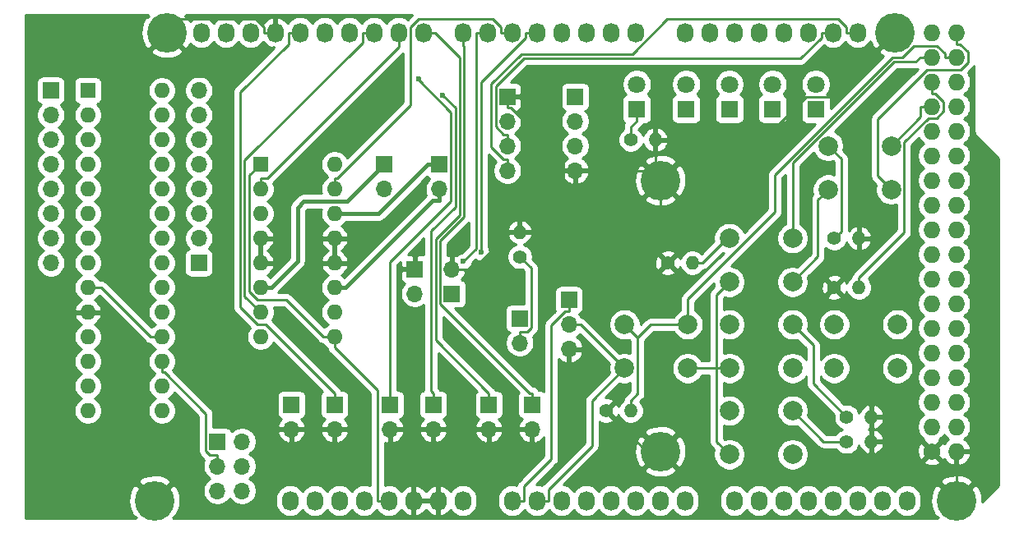
<source format=gbr>
G04 #@! TF.GenerationSoftware,KiCad,Pcbnew,5.1.5+dfsg1-2*
G04 #@! TF.CreationDate,2020-03-01T10:33:55+10:30*
G04 #@! TF.ProjectId,megasheild,6d656761-7368-4656-996c-642e6b696361,rev?*
G04 #@! TF.SameCoordinates,Original*
G04 #@! TF.FileFunction,Copper,L2,Bot*
G04 #@! TF.FilePolarity,Positive*
%FSLAX46Y46*%
G04 Gerber Fmt 4.6, Leading zero omitted, Abs format (unit mm)*
G04 Created by KiCad (PCBNEW 5.1.5+dfsg1-2) date 2020-03-01 10:33:55*
%MOMM*%
%LPD*%
G04 APERTURE LIST*
%ADD10R,1.600000X1.600000*%
%ADD11O,1.600000X1.600000*%
%ADD12C,1.727200*%
%ADD13O,1.727200X1.727200*%
%ADD14O,1.727200X2.032000*%
%ADD15C,4.064000*%
%ADD16C,1.800000*%
%ADD17R,1.800000X1.800000*%
%ADD18O,1.700000X1.700000*%
%ADD19R,1.700000X1.700000*%
%ADD20C,1.400000*%
%ADD21O,1.400000X1.400000*%
%ADD22C,2.000000*%
%ADD23C,0.600000*%
%ADD24C,0.250000*%
%ADD25C,0.400000*%
%ADD26C,0.254000*%
G04 APERTURE END LIST*
D10*
X128270000Y-84455000D03*
D11*
X135890000Y-102235000D03*
X128270000Y-86995000D03*
X135890000Y-99695000D03*
X128270000Y-89535000D03*
X135890000Y-97155000D03*
X128270000Y-92075000D03*
X135890000Y-94615000D03*
X128270000Y-94615000D03*
X135890000Y-92075000D03*
X128270000Y-97155000D03*
X135890000Y-89535000D03*
X128270000Y-99695000D03*
X135890000Y-86995000D03*
X128270000Y-102235000D03*
X135890000Y-84455000D03*
D12*
X197358000Y-114046000D03*
D13*
X199898000Y-114046000D03*
X197358000Y-111506000D03*
X199898000Y-111506000D03*
X197358000Y-108966000D03*
X199898000Y-108966000D03*
X197358000Y-106426000D03*
X199898000Y-106426000D03*
X197358000Y-103886000D03*
X199898000Y-103886000D03*
X197358000Y-101346000D03*
X199898000Y-101346000D03*
X197358000Y-98806000D03*
X199898000Y-98806000D03*
X197358000Y-96266000D03*
X199898000Y-96266000D03*
X197358000Y-93726000D03*
X199898000Y-93726000D03*
X197358000Y-91186000D03*
X199898000Y-91186000D03*
X197358000Y-88646000D03*
X199898000Y-88646000D03*
X197358000Y-86106000D03*
X199898000Y-86106000D03*
X197358000Y-83566000D03*
X199898000Y-83566000D03*
X197358000Y-81026000D03*
X199898000Y-81026000D03*
X197358000Y-78486000D03*
X199898000Y-78486000D03*
X197358000Y-75946000D03*
X199898000Y-75946000D03*
X197358000Y-73406000D03*
X199898000Y-73406000D03*
X197358000Y-70866000D03*
X199898000Y-70866000D03*
D14*
X131318000Y-119126000D03*
X133858000Y-119126000D03*
X136398000Y-119126000D03*
X138938000Y-119126000D03*
X141478000Y-119126000D03*
X144018000Y-119126000D03*
X146558000Y-119126000D03*
X149098000Y-119126000D03*
X154178000Y-119126000D03*
X156718000Y-119126000D03*
X159258000Y-119126000D03*
X161798000Y-119126000D03*
X164338000Y-119126000D03*
X166878000Y-119126000D03*
X169418000Y-119126000D03*
X171958000Y-119126000D03*
X177038000Y-119126000D03*
X179578000Y-119126000D03*
X182118000Y-119126000D03*
X184658000Y-119126000D03*
X187198000Y-119126000D03*
X189738000Y-119126000D03*
X192278000Y-119126000D03*
X194818000Y-119126000D03*
X122174000Y-70866000D03*
X124714000Y-70866000D03*
X127254000Y-70866000D03*
X129794000Y-70866000D03*
X132334000Y-70866000D03*
X134874000Y-70866000D03*
X137414000Y-70866000D03*
X139954000Y-70866000D03*
X142494000Y-70866000D03*
X145034000Y-70866000D03*
X149098000Y-70866000D03*
X151638000Y-70866000D03*
X154178000Y-70866000D03*
X156718000Y-70866000D03*
X159258000Y-70866000D03*
X161798000Y-70866000D03*
X164338000Y-70866000D03*
X166878000Y-70866000D03*
X171958000Y-70866000D03*
X174498000Y-70866000D03*
X177038000Y-70866000D03*
X179578000Y-70866000D03*
X182118000Y-70866000D03*
X184658000Y-70866000D03*
X187198000Y-70866000D03*
X189738000Y-70866000D03*
D15*
X117348000Y-119126000D03*
X169418000Y-114046000D03*
X199898000Y-119126000D03*
X118618000Y-70866000D03*
X169418000Y-86106000D03*
X193548000Y-70866000D03*
D16*
X167005000Y-76200000D03*
D17*
X167005000Y-78740000D03*
X172085000Y-78740000D03*
D16*
X172085000Y-76200000D03*
X176530000Y-76200000D03*
D17*
X176530000Y-78740000D03*
X180975000Y-78740000D03*
D16*
X180975000Y-76200000D03*
D17*
X185420000Y-78740000D03*
D16*
X185420000Y-76200000D03*
D18*
X131445000Y-111760000D03*
D19*
X131445000Y-109220000D03*
X135890000Y-109220000D03*
D18*
X135890000Y-111760000D03*
X141605000Y-111760000D03*
D19*
X141605000Y-109220000D03*
X146050000Y-109220000D03*
D18*
X146050000Y-111760000D03*
D19*
X151765000Y-109220000D03*
D18*
X151765000Y-111760000D03*
X156210000Y-111760000D03*
D19*
X156210000Y-109220000D03*
X123825000Y-113030000D03*
D18*
X126365000Y-113030000D03*
X123825000Y-115570000D03*
X126365000Y-115570000D03*
X123825000Y-118110000D03*
X126365000Y-118110000D03*
X147955000Y-95250000D03*
D19*
X147955000Y-97790000D03*
X144145000Y-95250000D03*
D18*
X144145000Y-97790000D03*
X106680000Y-94615000D03*
X106680000Y-92075000D03*
X106680000Y-89535000D03*
X106680000Y-86995000D03*
X106680000Y-84455000D03*
X106680000Y-81915000D03*
X106680000Y-79375000D03*
D19*
X106680000Y-76835000D03*
X121920000Y-94615000D03*
D18*
X121920000Y-92075000D03*
X121920000Y-89535000D03*
X121920000Y-86995000D03*
X121920000Y-84455000D03*
X121920000Y-81915000D03*
X121920000Y-79375000D03*
X121920000Y-76835000D03*
D19*
X160020000Y-98425000D03*
D18*
X160020000Y-100965000D03*
X160020000Y-103505000D03*
D19*
X154940000Y-100330000D03*
D18*
X154940000Y-102870000D03*
D19*
X160655000Y-77470000D03*
D18*
X160655000Y-80010000D03*
X160655000Y-82550000D03*
X160655000Y-85090000D03*
X153670000Y-85090000D03*
X153670000Y-82550000D03*
X153670000Y-80010000D03*
D19*
X153670000Y-77470000D03*
X146685000Y-84455000D03*
D18*
X146685000Y-86995000D03*
X140970000Y-86995000D03*
D19*
X140970000Y-84455000D03*
D20*
X154940000Y-93980000D03*
D21*
X154940000Y-91440000D03*
D20*
X163830000Y-109855000D03*
D21*
X166370000Y-109855000D03*
D20*
X188595000Y-110490000D03*
D21*
X191135000Y-110490000D03*
X172720000Y-94615000D03*
D20*
X170180000Y-94615000D03*
D21*
X191135000Y-113030000D03*
D20*
X188595000Y-113030000D03*
X187325000Y-97155000D03*
D21*
X189865000Y-97155000D03*
X189865000Y-92075000D03*
D20*
X187325000Y-92075000D03*
D21*
X168910000Y-81915000D03*
D20*
X166370000Y-81915000D03*
D22*
X165735000Y-105465000D03*
X165735000Y-100965000D03*
X172235000Y-105465000D03*
X172235000Y-100965000D03*
X183030000Y-92075000D03*
X183030000Y-96575000D03*
X176530000Y-92075000D03*
X176530000Y-96575000D03*
X176530000Y-105465000D03*
X176530000Y-100965000D03*
X183030000Y-105465000D03*
X183030000Y-100965000D03*
X183030000Y-109855000D03*
X183030000Y-114355000D03*
X176530000Y-109855000D03*
X176530000Y-114355000D03*
X187325000Y-105465000D03*
X187325000Y-100965000D03*
X193825000Y-105465000D03*
X193825000Y-100965000D03*
X193190000Y-82550000D03*
X193190000Y-87050000D03*
X186690000Y-82550000D03*
X186690000Y-87050000D03*
D10*
X110490000Y-76835000D03*
D11*
X118110000Y-109855000D03*
X110490000Y-79375000D03*
X118110000Y-107315000D03*
X110490000Y-81915000D03*
X118110000Y-104775000D03*
X110490000Y-84455000D03*
X118110000Y-102235000D03*
X110490000Y-86995000D03*
X118110000Y-99695000D03*
X110490000Y-89535000D03*
X118110000Y-97155000D03*
X110490000Y-92075000D03*
X118110000Y-94615000D03*
X110490000Y-94615000D03*
X118110000Y-92075000D03*
X110490000Y-97155000D03*
X118110000Y-89535000D03*
X110490000Y-99695000D03*
X118110000Y-86995000D03*
X110490000Y-102235000D03*
X118110000Y-84455000D03*
X110490000Y-104775000D03*
X118110000Y-81915000D03*
X110490000Y-107315000D03*
X118110000Y-79375000D03*
X110490000Y-109855000D03*
X118110000Y-76835000D03*
D23*
X147041500Y-77373200D03*
X144508100Y-75635600D03*
X149130400Y-94479400D03*
X150956000Y-93541600D03*
D24*
X169418000Y-114046000D02*
X168021000Y-114046000D01*
X168021000Y-114046000D02*
X163830000Y-109855000D01*
X153670000Y-77470000D02*
X153670000Y-78645300D01*
X159479700Y-85090000D02*
X159479700Y-84087700D01*
X159479700Y-84087700D02*
X154037300Y-78645300D01*
X154037300Y-78645300D02*
X153670000Y-78645300D01*
X159592300Y-85090000D02*
X159479700Y-85090000D01*
X160655000Y-85090000D02*
X159592300Y-85090000D01*
X154940000Y-91440000D02*
X154940000Y-90414700D01*
X154940000Y-90414700D02*
X159479700Y-85875000D01*
X159479700Y-85875000D02*
X159479700Y-85090000D01*
X154427400Y-91440000D02*
X154940000Y-91440000D01*
X154427400Y-91440000D02*
X153914700Y-91440000D01*
X147955000Y-95250000D02*
X149130300Y-95250000D01*
X149130300Y-95250000D02*
X150141300Y-95250000D01*
X150141300Y-95250000D02*
X153914700Y-91476600D01*
X153914700Y-91476600D02*
X153914700Y-91440000D01*
X187325000Y-97155000D02*
X191135000Y-100965000D01*
X191135000Y-100965000D02*
X191135000Y-110490000D01*
X146558000Y-113189300D02*
X149160400Y-113189300D01*
X149160400Y-113189300D02*
X150589700Y-111760000D01*
X146050000Y-112935300D02*
X146304000Y-113189300D01*
X146304000Y-113189300D02*
X146558000Y-113189300D01*
X146558000Y-113189300D02*
X146558000Y-119126000D01*
X151765000Y-111760000D02*
X150589700Y-111760000D01*
X160655000Y-85090000D02*
X168910000Y-85090000D01*
X168910000Y-85090000D02*
X168910000Y-81915000D01*
X169418000Y-86106000D02*
X168910000Y-85598000D01*
X168910000Y-85598000D02*
X168910000Y-85090000D01*
X168910000Y-81915000D02*
X180060100Y-81915000D01*
X180060100Y-81915000D02*
X183242100Y-78733000D01*
X183242100Y-78733000D02*
X183242100Y-78653900D01*
X183242100Y-78653900D02*
X184381400Y-77514600D01*
X184381400Y-77514600D02*
X186899400Y-77514600D01*
X186899400Y-77514600D02*
X193548000Y-70866000D01*
X199898000Y-119126000D02*
X199898000Y-114046000D01*
X129794000Y-70866000D02*
X128605100Y-70866000D01*
X118618000Y-70866000D02*
X119990900Y-69493100D01*
X119990900Y-69493100D02*
X127752300Y-69493100D01*
X127752300Y-69493100D02*
X128605100Y-70345900D01*
X128605100Y-70345900D02*
X128605100Y-70866000D01*
X146050000Y-111760000D02*
X146050000Y-112935300D01*
X169418000Y-86106000D02*
X169418000Y-93853000D01*
X169418000Y-93853000D02*
X170180000Y-94615000D01*
X191135000Y-113030000D02*
X191135000Y-110490000D01*
X128270000Y-94615000D02*
X128270000Y-92075000D01*
X135890000Y-92075000D02*
X135890000Y-94615000D01*
X187325000Y-92075000D02*
X188039500Y-91360500D01*
X188039500Y-91360500D02*
X188039500Y-83899500D01*
X188039500Y-83899500D02*
X186690000Y-82550000D01*
X197358000Y-78486000D02*
X196169100Y-78486000D01*
X193190000Y-82550000D02*
X196169100Y-79570900D01*
X196169100Y-79570900D02*
X196169100Y-78486000D01*
X197358000Y-75946000D02*
X197358000Y-77134900D01*
X189865000Y-97155000D02*
X189865000Y-96129700D01*
X189865000Y-96129700D02*
X194515400Y-91479300D01*
X194515400Y-91479300D02*
X194515400Y-82176300D01*
X194515400Y-82176300D02*
X197016700Y-79675000D01*
X197016700Y-79675000D02*
X197872300Y-79675000D01*
X197872300Y-79675000D02*
X198574300Y-78973000D01*
X198574300Y-78973000D02*
X198574300Y-77981700D01*
X198574300Y-77981700D02*
X197727500Y-77134900D01*
X197727500Y-77134900D02*
X197358000Y-77134900D01*
X197358000Y-73406000D02*
X196169100Y-73406000D01*
X183030000Y-92075000D02*
X183030000Y-84322100D01*
X183030000Y-84322100D02*
X193495800Y-73856300D01*
X193495800Y-73856300D02*
X195718800Y-73856300D01*
X195718800Y-73856300D02*
X196169100Y-73406000D01*
X172720000Y-94615000D02*
X173745300Y-94615000D01*
X176530000Y-92075000D02*
X176285300Y-92075000D01*
X176285300Y-92075000D02*
X173745300Y-94615000D01*
X172235000Y-100965000D02*
X172235000Y-98345600D01*
X172235000Y-98345600D02*
X181200800Y-89379800D01*
X181200800Y-89379800D02*
X181200800Y-85514400D01*
X181200800Y-85514400D02*
X193309300Y-73405900D01*
X193309300Y-73405900D02*
X194342000Y-73405900D01*
X194342000Y-73405900D02*
X195530800Y-72217100D01*
X195530800Y-72217100D02*
X197891800Y-72217100D01*
X197891800Y-72217100D02*
X198709100Y-73034400D01*
X198709100Y-73034400D02*
X198709100Y-73406000D01*
X172235000Y-100965000D02*
X168433800Y-100965000D01*
X168433800Y-100965000D02*
X167084400Y-102314400D01*
X199898000Y-73406000D02*
X198709100Y-73406000D01*
X167084400Y-102314400D02*
X167084400Y-108115300D01*
X167084400Y-108115300D02*
X166370000Y-108829700D01*
X165735000Y-100965000D02*
X167084400Y-102314400D01*
X166370000Y-109855000D02*
X166370000Y-108829700D01*
X199898000Y-70866000D02*
X199898000Y-72054900D01*
X193190000Y-87050000D02*
X191818900Y-85678900D01*
X191818900Y-85678900D02*
X191818900Y-79755100D01*
X191818900Y-79755100D02*
X196898000Y-74676000D01*
X196898000Y-74676000D02*
X200326300Y-74676000D01*
X200326300Y-74676000D02*
X201086900Y-73915400D01*
X201086900Y-73915400D02*
X201086900Y-72872200D01*
X201086900Y-72872200D02*
X200269600Y-72054900D01*
X200269600Y-72054900D02*
X199898000Y-72054900D01*
X165715200Y-105484800D02*
X165735000Y-105465000D01*
X157906900Y-119126000D02*
X157906900Y-117937100D01*
X157906900Y-117937100D02*
X162370400Y-113473600D01*
X162370400Y-113473600D02*
X162370400Y-108829600D01*
X162370400Y-108829600D02*
X165715200Y-105484800D01*
X165715200Y-105484800D02*
X161195300Y-100965000D01*
X160020000Y-100965000D02*
X161195300Y-100965000D01*
X156718000Y-119126000D02*
X157906900Y-119126000D01*
X176530000Y-114355000D02*
X175204600Y-113029600D01*
X175204600Y-113029600D02*
X175204600Y-105465000D01*
X175204600Y-105465000D02*
X176530000Y-105465000D01*
X172235000Y-105465000D02*
X175204600Y-105465000D01*
X175204600Y-105465000D02*
X175204600Y-97900400D01*
X175204600Y-97900400D02*
X176530000Y-96575000D01*
X183030000Y-96575000D02*
X185650100Y-93954900D01*
X185650100Y-93954900D02*
X185650100Y-88089900D01*
X185650100Y-88089900D02*
X186690000Y-87050000D01*
X135890000Y-102235000D02*
X134764700Y-102235000D01*
X128270000Y-84455000D02*
X127138600Y-85586400D01*
X127138600Y-85586400D02*
X127138600Y-97616800D01*
X127138600Y-97616800D02*
X127946800Y-98425000D01*
X127946800Y-98425000D02*
X130954700Y-98425000D01*
X130954700Y-98425000D02*
X134764700Y-102235000D01*
X118110000Y-102235000D02*
X116984700Y-102235000D01*
X116984700Y-102235000D02*
X111904700Y-97155000D01*
X111904700Y-97155000D02*
X110490000Y-97155000D01*
X135890000Y-103360300D02*
X140289100Y-107759400D01*
X140289100Y-107759400D02*
X140289100Y-119126000D01*
X141478000Y-119126000D02*
X140289100Y-119126000D01*
X135890000Y-102235000D02*
X135890000Y-103360300D01*
X160020000Y-99600300D02*
X159652700Y-99600300D01*
X159652700Y-99600300D02*
X158214600Y-101038400D01*
X158214600Y-101038400D02*
X158214600Y-114825900D01*
X158214600Y-114825900D02*
X155366900Y-117673600D01*
X155366900Y-117673600D02*
X155366900Y-119126000D01*
X154178000Y-119126000D02*
X155366900Y-119126000D01*
X160020000Y-98425000D02*
X160020000Y-99600300D01*
X131145100Y-70866000D02*
X131145100Y-72054900D01*
X131145100Y-72054900D02*
X126187400Y-77012600D01*
X126187400Y-77012600D02*
X126187400Y-99213600D01*
X126187400Y-99213600D02*
X127938800Y-100965000D01*
X127938800Y-100965000D02*
X128810300Y-100965000D01*
X128810300Y-100965000D02*
X135890000Y-108044700D01*
X132334000Y-70866000D02*
X131145100Y-70866000D01*
X135890000Y-109220000D02*
X135890000Y-108044700D01*
X146050000Y-109220000D02*
X146050000Y-108044700D01*
X146050000Y-108044700D02*
X145844800Y-107839500D01*
X145844800Y-107839500D02*
X145844800Y-91324900D01*
X145844800Y-91324900D02*
X148317600Y-88852100D01*
X148317600Y-88852100D02*
X148317600Y-78649300D01*
X148317600Y-78649300D02*
X147041500Y-77373200D01*
X144508100Y-75635600D02*
X144508100Y-75724100D01*
X144508100Y-75724100D02*
X147860400Y-79076400D01*
X147860400Y-79076400D02*
X147860400Y-88244000D01*
X147860400Y-88244000D02*
X141605000Y-94499400D01*
X141605000Y-94499400D02*
X141605000Y-109220000D01*
X139954000Y-70866000D02*
X138765100Y-70866000D01*
X128270000Y-99695000D02*
X126637800Y-98062800D01*
X126637800Y-98062800D02*
X126637800Y-84015600D01*
X126637800Y-84015600D02*
X138765100Y-71888300D01*
X138765100Y-71888300D02*
X138765100Y-70866000D01*
X128270000Y-86995000D02*
X128270000Y-85869700D01*
X142494000Y-70866000D02*
X142494000Y-72349000D01*
X142494000Y-72349000D02*
X128973300Y-85869700D01*
X128973300Y-85869700D02*
X128270000Y-85869700D01*
X151765000Y-108044700D02*
X146309900Y-102589600D01*
X146309900Y-102589600D02*
X146309900Y-92133600D01*
X146309900Y-92133600D02*
X148768100Y-89675400D01*
X148768100Y-89675400D02*
X148768100Y-73411200D01*
X148768100Y-73411200D02*
X146222900Y-70866000D01*
X145034000Y-70866000D02*
X146222900Y-70866000D01*
X151765000Y-109220000D02*
X151765000Y-108044700D01*
X156210000Y-108044700D02*
X155989600Y-108044700D01*
X155989600Y-108044700D02*
X146760300Y-98815400D01*
X146760300Y-98815400D02*
X146760300Y-92320100D01*
X146760300Y-92320100D02*
X149240600Y-89839800D01*
X149240600Y-89839800D02*
X149240600Y-72349900D01*
X149240600Y-72349900D02*
X149098000Y-72207300D01*
X149098000Y-70866000D02*
X149098000Y-72207300D01*
X156210000Y-109220000D02*
X156210000Y-108044700D01*
X151638000Y-70866000D02*
X150449100Y-70866000D01*
X150449100Y-70866000D02*
X150449100Y-93160700D01*
X150449100Y-93160700D02*
X149130400Y-94479400D01*
X152989100Y-70866000D02*
X152989100Y-70345900D01*
X152989100Y-70345900D02*
X152149000Y-69505800D01*
X152149000Y-69505800D02*
X144512900Y-69505800D01*
X144512900Y-69505800D02*
X143694300Y-70324400D01*
X143694300Y-70324400D02*
X143694300Y-78346700D01*
X143694300Y-78346700D02*
X136171300Y-85869700D01*
X136171300Y-85869700D02*
X135890000Y-85869700D01*
X154178000Y-70866000D02*
X152989100Y-70866000D01*
X135890000Y-86995000D02*
X135890000Y-85869700D01*
X155529100Y-70866000D02*
X155529100Y-71421200D01*
X155529100Y-71421200D02*
X150956000Y-75994300D01*
X150956000Y-75994300D02*
X150956000Y-93541600D01*
X156718000Y-70866000D02*
X155529100Y-70866000D01*
X183030000Y-109855000D02*
X186205000Y-113030000D01*
X186205000Y-113030000D02*
X188595000Y-113030000D01*
X183030000Y-100965000D02*
X185177500Y-103112500D01*
X185177500Y-103112500D02*
X185177500Y-107072500D01*
X185177500Y-107072500D02*
X188595000Y-110490000D01*
X153670000Y-81374700D02*
X153302700Y-81374700D01*
X153302700Y-81374700D02*
X152494600Y-80566600D01*
X152494600Y-80566600D02*
X152494600Y-76438900D01*
X152494600Y-76438900D02*
X155397200Y-73536300D01*
X155397200Y-73536300D02*
X183858900Y-73536300D01*
X183858900Y-73536300D02*
X186009100Y-71386100D01*
X186009100Y-71386100D02*
X186009100Y-70866000D01*
X187198000Y-70866000D02*
X186009100Y-70866000D01*
X153670000Y-82550000D02*
X153670000Y-81374700D01*
X189738000Y-70866000D02*
X188549100Y-70866000D01*
X153670000Y-85090000D02*
X153670000Y-83914700D01*
X153670000Y-83914700D02*
X153302700Y-83914700D01*
X153302700Y-83914700D02*
X152026200Y-82638200D01*
X152026200Y-82638200D02*
X152026200Y-76175100D01*
X152026200Y-76175100D02*
X155115400Y-73085900D01*
X155115400Y-73085900D02*
X166560800Y-73085900D01*
X166560800Y-73085900D02*
X170153600Y-69493100D01*
X170153600Y-69493100D02*
X187696300Y-69493100D01*
X187696300Y-69493100D02*
X188549100Y-70345900D01*
X188549100Y-70345900D02*
X188549100Y-70866000D01*
X167005000Y-78740000D02*
X167005000Y-79965300D01*
X166370000Y-81915000D02*
X166370000Y-80600300D01*
X166370000Y-80600300D02*
X167005000Y-79965300D01*
X123825000Y-115570000D02*
X123825000Y-114394700D01*
X118110000Y-104775000D02*
X118110000Y-105900300D01*
X118110000Y-105900300D02*
X118391400Y-105900300D01*
X118391400Y-105900300D02*
X122649700Y-110158600D01*
X122649700Y-110158600D02*
X122649700Y-114027500D01*
X122649700Y-114027500D02*
X123016900Y-114394700D01*
X123016900Y-114394700D02*
X123825000Y-114394700D01*
X154940000Y-102870000D02*
X154940000Y-101694700D01*
X154940000Y-93980000D02*
X156115300Y-95155300D01*
X156115300Y-95155300D02*
X156115300Y-101327500D01*
X156115300Y-101327500D02*
X155748100Y-101694700D01*
X155748100Y-101694700D02*
X154940000Y-101694700D01*
D25*
X146685000Y-84455000D02*
X145509700Y-84455000D01*
X135890000Y-89535000D02*
X140429700Y-89535000D01*
X140429700Y-89535000D02*
X145509700Y-84455000D01*
X146685000Y-86995000D02*
X146685000Y-88170300D01*
X135890000Y-97155000D02*
X137015300Y-97155000D01*
X137015300Y-97155000D02*
X146000000Y-88170300D01*
X146000000Y-88170300D02*
X146685000Y-88170300D01*
X129401370Y-97155000D02*
X132080000Y-94476370D01*
X128270000Y-97155000D02*
X129401370Y-97155000D01*
X132080000Y-94476370D02*
X132080000Y-88900000D01*
X132080000Y-88900000D02*
X132715000Y-88265000D01*
X137160000Y-88265000D02*
X140970000Y-84455000D01*
X132715000Y-88265000D02*
X137160000Y-88265000D01*
D26*
G36*
X116633652Y-69061260D02*
G01*
X116747734Y-69175342D01*
X116377699Y-69395307D01*
X116133828Y-69860627D01*
X115985422Y-70364583D01*
X115938185Y-70887808D01*
X115993931Y-71410195D01*
X116150519Y-71911669D01*
X116377699Y-72336693D01*
X116747736Y-72556659D01*
X118438395Y-70866000D01*
X118424253Y-70851858D01*
X118603858Y-70672253D01*
X118618000Y-70686395D01*
X118632143Y-70672253D01*
X118811748Y-70851858D01*
X118797605Y-70866000D01*
X120488264Y-72556659D01*
X120858301Y-72336693D01*
X121037162Y-71995415D01*
X121109203Y-72083197D01*
X121337395Y-72270469D01*
X121597737Y-72409625D01*
X121880224Y-72495316D01*
X122174000Y-72524251D01*
X122467777Y-72495316D01*
X122750264Y-72409625D01*
X123010606Y-72270469D01*
X123238797Y-72083197D01*
X123426069Y-71855006D01*
X123444000Y-71821459D01*
X123461931Y-71855006D01*
X123649203Y-72083197D01*
X123877395Y-72270469D01*
X124137737Y-72409625D01*
X124420224Y-72495316D01*
X124714000Y-72524251D01*
X125007777Y-72495316D01*
X125290264Y-72409625D01*
X125550606Y-72270469D01*
X125778797Y-72083197D01*
X125966069Y-71855006D01*
X125984000Y-71821459D01*
X126001931Y-71855006D01*
X126189203Y-72083197D01*
X126417395Y-72270469D01*
X126677737Y-72409625D01*
X126960224Y-72495316D01*
X127254000Y-72524251D01*
X127547777Y-72495316D01*
X127830264Y-72409625D01*
X128090606Y-72270469D01*
X128318797Y-72083197D01*
X128506069Y-71855006D01*
X128527424Y-71815053D01*
X128675514Y-72017729D01*
X128891965Y-72216733D01*
X129143081Y-72369686D01*
X129419211Y-72470709D01*
X129434974Y-72473358D01*
X129666998Y-72352218D01*
X129666998Y-72458200D01*
X125676403Y-76448796D01*
X125647399Y-76472599D01*
X125596762Y-76534301D01*
X125552426Y-76588324D01*
X125535495Y-76620000D01*
X125481854Y-76720354D01*
X125438397Y-76863615D01*
X125427400Y-76975268D01*
X125427400Y-76975278D01*
X125423724Y-77012600D01*
X125427400Y-77049922D01*
X125427401Y-99176267D01*
X125423724Y-99213600D01*
X125427401Y-99250933D01*
X125428867Y-99265812D01*
X125438398Y-99362585D01*
X125481854Y-99505846D01*
X125552426Y-99637876D01*
X125599318Y-99695013D01*
X125647400Y-99753601D01*
X125676398Y-99777399D01*
X127187301Y-101288303D01*
X127155363Y-101320241D01*
X126998320Y-101555273D01*
X126890147Y-101816426D01*
X126835000Y-102093665D01*
X126835000Y-102376335D01*
X126890147Y-102653574D01*
X126998320Y-102914727D01*
X127155363Y-103149759D01*
X127355241Y-103349637D01*
X127590273Y-103506680D01*
X127851426Y-103614853D01*
X128128665Y-103670000D01*
X128411335Y-103670000D01*
X128688574Y-103614853D01*
X128949727Y-103506680D01*
X129184759Y-103349637D01*
X129384637Y-103149759D01*
X129541680Y-102914727D01*
X129583724Y-102813225D01*
X134644013Y-107873515D01*
X134588815Y-107918815D01*
X134509463Y-108015506D01*
X134450498Y-108125820D01*
X134414188Y-108245518D01*
X134401928Y-108370000D01*
X134401928Y-110070000D01*
X134414188Y-110194482D01*
X134450498Y-110314180D01*
X134509463Y-110424494D01*
X134588815Y-110521185D01*
X134685506Y-110600537D01*
X134795820Y-110659502D01*
X134876466Y-110683966D01*
X134792412Y-110759731D01*
X134618359Y-110993080D01*
X134493175Y-111255901D01*
X134448524Y-111403110D01*
X134569845Y-111633000D01*
X135763000Y-111633000D01*
X135763000Y-111613000D01*
X136017000Y-111613000D01*
X136017000Y-111633000D01*
X137210155Y-111633000D01*
X137331476Y-111403110D01*
X137286825Y-111255901D01*
X137161641Y-110993080D01*
X136987588Y-110759731D01*
X136903534Y-110683966D01*
X136984180Y-110659502D01*
X137094494Y-110600537D01*
X137191185Y-110521185D01*
X137270537Y-110424494D01*
X137329502Y-110314180D01*
X137365812Y-110194482D01*
X137378072Y-110070000D01*
X137378072Y-108370000D01*
X137365812Y-108245518D01*
X137329502Y-108125820D01*
X137270537Y-108015506D01*
X137191185Y-107918815D01*
X137094494Y-107839463D01*
X136984180Y-107780498D01*
X136864482Y-107744188D01*
X136740000Y-107731928D01*
X136584575Y-107731928D01*
X136524974Y-107620424D01*
X136430001Y-107504699D01*
X136401003Y-107480901D01*
X129442805Y-100522704D01*
X129541680Y-100374727D01*
X129649853Y-100113574D01*
X129705000Y-99836335D01*
X129705000Y-99553665D01*
X129649853Y-99276426D01*
X129611983Y-99185000D01*
X130639899Y-99185000D01*
X134200901Y-102746003D01*
X134224699Y-102775001D01*
X134340424Y-102869974D01*
X134472453Y-102940546D01*
X134615714Y-102984003D01*
X134668053Y-102989158D01*
X134775363Y-103149759D01*
X134975241Y-103349637D01*
X135135843Y-103456948D01*
X135140998Y-103509285D01*
X135184454Y-103652546D01*
X135255026Y-103784576D01*
X135318159Y-103861503D01*
X135350000Y-103900301D01*
X135378998Y-103924099D01*
X139529100Y-108074202D01*
X139529101Y-117590306D01*
X139514263Y-117582375D01*
X139231776Y-117496684D01*
X138938000Y-117467749D01*
X138644223Y-117496684D01*
X138361736Y-117582375D01*
X138101394Y-117721531D01*
X137873203Y-117908803D01*
X137685931Y-118136995D01*
X137668000Y-118170541D01*
X137650069Y-118136994D01*
X137462797Y-117908803D01*
X137234605Y-117721531D01*
X136974263Y-117582375D01*
X136691776Y-117496684D01*
X136398000Y-117467749D01*
X136104223Y-117496684D01*
X135821736Y-117582375D01*
X135561394Y-117721531D01*
X135333203Y-117908803D01*
X135145931Y-118136995D01*
X135128000Y-118170541D01*
X135110069Y-118136994D01*
X134922797Y-117908803D01*
X134694605Y-117721531D01*
X134434263Y-117582375D01*
X134151776Y-117496684D01*
X133858000Y-117467749D01*
X133564223Y-117496684D01*
X133281736Y-117582375D01*
X133021394Y-117721531D01*
X132793203Y-117908803D01*
X132605931Y-118136995D01*
X132588000Y-118170541D01*
X132570069Y-118136994D01*
X132382797Y-117908803D01*
X132154605Y-117721531D01*
X131894263Y-117582375D01*
X131611776Y-117496684D01*
X131318000Y-117467749D01*
X131024223Y-117496684D01*
X130741736Y-117582375D01*
X130481394Y-117721531D01*
X130253203Y-117908803D01*
X130065931Y-118136995D01*
X129926775Y-118397337D01*
X129841084Y-118679824D01*
X129819400Y-118899982D01*
X129819400Y-119352019D01*
X129841084Y-119572177D01*
X129926775Y-119854664D01*
X130065931Y-120115006D01*
X130253203Y-120343197D01*
X130481395Y-120530469D01*
X130741737Y-120669625D01*
X131024224Y-120755316D01*
X131318000Y-120784251D01*
X131611777Y-120755316D01*
X131894264Y-120669625D01*
X132154606Y-120530469D01*
X132382797Y-120343197D01*
X132570069Y-120115006D01*
X132588000Y-120081459D01*
X132605931Y-120115006D01*
X132793203Y-120343197D01*
X133021395Y-120530469D01*
X133281737Y-120669625D01*
X133564224Y-120755316D01*
X133858000Y-120784251D01*
X134151777Y-120755316D01*
X134434264Y-120669625D01*
X134694606Y-120530469D01*
X134922797Y-120343197D01*
X135110069Y-120115006D01*
X135128000Y-120081459D01*
X135145931Y-120115006D01*
X135333203Y-120343197D01*
X135561395Y-120530469D01*
X135821737Y-120669625D01*
X136104224Y-120755316D01*
X136398000Y-120784251D01*
X136691777Y-120755316D01*
X136974264Y-120669625D01*
X137234606Y-120530469D01*
X137462797Y-120343197D01*
X137650069Y-120115006D01*
X137668000Y-120081459D01*
X137685931Y-120115006D01*
X137873203Y-120343197D01*
X138101395Y-120530469D01*
X138361737Y-120669625D01*
X138644224Y-120755316D01*
X138938000Y-120784251D01*
X139231777Y-120755316D01*
X139514264Y-120669625D01*
X139774606Y-120530469D01*
X140002797Y-120343197D01*
X140190069Y-120115006D01*
X140208000Y-120081459D01*
X140225931Y-120115006D01*
X140413203Y-120343197D01*
X140641395Y-120530469D01*
X140901737Y-120669625D01*
X141184224Y-120755316D01*
X141478000Y-120784251D01*
X141771777Y-120755316D01*
X142054264Y-120669625D01*
X142314606Y-120530469D01*
X142542797Y-120343197D01*
X142730069Y-120115006D01*
X142751424Y-120075053D01*
X142899514Y-120277729D01*
X143115965Y-120476733D01*
X143367081Y-120629686D01*
X143643211Y-120730709D01*
X143658974Y-120733358D01*
X143891000Y-120612217D01*
X143891000Y-119253000D01*
X144145000Y-119253000D01*
X144145000Y-120612217D01*
X144377026Y-120733358D01*
X144392789Y-120730709D01*
X144668919Y-120629686D01*
X144920035Y-120476733D01*
X145136486Y-120277729D01*
X145288000Y-120070367D01*
X145439514Y-120277729D01*
X145655965Y-120476733D01*
X145907081Y-120629686D01*
X146183211Y-120730709D01*
X146198974Y-120733358D01*
X146431000Y-120612217D01*
X146431000Y-119253000D01*
X144145000Y-119253000D01*
X143891000Y-119253000D01*
X143871000Y-119253000D01*
X143871000Y-118999000D01*
X143891000Y-118999000D01*
X143891000Y-117639783D01*
X144145000Y-117639783D01*
X144145000Y-118999000D01*
X146431000Y-118999000D01*
X146431000Y-117639783D01*
X146685000Y-117639783D01*
X146685000Y-118999000D01*
X146705000Y-118999000D01*
X146705000Y-119253000D01*
X146685000Y-119253000D01*
X146685000Y-120612217D01*
X146917026Y-120733358D01*
X146932789Y-120730709D01*
X147208919Y-120629686D01*
X147460035Y-120476733D01*
X147676486Y-120277729D01*
X147824576Y-120075053D01*
X147845931Y-120115006D01*
X148033203Y-120343197D01*
X148261395Y-120530469D01*
X148521737Y-120669625D01*
X148804224Y-120755316D01*
X149098000Y-120784251D01*
X149391777Y-120755316D01*
X149674264Y-120669625D01*
X149934606Y-120530469D01*
X150162797Y-120343197D01*
X150350069Y-120115006D01*
X150489225Y-119854663D01*
X150574916Y-119572176D01*
X150596600Y-119352018D01*
X150596600Y-118899981D01*
X150574916Y-118679823D01*
X150489225Y-118397336D01*
X150350069Y-118136994D01*
X150162797Y-117908803D01*
X149934605Y-117721531D01*
X149674263Y-117582375D01*
X149391776Y-117496684D01*
X149098000Y-117467749D01*
X148804223Y-117496684D01*
X148521736Y-117582375D01*
X148261394Y-117721531D01*
X148033203Y-117908803D01*
X147845931Y-118136995D01*
X147824576Y-118176947D01*
X147676486Y-117974271D01*
X147460035Y-117775267D01*
X147208919Y-117622314D01*
X146932789Y-117521291D01*
X146917026Y-117518642D01*
X146685000Y-117639783D01*
X146431000Y-117639783D01*
X146198974Y-117518642D01*
X146183211Y-117521291D01*
X145907081Y-117622314D01*
X145655965Y-117775267D01*
X145439514Y-117974271D01*
X145288000Y-118181633D01*
X145136486Y-117974271D01*
X144920035Y-117775267D01*
X144668919Y-117622314D01*
X144392789Y-117521291D01*
X144377026Y-117518642D01*
X144145000Y-117639783D01*
X143891000Y-117639783D01*
X143658974Y-117518642D01*
X143643211Y-117521291D01*
X143367081Y-117622314D01*
X143115965Y-117775267D01*
X142899514Y-117974271D01*
X142751424Y-118176947D01*
X142730069Y-118136994D01*
X142542797Y-117908803D01*
X142314605Y-117721531D01*
X142054263Y-117582375D01*
X141771776Y-117496684D01*
X141478000Y-117467749D01*
X141184223Y-117496684D01*
X141049100Y-117537673D01*
X141049100Y-113130887D01*
X141248109Y-113201481D01*
X141478000Y-113080814D01*
X141478000Y-111887000D01*
X141732000Y-111887000D01*
X141732000Y-113080814D01*
X141961891Y-113201481D01*
X142236252Y-113104157D01*
X142486355Y-112955178D01*
X142702588Y-112760269D01*
X142876641Y-112526920D01*
X143001825Y-112264099D01*
X143046476Y-112116890D01*
X144608524Y-112116890D01*
X144653175Y-112264099D01*
X144778359Y-112526920D01*
X144952412Y-112760269D01*
X145168645Y-112955178D01*
X145418748Y-113104157D01*
X145693109Y-113201481D01*
X145923000Y-113080814D01*
X145923000Y-111887000D01*
X146177000Y-111887000D01*
X146177000Y-113080814D01*
X146406891Y-113201481D01*
X146681252Y-113104157D01*
X146931355Y-112955178D01*
X147147588Y-112760269D01*
X147321641Y-112526920D01*
X147446825Y-112264099D01*
X147491476Y-112116890D01*
X150323524Y-112116890D01*
X150368175Y-112264099D01*
X150493359Y-112526920D01*
X150667412Y-112760269D01*
X150883645Y-112955178D01*
X151133748Y-113104157D01*
X151408109Y-113201481D01*
X151638000Y-113080814D01*
X151638000Y-111887000D01*
X151892000Y-111887000D01*
X151892000Y-113080814D01*
X152121891Y-113201481D01*
X152396252Y-113104157D01*
X152646355Y-112955178D01*
X152862588Y-112760269D01*
X153036641Y-112526920D01*
X153161825Y-112264099D01*
X153206476Y-112116890D01*
X154768524Y-112116890D01*
X154813175Y-112264099D01*
X154938359Y-112526920D01*
X155112412Y-112760269D01*
X155328645Y-112955178D01*
X155578748Y-113104157D01*
X155853109Y-113201481D01*
X156083000Y-113080814D01*
X156083000Y-111887000D01*
X154889845Y-111887000D01*
X154768524Y-112116890D01*
X153206476Y-112116890D01*
X153085155Y-111887000D01*
X151892000Y-111887000D01*
X151638000Y-111887000D01*
X150444845Y-111887000D01*
X150323524Y-112116890D01*
X147491476Y-112116890D01*
X147370155Y-111887000D01*
X146177000Y-111887000D01*
X145923000Y-111887000D01*
X144729845Y-111887000D01*
X144608524Y-112116890D01*
X143046476Y-112116890D01*
X142925155Y-111887000D01*
X141732000Y-111887000D01*
X141478000Y-111887000D01*
X141458000Y-111887000D01*
X141458000Y-111633000D01*
X141478000Y-111633000D01*
X141478000Y-111613000D01*
X141732000Y-111613000D01*
X141732000Y-111633000D01*
X142925155Y-111633000D01*
X143046476Y-111403110D01*
X143001825Y-111255901D01*
X142876641Y-110993080D01*
X142702588Y-110759731D01*
X142618534Y-110683966D01*
X142699180Y-110659502D01*
X142809494Y-110600537D01*
X142906185Y-110521185D01*
X142985537Y-110424494D01*
X143044502Y-110314180D01*
X143080812Y-110194482D01*
X143093072Y-110070000D01*
X143093072Y-108370000D01*
X143080812Y-108245518D01*
X143044502Y-108125820D01*
X142985537Y-108015506D01*
X142906185Y-107918815D01*
X142809494Y-107839463D01*
X142699180Y-107780498D01*
X142579482Y-107744188D01*
X142455000Y-107731928D01*
X142365000Y-107731928D01*
X142365000Y-94814201D01*
X142657590Y-94521611D01*
X142660000Y-94964250D01*
X142818750Y-95123000D01*
X144018000Y-95123000D01*
X144018000Y-93923750D01*
X143859250Y-93765000D01*
X143416611Y-93762590D01*
X145084801Y-92094401D01*
X145084801Y-93770772D01*
X144995000Y-93761928D01*
X144430750Y-93765000D01*
X144272000Y-93923750D01*
X144272000Y-95123000D01*
X144292000Y-95123000D01*
X144292000Y-95377000D01*
X144272000Y-95377000D01*
X144272000Y-95397000D01*
X144018000Y-95397000D01*
X144018000Y-95377000D01*
X142818750Y-95377000D01*
X142660000Y-95535750D01*
X142656928Y-96100000D01*
X142669188Y-96224482D01*
X142705498Y-96344180D01*
X142764463Y-96454494D01*
X142843815Y-96551185D01*
X142940506Y-96630537D01*
X143050820Y-96689502D01*
X143123380Y-96711513D01*
X142991525Y-96843368D01*
X142829010Y-97086589D01*
X142717068Y-97356842D01*
X142660000Y-97643740D01*
X142660000Y-97936260D01*
X142717068Y-98223158D01*
X142829010Y-98493411D01*
X142991525Y-98736632D01*
X143198368Y-98943475D01*
X143441589Y-99105990D01*
X143711842Y-99217932D01*
X143998740Y-99275000D01*
X144291260Y-99275000D01*
X144578158Y-99217932D01*
X144848411Y-99105990D01*
X145084801Y-98948040D01*
X145084800Y-107743274D01*
X145075518Y-107744188D01*
X144955820Y-107780498D01*
X144845506Y-107839463D01*
X144748815Y-107918815D01*
X144669463Y-108015506D01*
X144610498Y-108125820D01*
X144574188Y-108245518D01*
X144561928Y-108370000D01*
X144561928Y-110070000D01*
X144574188Y-110194482D01*
X144610498Y-110314180D01*
X144669463Y-110424494D01*
X144748815Y-110521185D01*
X144845506Y-110600537D01*
X144955820Y-110659502D01*
X145036466Y-110683966D01*
X144952412Y-110759731D01*
X144778359Y-110993080D01*
X144653175Y-111255901D01*
X144608524Y-111403110D01*
X144729845Y-111633000D01*
X145923000Y-111633000D01*
X145923000Y-111613000D01*
X146177000Y-111613000D01*
X146177000Y-111633000D01*
X147370155Y-111633000D01*
X147491476Y-111403110D01*
X147446825Y-111255901D01*
X147321641Y-110993080D01*
X147147588Y-110759731D01*
X147063534Y-110683966D01*
X147144180Y-110659502D01*
X147254494Y-110600537D01*
X147351185Y-110521185D01*
X147430537Y-110424494D01*
X147489502Y-110314180D01*
X147525812Y-110194482D01*
X147538072Y-110070000D01*
X147538072Y-108370000D01*
X147525812Y-108245518D01*
X147489502Y-108125820D01*
X147430537Y-108015506D01*
X147351185Y-107918815D01*
X147254494Y-107839463D01*
X147144180Y-107780498D01*
X147024482Y-107744188D01*
X146900000Y-107731928D01*
X146744575Y-107731928D01*
X146684974Y-107620424D01*
X146604800Y-107522732D01*
X146604800Y-103959301D01*
X150519013Y-107873516D01*
X150463815Y-107918815D01*
X150384463Y-108015506D01*
X150325498Y-108125820D01*
X150289188Y-108245518D01*
X150276928Y-108370000D01*
X150276928Y-110070000D01*
X150289188Y-110194482D01*
X150325498Y-110314180D01*
X150384463Y-110424494D01*
X150463815Y-110521185D01*
X150560506Y-110600537D01*
X150670820Y-110659502D01*
X150751466Y-110683966D01*
X150667412Y-110759731D01*
X150493359Y-110993080D01*
X150368175Y-111255901D01*
X150323524Y-111403110D01*
X150444845Y-111633000D01*
X151638000Y-111633000D01*
X151638000Y-111613000D01*
X151892000Y-111613000D01*
X151892000Y-111633000D01*
X153085155Y-111633000D01*
X153206476Y-111403110D01*
X153161825Y-111255901D01*
X153036641Y-110993080D01*
X152862588Y-110759731D01*
X152778534Y-110683966D01*
X152859180Y-110659502D01*
X152969494Y-110600537D01*
X153066185Y-110521185D01*
X153145537Y-110424494D01*
X153204502Y-110314180D01*
X153240812Y-110194482D01*
X153253072Y-110070000D01*
X153253072Y-108370000D01*
X153240812Y-108245518D01*
X153204502Y-108125820D01*
X153145537Y-108015506D01*
X153066185Y-107918815D01*
X152969494Y-107839463D01*
X152859180Y-107780498D01*
X152739482Y-107744188D01*
X152615000Y-107731928D01*
X152459575Y-107731928D01*
X152399974Y-107620424D01*
X152362941Y-107575299D01*
X152328799Y-107533696D01*
X152328795Y-107533692D01*
X152305001Y-107504699D01*
X152276008Y-107480905D01*
X147069900Y-102274799D01*
X147069900Y-100199801D01*
X154854769Y-107984671D01*
X154829463Y-108015506D01*
X154770498Y-108125820D01*
X154734188Y-108245518D01*
X154721928Y-108370000D01*
X154721928Y-110070000D01*
X154734188Y-110194482D01*
X154770498Y-110314180D01*
X154829463Y-110424494D01*
X154908815Y-110521185D01*
X155005506Y-110600537D01*
X155115820Y-110659502D01*
X155196466Y-110683966D01*
X155112412Y-110759731D01*
X154938359Y-110993080D01*
X154813175Y-111255901D01*
X154768524Y-111403110D01*
X154889845Y-111633000D01*
X156083000Y-111633000D01*
X156083000Y-111613000D01*
X156337000Y-111613000D01*
X156337000Y-111633000D01*
X156357000Y-111633000D01*
X156357000Y-111887000D01*
X156337000Y-111887000D01*
X156337000Y-113080814D01*
X156566891Y-113201481D01*
X156841252Y-113104157D01*
X157091355Y-112955178D01*
X157307588Y-112760269D01*
X157454601Y-112563172D01*
X157454601Y-114511097D01*
X154855903Y-117109796D01*
X154826899Y-117133599D01*
X154794217Y-117173423D01*
X154731926Y-117249324D01*
X154677298Y-117351526D01*
X154661354Y-117381354D01*
X154617897Y-117524615D01*
X154616329Y-117540533D01*
X154471776Y-117496684D01*
X154178000Y-117467749D01*
X153884223Y-117496684D01*
X153601736Y-117582375D01*
X153341394Y-117721531D01*
X153113203Y-117908803D01*
X152925931Y-118136995D01*
X152786775Y-118397337D01*
X152701084Y-118679824D01*
X152679400Y-118899982D01*
X152679400Y-119352019D01*
X152701084Y-119572177D01*
X152786775Y-119854664D01*
X152925931Y-120115006D01*
X153113203Y-120343197D01*
X153341395Y-120530469D01*
X153601737Y-120669625D01*
X153884224Y-120755316D01*
X154178000Y-120784251D01*
X154471777Y-120755316D01*
X154754264Y-120669625D01*
X155014606Y-120530469D01*
X155242797Y-120343197D01*
X155430069Y-120115006D01*
X155448000Y-120081459D01*
X155465931Y-120115006D01*
X155653203Y-120343197D01*
X155881395Y-120530469D01*
X156141737Y-120669625D01*
X156424224Y-120755316D01*
X156718000Y-120784251D01*
X157011777Y-120755316D01*
X157294264Y-120669625D01*
X157554606Y-120530469D01*
X157782797Y-120343197D01*
X157970069Y-120115006D01*
X157988000Y-120081459D01*
X158005931Y-120115006D01*
X158193203Y-120343197D01*
X158421395Y-120530469D01*
X158681737Y-120669625D01*
X158964224Y-120755316D01*
X159258000Y-120784251D01*
X159551777Y-120755316D01*
X159834264Y-120669625D01*
X160094606Y-120530469D01*
X160322797Y-120343197D01*
X160510069Y-120115006D01*
X160528000Y-120081459D01*
X160545931Y-120115006D01*
X160733203Y-120343197D01*
X160961395Y-120530469D01*
X161221737Y-120669625D01*
X161504224Y-120755316D01*
X161798000Y-120784251D01*
X162091777Y-120755316D01*
X162374264Y-120669625D01*
X162634606Y-120530469D01*
X162862797Y-120343197D01*
X163050069Y-120115006D01*
X163068000Y-120081459D01*
X163085931Y-120115006D01*
X163273203Y-120343197D01*
X163501395Y-120530469D01*
X163761737Y-120669625D01*
X164044224Y-120755316D01*
X164338000Y-120784251D01*
X164631777Y-120755316D01*
X164914264Y-120669625D01*
X165174606Y-120530469D01*
X165402797Y-120343197D01*
X165590069Y-120115006D01*
X165608000Y-120081459D01*
X165625931Y-120115006D01*
X165813203Y-120343197D01*
X166041395Y-120530469D01*
X166301737Y-120669625D01*
X166584224Y-120755316D01*
X166878000Y-120784251D01*
X167171777Y-120755316D01*
X167454264Y-120669625D01*
X167714606Y-120530469D01*
X167942797Y-120343197D01*
X168130069Y-120115006D01*
X168148000Y-120081459D01*
X168165931Y-120115006D01*
X168353203Y-120343197D01*
X168581395Y-120530469D01*
X168841737Y-120669625D01*
X169124224Y-120755316D01*
X169418000Y-120784251D01*
X169711777Y-120755316D01*
X169994264Y-120669625D01*
X170254606Y-120530469D01*
X170482797Y-120343197D01*
X170670069Y-120115006D01*
X170688000Y-120081459D01*
X170705931Y-120115006D01*
X170893203Y-120343197D01*
X171121395Y-120530469D01*
X171381737Y-120669625D01*
X171664224Y-120755316D01*
X171958000Y-120784251D01*
X172251777Y-120755316D01*
X172534264Y-120669625D01*
X172794606Y-120530469D01*
X173022797Y-120343197D01*
X173210069Y-120115006D01*
X173349225Y-119854663D01*
X173434916Y-119572176D01*
X173456600Y-119352018D01*
X173456600Y-118899982D01*
X175539400Y-118899982D01*
X175539400Y-119352019D01*
X175561084Y-119572177D01*
X175646775Y-119854664D01*
X175785931Y-120115006D01*
X175973203Y-120343197D01*
X176201395Y-120530469D01*
X176461737Y-120669625D01*
X176744224Y-120755316D01*
X177038000Y-120784251D01*
X177331777Y-120755316D01*
X177614264Y-120669625D01*
X177874606Y-120530469D01*
X178102797Y-120343197D01*
X178290069Y-120115006D01*
X178308000Y-120081459D01*
X178325931Y-120115006D01*
X178513203Y-120343197D01*
X178741395Y-120530469D01*
X179001737Y-120669625D01*
X179284224Y-120755316D01*
X179578000Y-120784251D01*
X179871777Y-120755316D01*
X180154264Y-120669625D01*
X180414606Y-120530469D01*
X180642797Y-120343197D01*
X180830069Y-120115006D01*
X180848000Y-120081459D01*
X180865931Y-120115006D01*
X181053203Y-120343197D01*
X181281395Y-120530469D01*
X181541737Y-120669625D01*
X181824224Y-120755316D01*
X182118000Y-120784251D01*
X182411777Y-120755316D01*
X182694264Y-120669625D01*
X182954606Y-120530469D01*
X183182797Y-120343197D01*
X183370069Y-120115006D01*
X183388000Y-120081459D01*
X183405931Y-120115006D01*
X183593203Y-120343197D01*
X183821395Y-120530469D01*
X184081737Y-120669625D01*
X184364224Y-120755316D01*
X184658000Y-120784251D01*
X184951777Y-120755316D01*
X185234264Y-120669625D01*
X185494606Y-120530469D01*
X185722797Y-120343197D01*
X185910069Y-120115006D01*
X185928000Y-120081459D01*
X185945931Y-120115006D01*
X186133203Y-120343197D01*
X186361395Y-120530469D01*
X186621737Y-120669625D01*
X186904224Y-120755316D01*
X187198000Y-120784251D01*
X187491777Y-120755316D01*
X187774264Y-120669625D01*
X188034606Y-120530469D01*
X188262797Y-120343197D01*
X188450069Y-120115006D01*
X188468000Y-120081459D01*
X188485931Y-120115006D01*
X188673203Y-120343197D01*
X188901395Y-120530469D01*
X189161737Y-120669625D01*
X189444224Y-120755316D01*
X189738000Y-120784251D01*
X190031777Y-120755316D01*
X190314264Y-120669625D01*
X190574606Y-120530469D01*
X190802797Y-120343197D01*
X190990069Y-120115006D01*
X191008000Y-120081459D01*
X191025931Y-120115006D01*
X191213203Y-120343197D01*
X191441395Y-120530469D01*
X191701737Y-120669625D01*
X191984224Y-120755316D01*
X192278000Y-120784251D01*
X192571777Y-120755316D01*
X192854264Y-120669625D01*
X193114606Y-120530469D01*
X193342797Y-120343197D01*
X193530069Y-120115006D01*
X193548000Y-120081459D01*
X193565931Y-120115006D01*
X193753203Y-120343197D01*
X193981395Y-120530469D01*
X194241737Y-120669625D01*
X194524224Y-120755316D01*
X194818000Y-120784251D01*
X195111777Y-120755316D01*
X195394264Y-120669625D01*
X195654606Y-120530469D01*
X195882797Y-120343197D01*
X196070069Y-120115006D01*
X196209225Y-119854663D01*
X196294916Y-119572176D01*
X196316600Y-119352018D01*
X196316600Y-118899981D01*
X196294916Y-118679823D01*
X196209225Y-118397336D01*
X196070069Y-118136994D01*
X195882797Y-117908803D01*
X195654605Y-117721531D01*
X195394263Y-117582375D01*
X195111776Y-117496684D01*
X194818000Y-117467749D01*
X194524223Y-117496684D01*
X194241736Y-117582375D01*
X193981394Y-117721531D01*
X193753203Y-117908803D01*
X193565931Y-118136995D01*
X193548000Y-118170541D01*
X193530069Y-118136994D01*
X193342797Y-117908803D01*
X193114605Y-117721531D01*
X192854263Y-117582375D01*
X192571776Y-117496684D01*
X192278000Y-117467749D01*
X191984223Y-117496684D01*
X191701736Y-117582375D01*
X191441394Y-117721531D01*
X191213203Y-117908803D01*
X191025931Y-118136995D01*
X191008000Y-118170541D01*
X190990069Y-118136994D01*
X190802797Y-117908803D01*
X190574605Y-117721531D01*
X190314263Y-117582375D01*
X190031776Y-117496684D01*
X189738000Y-117467749D01*
X189444223Y-117496684D01*
X189161736Y-117582375D01*
X188901394Y-117721531D01*
X188673203Y-117908803D01*
X188485931Y-118136995D01*
X188468000Y-118170541D01*
X188450069Y-118136994D01*
X188262797Y-117908803D01*
X188034605Y-117721531D01*
X187774263Y-117582375D01*
X187491776Y-117496684D01*
X187198000Y-117467749D01*
X186904223Y-117496684D01*
X186621736Y-117582375D01*
X186361394Y-117721531D01*
X186133203Y-117908803D01*
X185945931Y-118136995D01*
X185928000Y-118170541D01*
X185910069Y-118136994D01*
X185722797Y-117908803D01*
X185494605Y-117721531D01*
X185234263Y-117582375D01*
X184951776Y-117496684D01*
X184658000Y-117467749D01*
X184364223Y-117496684D01*
X184081736Y-117582375D01*
X183821394Y-117721531D01*
X183593203Y-117908803D01*
X183405931Y-118136995D01*
X183388000Y-118170541D01*
X183370069Y-118136994D01*
X183182797Y-117908803D01*
X182954605Y-117721531D01*
X182694263Y-117582375D01*
X182411776Y-117496684D01*
X182118000Y-117467749D01*
X181824223Y-117496684D01*
X181541736Y-117582375D01*
X181281394Y-117721531D01*
X181053203Y-117908803D01*
X180865931Y-118136995D01*
X180848000Y-118170541D01*
X180830069Y-118136994D01*
X180642797Y-117908803D01*
X180414605Y-117721531D01*
X180154263Y-117582375D01*
X179871776Y-117496684D01*
X179578000Y-117467749D01*
X179284223Y-117496684D01*
X179001736Y-117582375D01*
X178741394Y-117721531D01*
X178513203Y-117908803D01*
X178325931Y-118136995D01*
X178308000Y-118170541D01*
X178290069Y-118136994D01*
X178102797Y-117908803D01*
X177874605Y-117721531D01*
X177614263Y-117582375D01*
X177331776Y-117496684D01*
X177038000Y-117467749D01*
X176744223Y-117496684D01*
X176461736Y-117582375D01*
X176201394Y-117721531D01*
X175973203Y-117908803D01*
X175785931Y-118136995D01*
X175646775Y-118397337D01*
X175561084Y-118679824D01*
X175539400Y-118899982D01*
X173456600Y-118899982D01*
X173456600Y-118899981D01*
X173434916Y-118679823D01*
X173349225Y-118397336D01*
X173210069Y-118136994D01*
X173022797Y-117908803D01*
X172794605Y-117721531D01*
X172534263Y-117582375D01*
X172251776Y-117496684D01*
X171958000Y-117467749D01*
X171664223Y-117496684D01*
X171381736Y-117582375D01*
X171121394Y-117721531D01*
X170893203Y-117908803D01*
X170705931Y-118136995D01*
X170688000Y-118170541D01*
X170670069Y-118136994D01*
X170482797Y-117908803D01*
X170254605Y-117721531D01*
X169994263Y-117582375D01*
X169711776Y-117496684D01*
X169418000Y-117467749D01*
X169124223Y-117496684D01*
X168841736Y-117582375D01*
X168581394Y-117721531D01*
X168353203Y-117908803D01*
X168165931Y-118136995D01*
X168148000Y-118170541D01*
X168130069Y-118136994D01*
X167942797Y-117908803D01*
X167714605Y-117721531D01*
X167454263Y-117582375D01*
X167171776Y-117496684D01*
X166878000Y-117467749D01*
X166584223Y-117496684D01*
X166301736Y-117582375D01*
X166041394Y-117721531D01*
X165813203Y-117908803D01*
X165625931Y-118136995D01*
X165608000Y-118170541D01*
X165590069Y-118136994D01*
X165402797Y-117908803D01*
X165174605Y-117721531D01*
X164914263Y-117582375D01*
X164631776Y-117496684D01*
X164338000Y-117467749D01*
X164044223Y-117496684D01*
X163761736Y-117582375D01*
X163501394Y-117721531D01*
X163273203Y-117908803D01*
X163085931Y-118136995D01*
X163068000Y-118170541D01*
X163050069Y-118136994D01*
X162862797Y-117908803D01*
X162634605Y-117721531D01*
X162374263Y-117582375D01*
X162091776Y-117496684D01*
X161798000Y-117467749D01*
X161504223Y-117496684D01*
X161221736Y-117582375D01*
X160961394Y-117721531D01*
X160733203Y-117908803D01*
X160545931Y-118136995D01*
X160528000Y-118170541D01*
X160510069Y-118136994D01*
X160322797Y-117908803D01*
X160094605Y-117721531D01*
X159834263Y-117582375D01*
X159551776Y-117496684D01*
X159433743Y-117485059D01*
X159663066Y-117255736D01*
X198207341Y-117255736D01*
X199898000Y-118946395D01*
X201588659Y-117255736D01*
X201368693Y-116885699D01*
X200903373Y-116641828D01*
X200399417Y-116493422D01*
X199876192Y-116446185D01*
X199353805Y-116501931D01*
X198852331Y-116658519D01*
X198427307Y-116885699D01*
X198207341Y-117255736D01*
X159663066Y-117255736D01*
X161002538Y-115916264D01*
X167727341Y-115916264D01*
X167947307Y-116286301D01*
X168412627Y-116530172D01*
X168916583Y-116678578D01*
X169439808Y-116725815D01*
X169962195Y-116670069D01*
X170463669Y-116513481D01*
X170888693Y-116286301D01*
X171108659Y-115916264D01*
X169418000Y-114225605D01*
X167727341Y-115916264D01*
X161002538Y-115916264D01*
X162850994Y-114067808D01*
X166738185Y-114067808D01*
X166793931Y-114590195D01*
X166950519Y-115091669D01*
X167177699Y-115516693D01*
X167547736Y-115736659D01*
X169238395Y-114046000D01*
X169597605Y-114046000D01*
X171288264Y-115736659D01*
X171658301Y-115516693D01*
X171902172Y-115051373D01*
X172050578Y-114547417D01*
X172097815Y-114024192D01*
X172042069Y-113501805D01*
X171885481Y-113000331D01*
X171658301Y-112575307D01*
X171288264Y-112355341D01*
X169597605Y-114046000D01*
X169238395Y-114046000D01*
X167547736Y-112355341D01*
X167177699Y-112575307D01*
X166933828Y-113040627D01*
X166785422Y-113544583D01*
X166738185Y-114067808D01*
X162850994Y-114067808D01*
X162881404Y-114037398D01*
X162910401Y-114013601D01*
X163005374Y-113897876D01*
X163075946Y-113765847D01*
X163119403Y-113622586D01*
X163130400Y-113510933D01*
X163130400Y-113510924D01*
X163134076Y-113473601D01*
X163130400Y-113436278D01*
X163130400Y-112175736D01*
X167727341Y-112175736D01*
X169418000Y-113866395D01*
X171108659Y-112175736D01*
X170888693Y-111805699D01*
X170423373Y-111561828D01*
X169919417Y-111413422D01*
X169396192Y-111366185D01*
X168873805Y-111421931D01*
X168372331Y-111578519D01*
X167947307Y-111805699D01*
X167727341Y-112175736D01*
X163130400Y-112175736D01*
X163130400Y-110941642D01*
X163147797Y-111010037D01*
X163386242Y-111120934D01*
X163641740Y-111183183D01*
X163904473Y-111194390D01*
X164164344Y-111154125D01*
X164411366Y-111063935D01*
X164512203Y-111010037D01*
X164571664Y-110776269D01*
X163830000Y-110034605D01*
X163815858Y-110048748D01*
X163636253Y-109869143D01*
X163650395Y-109855000D01*
X163636253Y-109840858D01*
X163815858Y-109661253D01*
X163830000Y-109675395D01*
X164571664Y-108933731D01*
X164512203Y-108699963D01*
X164273758Y-108589066D01*
X164018260Y-108526817D01*
X163759041Y-108515760D01*
X165243625Y-107031177D01*
X165258088Y-107037168D01*
X165573967Y-107100000D01*
X165896033Y-107100000D01*
X166211912Y-107037168D01*
X166324401Y-106990573D01*
X166324401Y-107800497D01*
X165858998Y-108265901D01*
X165830000Y-108289699D01*
X165806202Y-108318697D01*
X165806201Y-108318698D01*
X165735026Y-108405424D01*
X165664454Y-108537454D01*
X165644518Y-108603177D01*
X165620998Y-108680714D01*
X165619102Y-108699963D01*
X165613706Y-108754749D01*
X165518987Y-108818038D01*
X165333038Y-109003987D01*
X165186939Y-109222641D01*
X165098379Y-109436444D01*
X165038935Y-109273634D01*
X164985037Y-109172797D01*
X164751269Y-109113336D01*
X164009605Y-109855000D01*
X164751269Y-110596664D01*
X164985037Y-110537203D01*
X165095934Y-110298758D01*
X165100706Y-110279173D01*
X165186939Y-110487359D01*
X165333038Y-110706013D01*
X165518987Y-110891962D01*
X165737641Y-111038061D01*
X165980595Y-111138696D01*
X166238514Y-111190000D01*
X166501486Y-111190000D01*
X166759405Y-111138696D01*
X167002359Y-111038061D01*
X167221013Y-110891962D01*
X167406962Y-110706013D01*
X167553061Y-110487359D01*
X167653696Y-110244405D01*
X167705000Y-109986486D01*
X167705000Y-109723514D01*
X167653696Y-109465595D01*
X167553061Y-109222641D01*
X167406962Y-109003987D01*
X167338738Y-108935763D01*
X167595402Y-108679099D01*
X167624401Y-108655301D01*
X167719374Y-108539576D01*
X167789946Y-108407547D01*
X167833403Y-108264286D01*
X167844400Y-108152633D01*
X167844400Y-108152624D01*
X167848076Y-108115301D01*
X167844400Y-108077978D01*
X167844400Y-102629201D01*
X168748602Y-101725000D01*
X170780091Y-101725000D01*
X170786082Y-101739463D01*
X170965013Y-102007252D01*
X171192748Y-102234987D01*
X171460537Y-102413918D01*
X171758088Y-102537168D01*
X172073967Y-102600000D01*
X172396033Y-102600000D01*
X172711912Y-102537168D01*
X173009463Y-102413918D01*
X173277252Y-102234987D01*
X173504987Y-102007252D01*
X173683918Y-101739463D01*
X173807168Y-101441912D01*
X173870000Y-101126033D01*
X173870000Y-100803967D01*
X173807168Y-100488088D01*
X173683918Y-100190537D01*
X173504987Y-99922748D01*
X173277252Y-99695013D01*
X173009463Y-99516082D01*
X172995000Y-99510091D01*
X172995000Y-98660401D01*
X174899043Y-96756358D01*
X174957832Y-97051912D01*
X174963823Y-97066376D01*
X174693598Y-97336601D01*
X174664600Y-97360399D01*
X174640802Y-97389397D01*
X174640801Y-97389398D01*
X174569626Y-97476124D01*
X174499054Y-97608154D01*
X174488260Y-97643740D01*
X174455598Y-97751414D01*
X174453713Y-97770554D01*
X174440924Y-97900400D01*
X174444601Y-97937732D01*
X174444600Y-104705000D01*
X173689909Y-104705000D01*
X173683918Y-104690537D01*
X173504987Y-104422748D01*
X173277252Y-104195013D01*
X173009463Y-104016082D01*
X172711912Y-103892832D01*
X172396033Y-103830000D01*
X172073967Y-103830000D01*
X171758088Y-103892832D01*
X171460537Y-104016082D01*
X171192748Y-104195013D01*
X170965013Y-104422748D01*
X170786082Y-104690537D01*
X170662832Y-104988088D01*
X170600000Y-105303967D01*
X170600000Y-105626033D01*
X170662832Y-105941912D01*
X170786082Y-106239463D01*
X170965013Y-106507252D01*
X171192748Y-106734987D01*
X171460537Y-106913918D01*
X171758088Y-107037168D01*
X172073967Y-107100000D01*
X172396033Y-107100000D01*
X172711912Y-107037168D01*
X173009463Y-106913918D01*
X173277252Y-106734987D01*
X173504987Y-106507252D01*
X173683918Y-106239463D01*
X173689909Y-106225000D01*
X174444601Y-106225000D01*
X174444600Y-112992278D01*
X174440924Y-113029600D01*
X174444600Y-113066922D01*
X174444600Y-113066932D01*
X174455597Y-113178585D01*
X174481454Y-113263824D01*
X174499054Y-113321846D01*
X174569626Y-113453876D01*
X174597220Y-113487499D01*
X174664599Y-113569601D01*
X174693603Y-113593404D01*
X174963823Y-113863624D01*
X174957832Y-113878088D01*
X174895000Y-114193967D01*
X174895000Y-114516033D01*
X174957832Y-114831912D01*
X175081082Y-115129463D01*
X175260013Y-115397252D01*
X175487748Y-115624987D01*
X175755537Y-115803918D01*
X176053088Y-115927168D01*
X176368967Y-115990000D01*
X176691033Y-115990000D01*
X177006912Y-115927168D01*
X177304463Y-115803918D01*
X177572252Y-115624987D01*
X177799987Y-115397252D01*
X177978918Y-115129463D01*
X178102168Y-114831912D01*
X178165000Y-114516033D01*
X178165000Y-114193967D01*
X181395000Y-114193967D01*
X181395000Y-114516033D01*
X181457832Y-114831912D01*
X181581082Y-115129463D01*
X181760013Y-115397252D01*
X181987748Y-115624987D01*
X182255537Y-115803918D01*
X182553088Y-115927168D01*
X182868967Y-115990000D01*
X183191033Y-115990000D01*
X183506912Y-115927168D01*
X183804463Y-115803918D01*
X184072252Y-115624987D01*
X184299987Y-115397252D01*
X184478918Y-115129463D01*
X184497706Y-115084104D01*
X196499501Y-115084104D01*
X196578782Y-115334567D01*
X196845141Y-115461826D01*
X197131210Y-115534675D01*
X197425993Y-115550315D01*
X197718164Y-115508145D01*
X197996493Y-115409786D01*
X198137218Y-115334567D01*
X198216499Y-115084104D01*
X197358000Y-114225605D01*
X196499501Y-115084104D01*
X184497706Y-115084104D01*
X184602168Y-114831912D01*
X184665000Y-114516033D01*
X184665000Y-114193967D01*
X184602168Y-113878088D01*
X184478918Y-113580537D01*
X184299987Y-113312748D01*
X184072252Y-113085013D01*
X183804463Y-112906082D01*
X183506912Y-112782832D01*
X183191033Y-112720000D01*
X182868967Y-112720000D01*
X182553088Y-112782832D01*
X182255537Y-112906082D01*
X181987748Y-113085013D01*
X181760013Y-113312748D01*
X181581082Y-113580537D01*
X181457832Y-113878088D01*
X181395000Y-114193967D01*
X178165000Y-114193967D01*
X178102168Y-113878088D01*
X177978918Y-113580537D01*
X177799987Y-113312748D01*
X177572252Y-113085013D01*
X177304463Y-112906082D01*
X177006912Y-112782832D01*
X176691033Y-112720000D01*
X176368967Y-112720000D01*
X176053088Y-112782832D01*
X176038624Y-112788823D01*
X175964600Y-112714799D01*
X175964600Y-111390515D01*
X176053088Y-111427168D01*
X176368967Y-111490000D01*
X176691033Y-111490000D01*
X177006912Y-111427168D01*
X177304463Y-111303918D01*
X177572252Y-111124987D01*
X177799987Y-110897252D01*
X177978918Y-110629463D01*
X178102168Y-110331912D01*
X178165000Y-110016033D01*
X178165000Y-109693967D01*
X178102168Y-109378088D01*
X177978918Y-109080537D01*
X177799987Y-108812748D01*
X177572252Y-108585013D01*
X177304463Y-108406082D01*
X177006912Y-108282832D01*
X176691033Y-108220000D01*
X176368967Y-108220000D01*
X176053088Y-108282832D01*
X175964600Y-108319485D01*
X175964600Y-107000515D01*
X176053088Y-107037168D01*
X176368967Y-107100000D01*
X176691033Y-107100000D01*
X177006912Y-107037168D01*
X177304463Y-106913918D01*
X177572252Y-106734987D01*
X177799987Y-106507252D01*
X177978918Y-106239463D01*
X178102168Y-105941912D01*
X178165000Y-105626033D01*
X178165000Y-105303967D01*
X178102168Y-104988088D01*
X177978918Y-104690537D01*
X177799987Y-104422748D01*
X177572252Y-104195013D01*
X177304463Y-104016082D01*
X177006912Y-103892832D01*
X176691033Y-103830000D01*
X176368967Y-103830000D01*
X176053088Y-103892832D01*
X175964600Y-103929485D01*
X175964600Y-102500515D01*
X176053088Y-102537168D01*
X176368967Y-102600000D01*
X176691033Y-102600000D01*
X177006912Y-102537168D01*
X177304463Y-102413918D01*
X177572252Y-102234987D01*
X177799987Y-102007252D01*
X177978918Y-101739463D01*
X178102168Y-101441912D01*
X178165000Y-101126033D01*
X178165000Y-100803967D01*
X181395000Y-100803967D01*
X181395000Y-101126033D01*
X181457832Y-101441912D01*
X181581082Y-101739463D01*
X181760013Y-102007252D01*
X181987748Y-102234987D01*
X182255537Y-102413918D01*
X182553088Y-102537168D01*
X182868967Y-102600000D01*
X183191033Y-102600000D01*
X183506912Y-102537168D01*
X183521376Y-102531177D01*
X184417500Y-103427302D01*
X184417500Y-104598619D01*
X184299987Y-104422748D01*
X184072252Y-104195013D01*
X183804463Y-104016082D01*
X183506912Y-103892832D01*
X183191033Y-103830000D01*
X182868967Y-103830000D01*
X182553088Y-103892832D01*
X182255537Y-104016082D01*
X181987748Y-104195013D01*
X181760013Y-104422748D01*
X181581082Y-104690537D01*
X181457832Y-104988088D01*
X181395000Y-105303967D01*
X181395000Y-105626033D01*
X181457832Y-105941912D01*
X181581082Y-106239463D01*
X181760013Y-106507252D01*
X181987748Y-106734987D01*
X182255537Y-106913918D01*
X182553088Y-107037168D01*
X182868967Y-107100000D01*
X183191033Y-107100000D01*
X183506912Y-107037168D01*
X183804463Y-106913918D01*
X184072252Y-106734987D01*
X184299987Y-106507252D01*
X184417501Y-106331380D01*
X184417501Y-107035168D01*
X184413824Y-107072500D01*
X184417501Y-107109833D01*
X184428293Y-107219399D01*
X184428498Y-107221485D01*
X184471954Y-107364746D01*
X184542526Y-107496776D01*
X184606969Y-107575299D01*
X184637500Y-107612501D01*
X184666498Y-107636299D01*
X187281355Y-110251157D01*
X187260000Y-110358514D01*
X187260000Y-110621486D01*
X187311304Y-110879405D01*
X187411939Y-111122359D01*
X187558038Y-111341013D01*
X187743987Y-111526962D01*
X187962641Y-111673061D01*
X188172530Y-111760000D01*
X187962641Y-111846939D01*
X187743987Y-111993038D01*
X187558038Y-112178987D01*
X187497225Y-112270000D01*
X186519802Y-112270000D01*
X184596177Y-110346376D01*
X184602168Y-110331912D01*
X184665000Y-110016033D01*
X184665000Y-109693967D01*
X184602168Y-109378088D01*
X184478918Y-109080537D01*
X184299987Y-108812748D01*
X184072252Y-108585013D01*
X183804463Y-108406082D01*
X183506912Y-108282832D01*
X183191033Y-108220000D01*
X182868967Y-108220000D01*
X182553088Y-108282832D01*
X182255537Y-108406082D01*
X181987748Y-108585013D01*
X181760013Y-108812748D01*
X181581082Y-109080537D01*
X181457832Y-109378088D01*
X181395000Y-109693967D01*
X181395000Y-110016033D01*
X181457832Y-110331912D01*
X181581082Y-110629463D01*
X181760013Y-110897252D01*
X181987748Y-111124987D01*
X182255537Y-111303918D01*
X182553088Y-111427168D01*
X182868967Y-111490000D01*
X183191033Y-111490000D01*
X183506912Y-111427168D01*
X183521376Y-111421177D01*
X185641201Y-113541003D01*
X185664999Y-113570001D01*
X185693997Y-113593799D01*
X185780723Y-113664974D01*
X185861952Y-113708392D01*
X185912753Y-113735546D01*
X186056014Y-113779003D01*
X186167667Y-113790000D01*
X186167676Y-113790000D01*
X186204999Y-113793676D01*
X186242322Y-113790000D01*
X187497225Y-113790000D01*
X187558038Y-113881013D01*
X187743987Y-114066962D01*
X187962641Y-114213061D01*
X188205595Y-114313696D01*
X188463514Y-114365000D01*
X188726486Y-114365000D01*
X188984405Y-114313696D01*
X189227359Y-114213061D01*
X189446013Y-114066962D01*
X189631962Y-113881013D01*
X189778061Y-113662359D01*
X189867494Y-113446450D01*
X189874953Y-113471044D01*
X189985208Y-113708392D01*
X190139649Y-113919670D01*
X190332340Y-114096759D01*
X190555877Y-114232853D01*
X190801670Y-114322722D01*
X191008000Y-114200201D01*
X191008000Y-113157000D01*
X191262000Y-113157000D01*
X191262000Y-114200201D01*
X191468330Y-114322722D01*
X191714123Y-114232853D01*
X191909352Y-114113993D01*
X195853685Y-114113993D01*
X195895855Y-114406164D01*
X195994214Y-114684493D01*
X196069433Y-114825218D01*
X196319896Y-114904499D01*
X197178395Y-114046000D01*
X196319896Y-113187501D01*
X196069433Y-113266782D01*
X195942174Y-113533141D01*
X195869325Y-113819210D01*
X195853685Y-114113993D01*
X191909352Y-114113993D01*
X191937660Y-114096759D01*
X192130351Y-113919670D01*
X192284792Y-113708392D01*
X192395047Y-113471044D01*
X192427716Y-113363329D01*
X192304374Y-113157000D01*
X191262000Y-113157000D01*
X191008000Y-113157000D01*
X190988000Y-113157000D01*
X190988000Y-112903000D01*
X191008000Y-112903000D01*
X191008000Y-111859799D01*
X190839935Y-111760000D01*
X191008000Y-111660201D01*
X191008000Y-110617000D01*
X191262000Y-110617000D01*
X191262000Y-111660201D01*
X191430065Y-111760000D01*
X191262000Y-111859799D01*
X191262000Y-112903000D01*
X192304374Y-112903000D01*
X192427716Y-112696671D01*
X192395047Y-112588956D01*
X192284792Y-112351608D01*
X192130351Y-112140330D01*
X191937660Y-111963241D01*
X191714123Y-111827147D01*
X191530475Y-111760000D01*
X191714123Y-111692853D01*
X191937660Y-111556759D01*
X192130351Y-111379670D01*
X192284792Y-111168392D01*
X192395047Y-110931044D01*
X192427716Y-110823329D01*
X192304374Y-110617000D01*
X191262000Y-110617000D01*
X191008000Y-110617000D01*
X190988000Y-110617000D01*
X190988000Y-110363000D01*
X191008000Y-110363000D01*
X191008000Y-109319799D01*
X191262000Y-109319799D01*
X191262000Y-110363000D01*
X192304374Y-110363000D01*
X192427716Y-110156671D01*
X192395047Y-110048956D01*
X192284792Y-109811608D01*
X192130351Y-109600330D01*
X191937660Y-109423241D01*
X191714123Y-109287147D01*
X191468330Y-109197278D01*
X191262000Y-109319799D01*
X191008000Y-109319799D01*
X190801670Y-109197278D01*
X190555877Y-109287147D01*
X190332340Y-109423241D01*
X190139649Y-109600330D01*
X189985208Y-109811608D01*
X189874953Y-110048956D01*
X189867494Y-110073550D01*
X189778061Y-109857641D01*
X189631962Y-109638987D01*
X189446013Y-109453038D01*
X189227359Y-109306939D01*
X188984405Y-109206304D01*
X188726486Y-109155000D01*
X188463514Y-109155000D01*
X188356157Y-109176355D01*
X185937500Y-106757699D01*
X185937500Y-106331381D01*
X186055013Y-106507252D01*
X186282748Y-106734987D01*
X186550537Y-106913918D01*
X186848088Y-107037168D01*
X187163967Y-107100000D01*
X187486033Y-107100000D01*
X187801912Y-107037168D01*
X188099463Y-106913918D01*
X188367252Y-106734987D01*
X188594987Y-106507252D01*
X188773918Y-106239463D01*
X188897168Y-105941912D01*
X188960000Y-105626033D01*
X188960000Y-105303967D01*
X192190000Y-105303967D01*
X192190000Y-105626033D01*
X192252832Y-105941912D01*
X192376082Y-106239463D01*
X192555013Y-106507252D01*
X192782748Y-106734987D01*
X193050537Y-106913918D01*
X193348088Y-107037168D01*
X193663967Y-107100000D01*
X193986033Y-107100000D01*
X194301912Y-107037168D01*
X194599463Y-106913918D01*
X194867252Y-106734987D01*
X195094987Y-106507252D01*
X195273918Y-106239463D01*
X195397168Y-105941912D01*
X195460000Y-105626033D01*
X195460000Y-105303967D01*
X195397168Y-104988088D01*
X195273918Y-104690537D01*
X195094987Y-104422748D01*
X194867252Y-104195013D01*
X194599463Y-104016082D01*
X194301912Y-103892832D01*
X193986033Y-103830000D01*
X193663967Y-103830000D01*
X193348088Y-103892832D01*
X193050537Y-104016082D01*
X192782748Y-104195013D01*
X192555013Y-104422748D01*
X192376082Y-104690537D01*
X192252832Y-104988088D01*
X192190000Y-105303967D01*
X188960000Y-105303967D01*
X188897168Y-104988088D01*
X188773918Y-104690537D01*
X188594987Y-104422748D01*
X188367252Y-104195013D01*
X188099463Y-104016082D01*
X187801912Y-103892832D01*
X187486033Y-103830000D01*
X187163967Y-103830000D01*
X186848088Y-103892832D01*
X186550537Y-104016082D01*
X186282748Y-104195013D01*
X186055013Y-104422748D01*
X185937500Y-104598619D01*
X185937500Y-103149833D01*
X185941177Y-103112500D01*
X185926503Y-102963514D01*
X185883046Y-102820253D01*
X185812474Y-102688224D01*
X185741299Y-102601497D01*
X185717501Y-102572499D01*
X185688504Y-102548702D01*
X184596177Y-101456376D01*
X184602168Y-101441912D01*
X184665000Y-101126033D01*
X184665000Y-100803967D01*
X185690000Y-100803967D01*
X185690000Y-101126033D01*
X185752832Y-101441912D01*
X185876082Y-101739463D01*
X186055013Y-102007252D01*
X186282748Y-102234987D01*
X186550537Y-102413918D01*
X186848088Y-102537168D01*
X187163967Y-102600000D01*
X187486033Y-102600000D01*
X187801912Y-102537168D01*
X188099463Y-102413918D01*
X188367252Y-102234987D01*
X188594987Y-102007252D01*
X188773918Y-101739463D01*
X188897168Y-101441912D01*
X188960000Y-101126033D01*
X188960000Y-100803967D01*
X192190000Y-100803967D01*
X192190000Y-101126033D01*
X192252832Y-101441912D01*
X192376082Y-101739463D01*
X192555013Y-102007252D01*
X192782748Y-102234987D01*
X193050537Y-102413918D01*
X193348088Y-102537168D01*
X193663967Y-102600000D01*
X193986033Y-102600000D01*
X194301912Y-102537168D01*
X194599463Y-102413918D01*
X194867252Y-102234987D01*
X195094987Y-102007252D01*
X195273918Y-101739463D01*
X195397168Y-101441912D01*
X195460000Y-101126033D01*
X195460000Y-100803967D01*
X195397168Y-100488088D01*
X195273918Y-100190537D01*
X195094987Y-99922748D01*
X194867252Y-99695013D01*
X194599463Y-99516082D01*
X194301912Y-99392832D01*
X193986033Y-99330000D01*
X193663967Y-99330000D01*
X193348088Y-99392832D01*
X193050537Y-99516082D01*
X192782748Y-99695013D01*
X192555013Y-99922748D01*
X192376082Y-100190537D01*
X192252832Y-100488088D01*
X192190000Y-100803967D01*
X188960000Y-100803967D01*
X188897168Y-100488088D01*
X188773918Y-100190537D01*
X188594987Y-99922748D01*
X188367252Y-99695013D01*
X188099463Y-99516082D01*
X187801912Y-99392832D01*
X187486033Y-99330000D01*
X187163967Y-99330000D01*
X186848088Y-99392832D01*
X186550537Y-99516082D01*
X186282748Y-99695013D01*
X186055013Y-99922748D01*
X185876082Y-100190537D01*
X185752832Y-100488088D01*
X185690000Y-100803967D01*
X184665000Y-100803967D01*
X184602168Y-100488088D01*
X184478918Y-100190537D01*
X184299987Y-99922748D01*
X184072252Y-99695013D01*
X183804463Y-99516082D01*
X183506912Y-99392832D01*
X183191033Y-99330000D01*
X182868967Y-99330000D01*
X182553088Y-99392832D01*
X182255537Y-99516082D01*
X181987748Y-99695013D01*
X181760013Y-99922748D01*
X181581082Y-100190537D01*
X181457832Y-100488088D01*
X181395000Y-100803967D01*
X178165000Y-100803967D01*
X178102168Y-100488088D01*
X177978918Y-100190537D01*
X177799987Y-99922748D01*
X177572252Y-99695013D01*
X177304463Y-99516082D01*
X177006912Y-99392832D01*
X176691033Y-99330000D01*
X176368967Y-99330000D01*
X176053088Y-99392832D01*
X175964600Y-99429485D01*
X175964600Y-98215201D01*
X176038624Y-98141177D01*
X176053088Y-98147168D01*
X176368967Y-98210000D01*
X176691033Y-98210000D01*
X177006912Y-98147168D01*
X177304463Y-98023918D01*
X177572252Y-97844987D01*
X177799987Y-97617252D01*
X177978918Y-97349463D01*
X178102168Y-97051912D01*
X178165000Y-96736033D01*
X178165000Y-96413967D01*
X178102168Y-96098088D01*
X177978918Y-95800537D01*
X177799987Y-95532748D01*
X177572252Y-95305013D01*
X177304463Y-95126082D01*
X177006912Y-95002832D01*
X176711358Y-94944043D01*
X181711804Y-89943598D01*
X181740801Y-89919801D01*
X181775819Y-89877132D01*
X181835774Y-89804077D01*
X181906346Y-89672047D01*
X181923415Y-89615777D01*
X181949803Y-89528786D01*
X181960800Y-89417133D01*
X181960800Y-89417123D01*
X181964476Y-89379800D01*
X181960800Y-89342477D01*
X181960800Y-85829201D01*
X182270001Y-85520000D01*
X182270000Y-90620091D01*
X182255537Y-90626082D01*
X181987748Y-90805013D01*
X181760013Y-91032748D01*
X181581082Y-91300537D01*
X181457832Y-91598088D01*
X181395000Y-91913967D01*
X181395000Y-92236033D01*
X181457832Y-92551912D01*
X181581082Y-92849463D01*
X181760013Y-93117252D01*
X181987748Y-93344987D01*
X182255537Y-93523918D01*
X182553088Y-93647168D01*
X182868967Y-93710000D01*
X183191033Y-93710000D01*
X183506912Y-93647168D01*
X183804463Y-93523918D01*
X184072252Y-93344987D01*
X184299987Y-93117252D01*
X184478918Y-92849463D01*
X184602168Y-92551912D01*
X184665000Y-92236033D01*
X184665000Y-91913967D01*
X184602168Y-91598088D01*
X184478918Y-91300537D01*
X184299987Y-91032748D01*
X184072252Y-90805013D01*
X183804463Y-90626082D01*
X183790000Y-90620091D01*
X183790000Y-84636901D01*
X185200474Y-83226427D01*
X185241082Y-83324463D01*
X185420013Y-83592252D01*
X185647748Y-83819987D01*
X185915537Y-83998918D01*
X186213088Y-84122168D01*
X186528967Y-84185000D01*
X186851033Y-84185000D01*
X187166912Y-84122168D01*
X187181375Y-84116177D01*
X187279501Y-84214303D01*
X187279501Y-85524468D01*
X187166912Y-85477832D01*
X186851033Y-85415000D01*
X186528967Y-85415000D01*
X186213088Y-85477832D01*
X185915537Y-85601082D01*
X185647748Y-85780013D01*
X185420013Y-86007748D01*
X185241082Y-86275537D01*
X185117832Y-86573088D01*
X185055000Y-86888967D01*
X185055000Y-87211033D01*
X185117832Y-87526912D01*
X185122976Y-87539332D01*
X185110100Y-87549899D01*
X185086302Y-87578897D01*
X185086301Y-87578898D01*
X185015126Y-87665624D01*
X184944554Y-87797654D01*
X184901098Y-87940915D01*
X184886424Y-88089900D01*
X184890101Y-88127232D01*
X184890100Y-93640098D01*
X183521376Y-95008823D01*
X183506912Y-95002832D01*
X183191033Y-94940000D01*
X182868967Y-94940000D01*
X182553088Y-95002832D01*
X182255537Y-95126082D01*
X181987748Y-95305013D01*
X181760013Y-95532748D01*
X181581082Y-95800537D01*
X181457832Y-96098088D01*
X181395000Y-96413967D01*
X181395000Y-96736033D01*
X181457832Y-97051912D01*
X181581082Y-97349463D01*
X181760013Y-97617252D01*
X181987748Y-97844987D01*
X182255537Y-98023918D01*
X182553088Y-98147168D01*
X182868967Y-98210000D01*
X183191033Y-98210000D01*
X183506912Y-98147168D01*
X183678076Y-98076269D01*
X186583336Y-98076269D01*
X186642797Y-98310037D01*
X186881242Y-98420934D01*
X187136740Y-98483183D01*
X187399473Y-98494390D01*
X187659344Y-98454125D01*
X187906366Y-98363935D01*
X188007203Y-98310037D01*
X188066664Y-98076269D01*
X187325000Y-97334605D01*
X186583336Y-98076269D01*
X183678076Y-98076269D01*
X183804463Y-98023918D01*
X184072252Y-97844987D01*
X184299987Y-97617252D01*
X184478918Y-97349463D01*
X184528619Y-97229473D01*
X185985610Y-97229473D01*
X186025875Y-97489344D01*
X186116065Y-97736366D01*
X186169963Y-97837203D01*
X186403731Y-97896664D01*
X187145395Y-97155000D01*
X186403731Y-96413336D01*
X186169963Y-96472797D01*
X186059066Y-96711242D01*
X185996817Y-96966740D01*
X185985610Y-97229473D01*
X184528619Y-97229473D01*
X184602168Y-97051912D01*
X184665000Y-96736033D01*
X184665000Y-96413967D01*
X184629149Y-96233731D01*
X186583336Y-96233731D01*
X187325000Y-96975395D01*
X188066664Y-96233731D01*
X188007203Y-95999963D01*
X187768758Y-95889066D01*
X187513260Y-95826817D01*
X187250527Y-95815610D01*
X186990656Y-95855875D01*
X186743634Y-95946065D01*
X186642797Y-95999963D01*
X186583336Y-96233731D01*
X184629149Y-96233731D01*
X184602168Y-96098088D01*
X184596177Y-96083624D01*
X186161104Y-94518698D01*
X186190101Y-94494901D01*
X186234609Y-94440668D01*
X186285074Y-94379177D01*
X186355646Y-94247147D01*
X186355646Y-94247146D01*
X186399103Y-94103886D01*
X186410100Y-93992233D01*
X186410100Y-93992223D01*
X186413776Y-93954900D01*
X186410100Y-93917577D01*
X186410100Y-93048075D01*
X186473987Y-93111962D01*
X186692641Y-93258061D01*
X186935595Y-93358696D01*
X187193514Y-93410000D01*
X187456486Y-93410000D01*
X187714405Y-93358696D01*
X187957359Y-93258061D01*
X188176013Y-93111962D01*
X188361962Y-92926013D01*
X188508061Y-92707359D01*
X188597494Y-92491450D01*
X188604953Y-92516044D01*
X188715208Y-92753392D01*
X188869649Y-92964670D01*
X189062340Y-93141759D01*
X189285877Y-93277853D01*
X189531670Y-93367722D01*
X189738000Y-93245201D01*
X189738000Y-92202000D01*
X189992000Y-92202000D01*
X189992000Y-93245201D01*
X190198330Y-93367722D01*
X190444123Y-93277853D01*
X190667660Y-93141759D01*
X190860351Y-92964670D01*
X191014792Y-92753392D01*
X191125047Y-92516044D01*
X191157716Y-92408329D01*
X191034374Y-92202000D01*
X189992000Y-92202000D01*
X189738000Y-92202000D01*
X189718000Y-92202000D01*
X189718000Y-91948000D01*
X189738000Y-91948000D01*
X189738000Y-90904799D01*
X189992000Y-90904799D01*
X189992000Y-91948000D01*
X191034374Y-91948000D01*
X191157716Y-91741671D01*
X191125047Y-91633956D01*
X191014792Y-91396608D01*
X190860351Y-91185330D01*
X190667660Y-91008241D01*
X190444123Y-90872147D01*
X190198330Y-90782278D01*
X189992000Y-90904799D01*
X189738000Y-90904799D01*
X189531670Y-90782278D01*
X189285877Y-90872147D01*
X189062340Y-91008241D01*
X188869649Y-91185330D01*
X188799500Y-91281295D01*
X188799500Y-83936822D01*
X188803176Y-83899499D01*
X188799500Y-83862176D01*
X188799500Y-83862167D01*
X188788503Y-83750514D01*
X188745046Y-83607253D01*
X188674474Y-83475224D01*
X188579501Y-83359499D01*
X188550503Y-83335701D01*
X188256177Y-83041375D01*
X188262168Y-83026912D01*
X188325000Y-82711033D01*
X188325000Y-82388967D01*
X188262168Y-82073088D01*
X188138918Y-81775537D01*
X187959987Y-81507748D01*
X187732252Y-81280013D01*
X187464463Y-81101082D01*
X187366427Y-81060474D01*
X193810602Y-74616300D01*
X195681478Y-74616300D01*
X195718800Y-74619976D01*
X195756122Y-74616300D01*
X195756133Y-74616300D01*
X195867786Y-74605303D01*
X195905264Y-74593934D01*
X191307898Y-79191301D01*
X191278900Y-79215099D01*
X191255102Y-79244097D01*
X191255101Y-79244098D01*
X191183926Y-79330824D01*
X191113354Y-79462854D01*
X191094195Y-79526015D01*
X191069898Y-79606114D01*
X191066541Y-79640199D01*
X191055224Y-79755100D01*
X191058901Y-79792432D01*
X191058900Y-85641577D01*
X191055224Y-85678900D01*
X191058900Y-85716222D01*
X191058900Y-85716232D01*
X191069897Y-85827885D01*
X191089671Y-85893072D01*
X191113354Y-85971146D01*
X191183926Y-86103176D01*
X191221840Y-86149374D01*
X191278899Y-86218901D01*
X191307903Y-86242704D01*
X191623823Y-86558624D01*
X191617832Y-86573088D01*
X191555000Y-86888967D01*
X191555000Y-87211033D01*
X191617832Y-87526912D01*
X191741082Y-87824463D01*
X191920013Y-88092252D01*
X192147748Y-88319987D01*
X192415537Y-88498918D01*
X192713088Y-88622168D01*
X193028967Y-88685000D01*
X193351033Y-88685000D01*
X193666912Y-88622168D01*
X193755400Y-88585515D01*
X193755400Y-91164498D01*
X189353998Y-95565901D01*
X189325000Y-95589699D01*
X189301202Y-95618697D01*
X189301201Y-95618698D01*
X189230026Y-95705424D01*
X189159454Y-95837454D01*
X189136197Y-95914125D01*
X189115998Y-95980714D01*
X189114538Y-95995537D01*
X189108706Y-96054749D01*
X189013987Y-96118038D01*
X188828038Y-96303987D01*
X188681939Y-96522641D01*
X188593379Y-96736444D01*
X188533935Y-96573634D01*
X188480037Y-96472797D01*
X188246269Y-96413336D01*
X187504605Y-97155000D01*
X188246269Y-97896664D01*
X188480037Y-97837203D01*
X188590934Y-97598758D01*
X188595706Y-97579173D01*
X188681939Y-97787359D01*
X188828038Y-98006013D01*
X189013987Y-98191962D01*
X189232641Y-98338061D01*
X189475595Y-98438696D01*
X189733514Y-98490000D01*
X189996486Y-98490000D01*
X190254405Y-98438696D01*
X190497359Y-98338061D01*
X190716013Y-98191962D01*
X190901962Y-98006013D01*
X191048061Y-97787359D01*
X191148696Y-97544405D01*
X191200000Y-97286486D01*
X191200000Y-97023514D01*
X191148696Y-96765595D01*
X191048061Y-96522641D01*
X190901962Y-96303987D01*
X190833738Y-96235763D01*
X195026404Y-92043098D01*
X195055401Y-92019301D01*
X195150374Y-91903576D01*
X195220946Y-91771547D01*
X195264403Y-91628286D01*
X195275400Y-91516633D01*
X195275400Y-91516625D01*
X195279076Y-91479300D01*
X195275400Y-91441975D01*
X195275400Y-82491101D01*
X196030235Y-81736267D01*
X196193961Y-81981302D01*
X196402698Y-82190039D01*
X196561281Y-82296000D01*
X196402698Y-82401961D01*
X196193961Y-82610698D01*
X196029958Y-82856147D01*
X195916990Y-83128875D01*
X195859400Y-83418401D01*
X195859400Y-83713599D01*
X195916990Y-84003125D01*
X196029958Y-84275853D01*
X196193961Y-84521302D01*
X196402698Y-84730039D01*
X196561281Y-84836000D01*
X196402698Y-84941961D01*
X196193961Y-85150698D01*
X196029958Y-85396147D01*
X195916990Y-85668875D01*
X195859400Y-85958401D01*
X195859400Y-86253599D01*
X195916990Y-86543125D01*
X196029958Y-86815853D01*
X196193961Y-87061302D01*
X196402698Y-87270039D01*
X196561281Y-87376000D01*
X196402698Y-87481961D01*
X196193961Y-87690698D01*
X196029958Y-87936147D01*
X195916990Y-88208875D01*
X195859400Y-88498401D01*
X195859400Y-88793599D01*
X195916990Y-89083125D01*
X196029958Y-89355853D01*
X196193961Y-89601302D01*
X196402698Y-89810039D01*
X196561281Y-89916000D01*
X196402698Y-90021961D01*
X196193961Y-90230698D01*
X196029958Y-90476147D01*
X195916990Y-90748875D01*
X195859400Y-91038401D01*
X195859400Y-91333599D01*
X195916990Y-91623125D01*
X196029958Y-91895853D01*
X196193961Y-92141302D01*
X196402698Y-92350039D01*
X196561281Y-92456000D01*
X196402698Y-92561961D01*
X196193961Y-92770698D01*
X196029958Y-93016147D01*
X195916990Y-93288875D01*
X195859400Y-93578401D01*
X195859400Y-93873599D01*
X195916990Y-94163125D01*
X196029958Y-94435853D01*
X196193961Y-94681302D01*
X196402698Y-94890039D01*
X196561281Y-94996000D01*
X196402698Y-95101961D01*
X196193961Y-95310698D01*
X196029958Y-95556147D01*
X195916990Y-95828875D01*
X195859400Y-96118401D01*
X195859400Y-96413599D01*
X195916990Y-96703125D01*
X196029958Y-96975853D01*
X196193961Y-97221302D01*
X196402698Y-97430039D01*
X196561281Y-97536000D01*
X196402698Y-97641961D01*
X196193961Y-97850698D01*
X196029958Y-98096147D01*
X195916990Y-98368875D01*
X195859400Y-98658401D01*
X195859400Y-98953599D01*
X195916990Y-99243125D01*
X196029958Y-99515853D01*
X196193961Y-99761302D01*
X196402698Y-99970039D01*
X196561281Y-100076000D01*
X196402698Y-100181961D01*
X196193961Y-100390698D01*
X196029958Y-100636147D01*
X195916990Y-100908875D01*
X195859400Y-101198401D01*
X195859400Y-101493599D01*
X195916990Y-101783125D01*
X196029958Y-102055853D01*
X196193961Y-102301302D01*
X196402698Y-102510039D01*
X196561281Y-102616000D01*
X196402698Y-102721961D01*
X196193961Y-102930698D01*
X196029958Y-103176147D01*
X195916990Y-103448875D01*
X195859400Y-103738401D01*
X195859400Y-104033599D01*
X195916990Y-104323125D01*
X196029958Y-104595853D01*
X196193961Y-104841302D01*
X196402698Y-105050039D01*
X196561281Y-105156000D01*
X196402698Y-105261961D01*
X196193961Y-105470698D01*
X196029958Y-105716147D01*
X195916990Y-105988875D01*
X195859400Y-106278401D01*
X195859400Y-106573599D01*
X195916990Y-106863125D01*
X196029958Y-107135853D01*
X196193961Y-107381302D01*
X196402698Y-107590039D01*
X196561281Y-107696000D01*
X196402698Y-107801961D01*
X196193961Y-108010698D01*
X196029958Y-108256147D01*
X195916990Y-108528875D01*
X195859400Y-108818401D01*
X195859400Y-109113599D01*
X195916990Y-109403125D01*
X196029958Y-109675853D01*
X196193961Y-109921302D01*
X196402698Y-110130039D01*
X196561281Y-110236000D01*
X196402698Y-110341961D01*
X196193961Y-110550698D01*
X196029958Y-110796147D01*
X195916990Y-111068875D01*
X195859400Y-111358401D01*
X195859400Y-111653599D01*
X195916990Y-111943125D01*
X196029958Y-112215853D01*
X196193961Y-112461302D01*
X196402698Y-112670039D01*
X196570875Y-112782411D01*
X196499501Y-113007896D01*
X197358000Y-113866395D01*
X198216499Y-113007896D01*
X198145125Y-112782411D01*
X198313302Y-112670039D01*
X198522039Y-112461302D01*
X198628000Y-112302719D01*
X198733961Y-112461302D01*
X198942698Y-112670039D01*
X199103813Y-112777692D01*
X198887707Y-112939146D01*
X198691183Y-113157512D01*
X198629434Y-113261359D01*
X198396104Y-113187501D01*
X197537605Y-114046000D01*
X198396104Y-114904499D01*
X198629434Y-114830641D01*
X198691183Y-114934488D01*
X198887707Y-115152854D01*
X199123056Y-115328684D01*
X199388186Y-115455222D01*
X199538974Y-115500958D01*
X199771000Y-115379817D01*
X199771000Y-114173000D01*
X200025000Y-114173000D01*
X200025000Y-115379817D01*
X200257026Y-115500958D01*
X200407814Y-115455222D01*
X200672944Y-115328684D01*
X200908293Y-115152854D01*
X201104817Y-114934488D01*
X201254964Y-114681978D01*
X201352963Y-114405027D01*
X201232464Y-114173000D01*
X200025000Y-114173000D01*
X199771000Y-114173000D01*
X199751000Y-114173000D01*
X199751000Y-113919000D01*
X199771000Y-113919000D01*
X199771000Y-113899000D01*
X200025000Y-113899000D01*
X200025000Y-113919000D01*
X201232464Y-113919000D01*
X201352963Y-113686973D01*
X201254964Y-113410022D01*
X201104817Y-113157512D01*
X200908293Y-112939146D01*
X200692187Y-112777692D01*
X200853302Y-112670039D01*
X201062039Y-112461302D01*
X201226042Y-112215853D01*
X201339010Y-111943125D01*
X201396600Y-111653599D01*
X201396600Y-111358401D01*
X201339010Y-111068875D01*
X201226042Y-110796147D01*
X201062039Y-110550698D01*
X200853302Y-110341961D01*
X200694719Y-110236000D01*
X200853302Y-110130039D01*
X201062039Y-109921302D01*
X201226042Y-109675853D01*
X201339010Y-109403125D01*
X201396600Y-109113599D01*
X201396600Y-108818401D01*
X201339010Y-108528875D01*
X201226042Y-108256147D01*
X201062039Y-108010698D01*
X200853302Y-107801961D01*
X200694719Y-107696000D01*
X200853302Y-107590039D01*
X201062039Y-107381302D01*
X201226042Y-107135853D01*
X201339010Y-106863125D01*
X201396600Y-106573599D01*
X201396600Y-106278401D01*
X201339010Y-105988875D01*
X201226042Y-105716147D01*
X201062039Y-105470698D01*
X200853302Y-105261961D01*
X200694719Y-105156000D01*
X200853302Y-105050039D01*
X201062039Y-104841302D01*
X201226042Y-104595853D01*
X201339010Y-104323125D01*
X201396600Y-104033599D01*
X201396600Y-103738401D01*
X201339010Y-103448875D01*
X201226042Y-103176147D01*
X201062039Y-102930698D01*
X200853302Y-102721961D01*
X200694719Y-102616000D01*
X200853302Y-102510039D01*
X201062039Y-102301302D01*
X201226042Y-102055853D01*
X201339010Y-101783125D01*
X201396600Y-101493599D01*
X201396600Y-101198401D01*
X201339010Y-100908875D01*
X201226042Y-100636147D01*
X201062039Y-100390698D01*
X200853302Y-100181961D01*
X200694719Y-100076000D01*
X200853302Y-99970039D01*
X201062039Y-99761302D01*
X201226042Y-99515853D01*
X201339010Y-99243125D01*
X201396600Y-98953599D01*
X201396600Y-98658401D01*
X201339010Y-98368875D01*
X201226042Y-98096147D01*
X201062039Y-97850698D01*
X200853302Y-97641961D01*
X200694719Y-97536000D01*
X200853302Y-97430039D01*
X201062039Y-97221302D01*
X201226042Y-96975853D01*
X201339010Y-96703125D01*
X201396600Y-96413599D01*
X201396600Y-96118401D01*
X201339010Y-95828875D01*
X201226042Y-95556147D01*
X201062039Y-95310698D01*
X200853302Y-95101961D01*
X200694719Y-94996000D01*
X200853302Y-94890039D01*
X201062039Y-94681302D01*
X201226042Y-94435853D01*
X201339010Y-94163125D01*
X201396600Y-93873599D01*
X201396600Y-93578401D01*
X201339010Y-93288875D01*
X201226042Y-93016147D01*
X201062039Y-92770698D01*
X200853302Y-92561961D01*
X200694719Y-92456000D01*
X200853302Y-92350039D01*
X201062039Y-92141302D01*
X201226042Y-91895853D01*
X201339010Y-91623125D01*
X201396600Y-91333599D01*
X201396600Y-91038401D01*
X201339010Y-90748875D01*
X201226042Y-90476147D01*
X201062039Y-90230698D01*
X200853302Y-90021961D01*
X200694719Y-89916000D01*
X200853302Y-89810039D01*
X201062039Y-89601302D01*
X201226042Y-89355853D01*
X201339010Y-89083125D01*
X201396600Y-88793599D01*
X201396600Y-88498401D01*
X201339010Y-88208875D01*
X201226042Y-87936147D01*
X201062039Y-87690698D01*
X200853302Y-87481961D01*
X200694719Y-87376000D01*
X200853302Y-87270039D01*
X201062039Y-87061302D01*
X201226042Y-86815853D01*
X201339010Y-86543125D01*
X201396600Y-86253599D01*
X201396600Y-85958401D01*
X201339010Y-85668875D01*
X201226042Y-85396147D01*
X201062039Y-85150698D01*
X200853302Y-84941961D01*
X200694719Y-84836000D01*
X200853302Y-84730039D01*
X201062039Y-84521302D01*
X201226042Y-84275853D01*
X201339010Y-84003125D01*
X201396600Y-83713599D01*
X201396600Y-83418401D01*
X201339010Y-83128875D01*
X201226042Y-82856147D01*
X201062039Y-82610698D01*
X200853302Y-82401961D01*
X200694719Y-82296000D01*
X200853302Y-82190039D01*
X201062039Y-81981302D01*
X201226042Y-81735853D01*
X201339010Y-81463125D01*
X201396600Y-81173599D01*
X201396600Y-80878401D01*
X201339010Y-80588875D01*
X201226042Y-80316147D01*
X201062039Y-80070698D01*
X200853302Y-79861961D01*
X200694719Y-79756000D01*
X200853302Y-79650039D01*
X201062039Y-79441302D01*
X201226042Y-79195853D01*
X201339010Y-78923125D01*
X201396600Y-78633599D01*
X201396600Y-78338401D01*
X201339010Y-78048875D01*
X201226042Y-77776147D01*
X201062039Y-77530698D01*
X200853302Y-77321961D01*
X200694719Y-77216000D01*
X200853302Y-77110039D01*
X201062039Y-76901302D01*
X201226042Y-76655853D01*
X201339010Y-76383125D01*
X201396600Y-76093599D01*
X201396600Y-75798401D01*
X201339010Y-75508875D01*
X201226042Y-75236147D01*
X201071798Y-75005303D01*
X201597904Y-74479198D01*
X201626901Y-74455401D01*
X201721874Y-74339676D01*
X201728000Y-74328215D01*
X201728001Y-80991115D01*
X201724565Y-81026000D01*
X201738274Y-81165184D01*
X201778872Y-81299019D01*
X201830990Y-81396525D01*
X201844801Y-81422363D01*
X201933526Y-81530475D01*
X201960617Y-81552708D01*
X204268000Y-83860092D01*
X204268001Y-117561907D01*
X202563137Y-119266772D01*
X202577815Y-119104192D01*
X202522069Y-118581805D01*
X202365481Y-118080331D01*
X202138301Y-117655307D01*
X201768264Y-117435341D01*
X200077605Y-119126000D01*
X200091748Y-119140143D01*
X199912143Y-119319748D01*
X199898000Y-119305605D01*
X199883858Y-119319748D01*
X199704253Y-119140143D01*
X199718395Y-119126000D01*
X198027736Y-117435341D01*
X197657699Y-117655307D01*
X197413828Y-118120627D01*
X197265422Y-118624583D01*
X197218185Y-119147808D01*
X197273931Y-119670195D01*
X197430519Y-120171669D01*
X197657699Y-120596693D01*
X198027734Y-120816658D01*
X197913652Y-120930740D01*
X197938912Y-120956000D01*
X119307088Y-120956000D01*
X119332348Y-120930740D01*
X119218266Y-120816658D01*
X119588301Y-120596693D01*
X119832172Y-120131373D01*
X119980578Y-119627417D01*
X120027815Y-119104192D01*
X119972069Y-118581805D01*
X119815481Y-118080331D01*
X119588301Y-117655307D01*
X119218264Y-117435341D01*
X117527605Y-119126000D01*
X117541748Y-119140143D01*
X117362143Y-119319748D01*
X117348000Y-119305605D01*
X117333858Y-119319748D01*
X117154253Y-119140143D01*
X117168395Y-119126000D01*
X115477736Y-117435341D01*
X115107699Y-117655307D01*
X114863828Y-118120627D01*
X114715422Y-118624583D01*
X114668185Y-119147808D01*
X114723931Y-119670195D01*
X114880519Y-120171669D01*
X115107699Y-120596693D01*
X115477734Y-120816658D01*
X115363652Y-120930740D01*
X115388912Y-120956000D01*
X104088000Y-120956000D01*
X104088000Y-117255736D01*
X115657341Y-117255736D01*
X117348000Y-118946395D01*
X119038659Y-117255736D01*
X118818693Y-116885699D01*
X118353373Y-116641828D01*
X117849417Y-116493422D01*
X117326192Y-116446185D01*
X116803805Y-116501931D01*
X116302331Y-116658519D01*
X115877307Y-116885699D01*
X115657341Y-117255736D01*
X104088000Y-117255736D01*
X104088000Y-102093665D01*
X109055000Y-102093665D01*
X109055000Y-102376335D01*
X109110147Y-102653574D01*
X109218320Y-102914727D01*
X109375363Y-103149759D01*
X109575241Y-103349637D01*
X109807759Y-103505000D01*
X109575241Y-103660363D01*
X109375363Y-103860241D01*
X109218320Y-104095273D01*
X109110147Y-104356426D01*
X109055000Y-104633665D01*
X109055000Y-104916335D01*
X109110147Y-105193574D01*
X109218320Y-105454727D01*
X109375363Y-105689759D01*
X109575241Y-105889637D01*
X109807759Y-106045000D01*
X109575241Y-106200363D01*
X109375363Y-106400241D01*
X109218320Y-106635273D01*
X109110147Y-106896426D01*
X109055000Y-107173665D01*
X109055000Y-107456335D01*
X109110147Y-107733574D01*
X109218320Y-107994727D01*
X109375363Y-108229759D01*
X109575241Y-108429637D01*
X109807759Y-108585000D01*
X109575241Y-108740363D01*
X109375363Y-108940241D01*
X109218320Y-109175273D01*
X109110147Y-109436426D01*
X109055000Y-109713665D01*
X109055000Y-109996335D01*
X109110147Y-110273574D01*
X109218320Y-110534727D01*
X109375363Y-110769759D01*
X109575241Y-110969637D01*
X109810273Y-111126680D01*
X110071426Y-111234853D01*
X110348665Y-111290000D01*
X110631335Y-111290000D01*
X110908574Y-111234853D01*
X111169727Y-111126680D01*
X111404759Y-110969637D01*
X111604637Y-110769759D01*
X111761680Y-110534727D01*
X111869853Y-110273574D01*
X111925000Y-109996335D01*
X111925000Y-109713665D01*
X111869853Y-109436426D01*
X111761680Y-109175273D01*
X111604637Y-108940241D01*
X111404759Y-108740363D01*
X111172241Y-108585000D01*
X111404759Y-108429637D01*
X111604637Y-108229759D01*
X111761680Y-107994727D01*
X111869853Y-107733574D01*
X111925000Y-107456335D01*
X111925000Y-107173665D01*
X111869853Y-106896426D01*
X111761680Y-106635273D01*
X111604637Y-106400241D01*
X111404759Y-106200363D01*
X111172241Y-106045000D01*
X111404759Y-105889637D01*
X111604637Y-105689759D01*
X111761680Y-105454727D01*
X111869853Y-105193574D01*
X111925000Y-104916335D01*
X111925000Y-104633665D01*
X111869853Y-104356426D01*
X111761680Y-104095273D01*
X111604637Y-103860241D01*
X111404759Y-103660363D01*
X111172241Y-103505000D01*
X111404759Y-103349637D01*
X111604637Y-103149759D01*
X111761680Y-102914727D01*
X111869853Y-102653574D01*
X111925000Y-102376335D01*
X111925000Y-102093665D01*
X111869853Y-101816426D01*
X111761680Y-101555273D01*
X111604637Y-101320241D01*
X111404759Y-101120363D01*
X111169727Y-100963320D01*
X111159135Y-100958933D01*
X111345131Y-100847385D01*
X111553519Y-100658414D01*
X111721037Y-100432420D01*
X111841246Y-100178087D01*
X111881904Y-100044039D01*
X111759915Y-99822000D01*
X110617000Y-99822000D01*
X110617000Y-99842000D01*
X110363000Y-99842000D01*
X110363000Y-99822000D01*
X109220085Y-99822000D01*
X109098096Y-100044039D01*
X109138754Y-100178087D01*
X109258963Y-100432420D01*
X109426481Y-100658414D01*
X109634869Y-100847385D01*
X109820865Y-100958933D01*
X109810273Y-100963320D01*
X109575241Y-101120363D01*
X109375363Y-101320241D01*
X109218320Y-101555273D01*
X109110147Y-101816426D01*
X109055000Y-102093665D01*
X104088000Y-102093665D01*
X104088000Y-75985000D01*
X105191928Y-75985000D01*
X105191928Y-77685000D01*
X105204188Y-77809482D01*
X105240498Y-77929180D01*
X105299463Y-78039494D01*
X105378815Y-78136185D01*
X105475506Y-78215537D01*
X105585820Y-78274502D01*
X105658380Y-78296513D01*
X105526525Y-78428368D01*
X105364010Y-78671589D01*
X105252068Y-78941842D01*
X105195000Y-79228740D01*
X105195000Y-79521260D01*
X105252068Y-79808158D01*
X105364010Y-80078411D01*
X105526525Y-80321632D01*
X105733368Y-80528475D01*
X105907760Y-80645000D01*
X105733368Y-80761525D01*
X105526525Y-80968368D01*
X105364010Y-81211589D01*
X105252068Y-81481842D01*
X105195000Y-81768740D01*
X105195000Y-82061260D01*
X105252068Y-82348158D01*
X105364010Y-82618411D01*
X105526525Y-82861632D01*
X105733368Y-83068475D01*
X105907760Y-83185000D01*
X105733368Y-83301525D01*
X105526525Y-83508368D01*
X105364010Y-83751589D01*
X105252068Y-84021842D01*
X105195000Y-84308740D01*
X105195000Y-84601260D01*
X105252068Y-84888158D01*
X105364010Y-85158411D01*
X105526525Y-85401632D01*
X105733368Y-85608475D01*
X105907760Y-85725000D01*
X105733368Y-85841525D01*
X105526525Y-86048368D01*
X105364010Y-86291589D01*
X105252068Y-86561842D01*
X105195000Y-86848740D01*
X105195000Y-87141260D01*
X105252068Y-87428158D01*
X105364010Y-87698411D01*
X105526525Y-87941632D01*
X105733368Y-88148475D01*
X105907760Y-88265000D01*
X105733368Y-88381525D01*
X105526525Y-88588368D01*
X105364010Y-88831589D01*
X105252068Y-89101842D01*
X105195000Y-89388740D01*
X105195000Y-89681260D01*
X105252068Y-89968158D01*
X105364010Y-90238411D01*
X105526525Y-90481632D01*
X105733368Y-90688475D01*
X105907760Y-90805000D01*
X105733368Y-90921525D01*
X105526525Y-91128368D01*
X105364010Y-91371589D01*
X105252068Y-91641842D01*
X105195000Y-91928740D01*
X105195000Y-92221260D01*
X105252068Y-92508158D01*
X105364010Y-92778411D01*
X105526525Y-93021632D01*
X105733368Y-93228475D01*
X105907760Y-93345000D01*
X105733368Y-93461525D01*
X105526525Y-93668368D01*
X105364010Y-93911589D01*
X105252068Y-94181842D01*
X105195000Y-94468740D01*
X105195000Y-94761260D01*
X105252068Y-95048158D01*
X105364010Y-95318411D01*
X105526525Y-95561632D01*
X105733368Y-95768475D01*
X105976589Y-95930990D01*
X106246842Y-96042932D01*
X106533740Y-96100000D01*
X106826260Y-96100000D01*
X107113158Y-96042932D01*
X107383411Y-95930990D01*
X107626632Y-95768475D01*
X107833475Y-95561632D01*
X107995990Y-95318411D01*
X108107932Y-95048158D01*
X108165000Y-94761260D01*
X108165000Y-94468740D01*
X108107932Y-94181842D01*
X107995990Y-93911589D01*
X107833475Y-93668368D01*
X107626632Y-93461525D01*
X107452240Y-93345000D01*
X107626632Y-93228475D01*
X107833475Y-93021632D01*
X107995990Y-92778411D01*
X108107932Y-92508158D01*
X108165000Y-92221260D01*
X108165000Y-91928740D01*
X108107932Y-91641842D01*
X107995990Y-91371589D01*
X107833475Y-91128368D01*
X107626632Y-90921525D01*
X107452240Y-90805000D01*
X107626632Y-90688475D01*
X107833475Y-90481632D01*
X107995990Y-90238411D01*
X108107932Y-89968158D01*
X108165000Y-89681260D01*
X108165000Y-89388740D01*
X108107932Y-89101842D01*
X107995990Y-88831589D01*
X107833475Y-88588368D01*
X107626632Y-88381525D01*
X107452240Y-88265000D01*
X107626632Y-88148475D01*
X107833475Y-87941632D01*
X107995990Y-87698411D01*
X108107932Y-87428158D01*
X108165000Y-87141260D01*
X108165000Y-86848740D01*
X108107932Y-86561842D01*
X107995990Y-86291589D01*
X107833475Y-86048368D01*
X107626632Y-85841525D01*
X107452240Y-85725000D01*
X107626632Y-85608475D01*
X107833475Y-85401632D01*
X107995990Y-85158411D01*
X108107932Y-84888158D01*
X108165000Y-84601260D01*
X108165000Y-84308740D01*
X108107932Y-84021842D01*
X107995990Y-83751589D01*
X107833475Y-83508368D01*
X107626632Y-83301525D01*
X107452240Y-83185000D01*
X107626632Y-83068475D01*
X107833475Y-82861632D01*
X107995990Y-82618411D01*
X108107932Y-82348158D01*
X108165000Y-82061260D01*
X108165000Y-81768740D01*
X108107932Y-81481842D01*
X107995990Y-81211589D01*
X107833475Y-80968368D01*
X107626632Y-80761525D01*
X107452240Y-80645000D01*
X107626632Y-80528475D01*
X107833475Y-80321632D01*
X107995990Y-80078411D01*
X108107932Y-79808158D01*
X108165000Y-79521260D01*
X108165000Y-79228740D01*
X108107932Y-78941842D01*
X107995990Y-78671589D01*
X107833475Y-78428368D01*
X107701620Y-78296513D01*
X107774180Y-78274502D01*
X107884494Y-78215537D01*
X107981185Y-78136185D01*
X108060537Y-78039494D01*
X108119502Y-77929180D01*
X108155812Y-77809482D01*
X108168072Y-77685000D01*
X108168072Y-76035000D01*
X109051928Y-76035000D01*
X109051928Y-77635000D01*
X109064188Y-77759482D01*
X109100498Y-77879180D01*
X109159463Y-77989494D01*
X109238815Y-78086185D01*
X109335506Y-78165537D01*
X109445820Y-78224502D01*
X109565518Y-78260812D01*
X109573961Y-78261643D01*
X109375363Y-78460241D01*
X109218320Y-78695273D01*
X109110147Y-78956426D01*
X109055000Y-79233665D01*
X109055000Y-79516335D01*
X109110147Y-79793574D01*
X109218320Y-80054727D01*
X109375363Y-80289759D01*
X109575241Y-80489637D01*
X109807759Y-80645000D01*
X109575241Y-80800363D01*
X109375363Y-81000241D01*
X109218320Y-81235273D01*
X109110147Y-81496426D01*
X109055000Y-81773665D01*
X109055000Y-82056335D01*
X109110147Y-82333574D01*
X109218320Y-82594727D01*
X109375363Y-82829759D01*
X109575241Y-83029637D01*
X109807759Y-83185000D01*
X109575241Y-83340363D01*
X109375363Y-83540241D01*
X109218320Y-83775273D01*
X109110147Y-84036426D01*
X109055000Y-84313665D01*
X109055000Y-84596335D01*
X109110147Y-84873574D01*
X109218320Y-85134727D01*
X109375363Y-85369759D01*
X109575241Y-85569637D01*
X109807759Y-85725000D01*
X109575241Y-85880363D01*
X109375363Y-86080241D01*
X109218320Y-86315273D01*
X109110147Y-86576426D01*
X109055000Y-86853665D01*
X109055000Y-87136335D01*
X109110147Y-87413574D01*
X109218320Y-87674727D01*
X109375363Y-87909759D01*
X109575241Y-88109637D01*
X109807759Y-88265000D01*
X109575241Y-88420363D01*
X109375363Y-88620241D01*
X109218320Y-88855273D01*
X109110147Y-89116426D01*
X109055000Y-89393665D01*
X109055000Y-89676335D01*
X109110147Y-89953574D01*
X109218320Y-90214727D01*
X109375363Y-90449759D01*
X109575241Y-90649637D01*
X109807759Y-90805000D01*
X109575241Y-90960363D01*
X109375363Y-91160241D01*
X109218320Y-91395273D01*
X109110147Y-91656426D01*
X109055000Y-91933665D01*
X109055000Y-92216335D01*
X109110147Y-92493574D01*
X109218320Y-92754727D01*
X109375363Y-92989759D01*
X109575241Y-93189637D01*
X109807759Y-93345000D01*
X109575241Y-93500363D01*
X109375363Y-93700241D01*
X109218320Y-93935273D01*
X109110147Y-94196426D01*
X109055000Y-94473665D01*
X109055000Y-94756335D01*
X109110147Y-95033574D01*
X109218320Y-95294727D01*
X109375363Y-95529759D01*
X109575241Y-95729637D01*
X109807759Y-95885000D01*
X109575241Y-96040363D01*
X109375363Y-96240241D01*
X109218320Y-96475273D01*
X109110147Y-96736426D01*
X109055000Y-97013665D01*
X109055000Y-97296335D01*
X109110147Y-97573574D01*
X109218320Y-97834727D01*
X109375363Y-98069759D01*
X109575241Y-98269637D01*
X109810273Y-98426680D01*
X109820865Y-98431067D01*
X109634869Y-98542615D01*
X109426481Y-98731586D01*
X109258963Y-98957580D01*
X109138754Y-99211913D01*
X109098096Y-99345961D01*
X109220085Y-99568000D01*
X110363000Y-99568000D01*
X110363000Y-99548000D01*
X110617000Y-99548000D01*
X110617000Y-99568000D01*
X111759915Y-99568000D01*
X111881904Y-99345961D01*
X111841246Y-99211913D01*
X111721037Y-98957580D01*
X111553519Y-98731586D01*
X111345131Y-98542615D01*
X111159135Y-98431067D01*
X111169727Y-98426680D01*
X111404759Y-98269637D01*
X111604637Y-98069759D01*
X111660721Y-97985823D01*
X116420901Y-102746003D01*
X116444699Y-102775001D01*
X116473697Y-102798799D01*
X116560423Y-102869974D01*
X116674029Y-102930698D01*
X116692453Y-102940546D01*
X116835714Y-102984003D01*
X116888053Y-102989158D01*
X116995363Y-103149759D01*
X117195241Y-103349637D01*
X117427759Y-103505000D01*
X117195241Y-103660363D01*
X116995363Y-103860241D01*
X116838320Y-104095273D01*
X116730147Y-104356426D01*
X116675000Y-104633665D01*
X116675000Y-104916335D01*
X116730147Y-105193574D01*
X116838320Y-105454727D01*
X116995363Y-105689759D01*
X117195241Y-105889637D01*
X117355842Y-105996947D01*
X117360997Y-106049286D01*
X117371167Y-106082813D01*
X117195241Y-106200363D01*
X116995363Y-106400241D01*
X116838320Y-106635273D01*
X116730147Y-106896426D01*
X116675000Y-107173665D01*
X116675000Y-107456335D01*
X116730147Y-107733574D01*
X116838320Y-107994727D01*
X116995363Y-108229759D01*
X117195241Y-108429637D01*
X117427759Y-108585000D01*
X117195241Y-108740363D01*
X116995363Y-108940241D01*
X116838320Y-109175273D01*
X116730147Y-109436426D01*
X116675000Y-109713665D01*
X116675000Y-109996335D01*
X116730147Y-110273574D01*
X116838320Y-110534727D01*
X116995363Y-110769759D01*
X117195241Y-110969637D01*
X117430273Y-111126680D01*
X117691426Y-111234853D01*
X117968665Y-111290000D01*
X118251335Y-111290000D01*
X118528574Y-111234853D01*
X118789727Y-111126680D01*
X119024759Y-110969637D01*
X119224637Y-110769759D01*
X119381680Y-110534727D01*
X119489853Y-110273574D01*
X119545000Y-109996335D01*
X119545000Y-109713665D01*
X119489853Y-109436426D01*
X119381680Y-109175273D01*
X119224637Y-108940241D01*
X119024759Y-108740363D01*
X118792241Y-108585000D01*
X119024759Y-108429637D01*
X119224637Y-108229759D01*
X119381680Y-107994727D01*
X119390275Y-107973976D01*
X121889700Y-110473402D01*
X121889701Y-113990168D01*
X121886024Y-114027500D01*
X121889701Y-114064833D01*
X121892846Y-114096759D01*
X121900698Y-114176485D01*
X121944154Y-114319746D01*
X122014726Y-114451776D01*
X122085901Y-114538502D01*
X122109700Y-114567501D01*
X122138698Y-114591299D01*
X122453096Y-114905697D01*
X122476899Y-114934701D01*
X122479808Y-114937089D01*
X122397068Y-115136842D01*
X122340000Y-115423740D01*
X122340000Y-115716260D01*
X122397068Y-116003158D01*
X122509010Y-116273411D01*
X122671525Y-116516632D01*
X122878368Y-116723475D01*
X123052760Y-116840000D01*
X122878368Y-116956525D01*
X122671525Y-117163368D01*
X122509010Y-117406589D01*
X122397068Y-117676842D01*
X122340000Y-117963740D01*
X122340000Y-118256260D01*
X122397068Y-118543158D01*
X122509010Y-118813411D01*
X122671525Y-119056632D01*
X122878368Y-119263475D01*
X123121589Y-119425990D01*
X123391842Y-119537932D01*
X123678740Y-119595000D01*
X123971260Y-119595000D01*
X124258158Y-119537932D01*
X124528411Y-119425990D01*
X124771632Y-119263475D01*
X124978475Y-119056632D01*
X125095000Y-118882240D01*
X125211525Y-119056632D01*
X125418368Y-119263475D01*
X125661589Y-119425990D01*
X125931842Y-119537932D01*
X126218740Y-119595000D01*
X126511260Y-119595000D01*
X126798158Y-119537932D01*
X127068411Y-119425990D01*
X127311632Y-119263475D01*
X127518475Y-119056632D01*
X127680990Y-118813411D01*
X127792932Y-118543158D01*
X127850000Y-118256260D01*
X127850000Y-117963740D01*
X127792932Y-117676842D01*
X127680990Y-117406589D01*
X127518475Y-117163368D01*
X127311632Y-116956525D01*
X127137240Y-116840000D01*
X127311632Y-116723475D01*
X127518475Y-116516632D01*
X127680990Y-116273411D01*
X127792932Y-116003158D01*
X127850000Y-115716260D01*
X127850000Y-115423740D01*
X127792932Y-115136842D01*
X127680990Y-114866589D01*
X127518475Y-114623368D01*
X127311632Y-114416525D01*
X127137240Y-114300000D01*
X127311632Y-114183475D01*
X127518475Y-113976632D01*
X127680990Y-113733411D01*
X127792932Y-113463158D01*
X127850000Y-113176260D01*
X127850000Y-112883740D01*
X127792932Y-112596842D01*
X127680990Y-112326589D01*
X127540874Y-112116890D01*
X130003524Y-112116890D01*
X130048175Y-112264099D01*
X130173359Y-112526920D01*
X130347412Y-112760269D01*
X130563645Y-112955178D01*
X130813748Y-113104157D01*
X131088109Y-113201481D01*
X131318000Y-113080814D01*
X131318000Y-111887000D01*
X131572000Y-111887000D01*
X131572000Y-113080814D01*
X131801891Y-113201481D01*
X132076252Y-113104157D01*
X132326355Y-112955178D01*
X132542588Y-112760269D01*
X132716641Y-112526920D01*
X132841825Y-112264099D01*
X132886476Y-112116890D01*
X134448524Y-112116890D01*
X134493175Y-112264099D01*
X134618359Y-112526920D01*
X134792412Y-112760269D01*
X135008645Y-112955178D01*
X135258748Y-113104157D01*
X135533109Y-113201481D01*
X135763000Y-113080814D01*
X135763000Y-111887000D01*
X136017000Y-111887000D01*
X136017000Y-113080814D01*
X136246891Y-113201481D01*
X136521252Y-113104157D01*
X136771355Y-112955178D01*
X136987588Y-112760269D01*
X137161641Y-112526920D01*
X137286825Y-112264099D01*
X137331476Y-112116890D01*
X137210155Y-111887000D01*
X136017000Y-111887000D01*
X135763000Y-111887000D01*
X134569845Y-111887000D01*
X134448524Y-112116890D01*
X132886476Y-112116890D01*
X132765155Y-111887000D01*
X131572000Y-111887000D01*
X131318000Y-111887000D01*
X130124845Y-111887000D01*
X130003524Y-112116890D01*
X127540874Y-112116890D01*
X127518475Y-112083368D01*
X127311632Y-111876525D01*
X127068411Y-111714010D01*
X126798158Y-111602068D01*
X126511260Y-111545000D01*
X126218740Y-111545000D01*
X125931842Y-111602068D01*
X125661589Y-111714010D01*
X125418368Y-111876525D01*
X125286513Y-112008380D01*
X125264502Y-111935820D01*
X125205537Y-111825506D01*
X125126185Y-111728815D01*
X125029494Y-111649463D01*
X124919180Y-111590498D01*
X124799482Y-111554188D01*
X124675000Y-111541928D01*
X123409700Y-111541928D01*
X123409700Y-110195933D01*
X123413377Y-110158600D01*
X123398703Y-110009614D01*
X123355246Y-109866353D01*
X123284674Y-109734324D01*
X123213499Y-109647597D01*
X123189701Y-109618599D01*
X123160704Y-109594802D01*
X121935902Y-108370000D01*
X129956928Y-108370000D01*
X129956928Y-110070000D01*
X129969188Y-110194482D01*
X130005498Y-110314180D01*
X130064463Y-110424494D01*
X130143815Y-110521185D01*
X130240506Y-110600537D01*
X130350820Y-110659502D01*
X130431466Y-110683966D01*
X130347412Y-110759731D01*
X130173359Y-110993080D01*
X130048175Y-111255901D01*
X130003524Y-111403110D01*
X130124845Y-111633000D01*
X131318000Y-111633000D01*
X131318000Y-111613000D01*
X131572000Y-111613000D01*
X131572000Y-111633000D01*
X132765155Y-111633000D01*
X132886476Y-111403110D01*
X132841825Y-111255901D01*
X132716641Y-110993080D01*
X132542588Y-110759731D01*
X132458534Y-110683966D01*
X132539180Y-110659502D01*
X132649494Y-110600537D01*
X132746185Y-110521185D01*
X132825537Y-110424494D01*
X132884502Y-110314180D01*
X132920812Y-110194482D01*
X132933072Y-110070000D01*
X132933072Y-108370000D01*
X132920812Y-108245518D01*
X132884502Y-108125820D01*
X132825537Y-108015506D01*
X132746185Y-107918815D01*
X132649494Y-107839463D01*
X132539180Y-107780498D01*
X132419482Y-107744188D01*
X132295000Y-107731928D01*
X130595000Y-107731928D01*
X130470518Y-107744188D01*
X130350820Y-107780498D01*
X130240506Y-107839463D01*
X130143815Y-107918815D01*
X130064463Y-108015506D01*
X130005498Y-108125820D01*
X129969188Y-108245518D01*
X129956928Y-108370000D01*
X121935902Y-108370000D01*
X119237063Y-105671162D01*
X119381680Y-105454727D01*
X119489853Y-105193574D01*
X119545000Y-104916335D01*
X119545000Y-104633665D01*
X119489853Y-104356426D01*
X119381680Y-104095273D01*
X119224637Y-103860241D01*
X119024759Y-103660363D01*
X118792241Y-103505000D01*
X119024759Y-103349637D01*
X119224637Y-103149759D01*
X119381680Y-102914727D01*
X119489853Y-102653574D01*
X119545000Y-102376335D01*
X119545000Y-102093665D01*
X119489853Y-101816426D01*
X119381680Y-101555273D01*
X119224637Y-101320241D01*
X119024759Y-101120363D01*
X118792241Y-100965000D01*
X119024759Y-100809637D01*
X119224637Y-100609759D01*
X119381680Y-100374727D01*
X119489853Y-100113574D01*
X119545000Y-99836335D01*
X119545000Y-99553665D01*
X119489853Y-99276426D01*
X119381680Y-99015273D01*
X119224637Y-98780241D01*
X119024759Y-98580363D01*
X118792241Y-98425000D01*
X119024759Y-98269637D01*
X119224637Y-98069759D01*
X119381680Y-97834727D01*
X119489853Y-97573574D01*
X119545000Y-97296335D01*
X119545000Y-97013665D01*
X119489853Y-96736426D01*
X119381680Y-96475273D01*
X119224637Y-96240241D01*
X119024759Y-96040363D01*
X118792241Y-95885000D01*
X119024759Y-95729637D01*
X119224637Y-95529759D01*
X119381680Y-95294727D01*
X119489853Y-95033574D01*
X119545000Y-94756335D01*
X119545000Y-94473665D01*
X119489853Y-94196426D01*
X119381680Y-93935273D01*
X119267908Y-93765000D01*
X120431928Y-93765000D01*
X120431928Y-95465000D01*
X120444188Y-95589482D01*
X120480498Y-95709180D01*
X120539463Y-95819494D01*
X120618815Y-95916185D01*
X120715506Y-95995537D01*
X120825820Y-96054502D01*
X120945518Y-96090812D01*
X121070000Y-96103072D01*
X122770000Y-96103072D01*
X122894482Y-96090812D01*
X123014180Y-96054502D01*
X123124494Y-95995537D01*
X123221185Y-95916185D01*
X123300537Y-95819494D01*
X123359502Y-95709180D01*
X123395812Y-95589482D01*
X123408072Y-95465000D01*
X123408072Y-93765000D01*
X123395812Y-93640518D01*
X123359502Y-93520820D01*
X123300537Y-93410506D01*
X123221185Y-93313815D01*
X123124494Y-93234463D01*
X123014180Y-93175498D01*
X122941620Y-93153487D01*
X123073475Y-93021632D01*
X123235990Y-92778411D01*
X123347932Y-92508158D01*
X123405000Y-92221260D01*
X123405000Y-91928740D01*
X123347932Y-91641842D01*
X123235990Y-91371589D01*
X123073475Y-91128368D01*
X122866632Y-90921525D01*
X122692240Y-90805000D01*
X122866632Y-90688475D01*
X123073475Y-90481632D01*
X123235990Y-90238411D01*
X123347932Y-89968158D01*
X123405000Y-89681260D01*
X123405000Y-89388740D01*
X123347932Y-89101842D01*
X123235990Y-88831589D01*
X123073475Y-88588368D01*
X122866632Y-88381525D01*
X122692240Y-88265000D01*
X122866632Y-88148475D01*
X123073475Y-87941632D01*
X123235990Y-87698411D01*
X123347932Y-87428158D01*
X123405000Y-87141260D01*
X123405000Y-86848740D01*
X123347932Y-86561842D01*
X123235990Y-86291589D01*
X123073475Y-86048368D01*
X122866632Y-85841525D01*
X122692240Y-85725000D01*
X122866632Y-85608475D01*
X123073475Y-85401632D01*
X123235990Y-85158411D01*
X123347932Y-84888158D01*
X123405000Y-84601260D01*
X123405000Y-84308740D01*
X123347932Y-84021842D01*
X123235990Y-83751589D01*
X123073475Y-83508368D01*
X122866632Y-83301525D01*
X122692240Y-83185000D01*
X122866632Y-83068475D01*
X123073475Y-82861632D01*
X123235990Y-82618411D01*
X123347932Y-82348158D01*
X123405000Y-82061260D01*
X123405000Y-81768740D01*
X123347932Y-81481842D01*
X123235990Y-81211589D01*
X123073475Y-80968368D01*
X122866632Y-80761525D01*
X122692240Y-80645000D01*
X122866632Y-80528475D01*
X123073475Y-80321632D01*
X123235990Y-80078411D01*
X123347932Y-79808158D01*
X123405000Y-79521260D01*
X123405000Y-79228740D01*
X123347932Y-78941842D01*
X123235990Y-78671589D01*
X123073475Y-78428368D01*
X122866632Y-78221525D01*
X122692240Y-78105000D01*
X122866632Y-77988475D01*
X123073475Y-77781632D01*
X123235990Y-77538411D01*
X123347932Y-77268158D01*
X123405000Y-76981260D01*
X123405000Y-76688740D01*
X123347932Y-76401842D01*
X123235990Y-76131589D01*
X123073475Y-75888368D01*
X122866632Y-75681525D01*
X122623411Y-75519010D01*
X122353158Y-75407068D01*
X122066260Y-75350000D01*
X121773740Y-75350000D01*
X121486842Y-75407068D01*
X121216589Y-75519010D01*
X120973368Y-75681525D01*
X120766525Y-75888368D01*
X120604010Y-76131589D01*
X120492068Y-76401842D01*
X120435000Y-76688740D01*
X120435000Y-76981260D01*
X120492068Y-77268158D01*
X120604010Y-77538411D01*
X120766525Y-77781632D01*
X120973368Y-77988475D01*
X121147760Y-78105000D01*
X120973368Y-78221525D01*
X120766525Y-78428368D01*
X120604010Y-78671589D01*
X120492068Y-78941842D01*
X120435000Y-79228740D01*
X120435000Y-79521260D01*
X120492068Y-79808158D01*
X120604010Y-80078411D01*
X120766525Y-80321632D01*
X120973368Y-80528475D01*
X121147760Y-80645000D01*
X120973368Y-80761525D01*
X120766525Y-80968368D01*
X120604010Y-81211589D01*
X120492068Y-81481842D01*
X120435000Y-81768740D01*
X120435000Y-82061260D01*
X120492068Y-82348158D01*
X120604010Y-82618411D01*
X120766525Y-82861632D01*
X120973368Y-83068475D01*
X121147760Y-83185000D01*
X120973368Y-83301525D01*
X120766525Y-83508368D01*
X120604010Y-83751589D01*
X120492068Y-84021842D01*
X120435000Y-84308740D01*
X120435000Y-84601260D01*
X120492068Y-84888158D01*
X120604010Y-85158411D01*
X120766525Y-85401632D01*
X120973368Y-85608475D01*
X121147760Y-85725000D01*
X120973368Y-85841525D01*
X120766525Y-86048368D01*
X120604010Y-86291589D01*
X120492068Y-86561842D01*
X120435000Y-86848740D01*
X120435000Y-87141260D01*
X120492068Y-87428158D01*
X120604010Y-87698411D01*
X120766525Y-87941632D01*
X120973368Y-88148475D01*
X121147760Y-88265000D01*
X120973368Y-88381525D01*
X120766525Y-88588368D01*
X120604010Y-88831589D01*
X120492068Y-89101842D01*
X120435000Y-89388740D01*
X120435000Y-89681260D01*
X120492068Y-89968158D01*
X120604010Y-90238411D01*
X120766525Y-90481632D01*
X120973368Y-90688475D01*
X121147760Y-90805000D01*
X120973368Y-90921525D01*
X120766525Y-91128368D01*
X120604010Y-91371589D01*
X120492068Y-91641842D01*
X120435000Y-91928740D01*
X120435000Y-92221260D01*
X120492068Y-92508158D01*
X120604010Y-92778411D01*
X120766525Y-93021632D01*
X120898380Y-93153487D01*
X120825820Y-93175498D01*
X120715506Y-93234463D01*
X120618815Y-93313815D01*
X120539463Y-93410506D01*
X120480498Y-93520820D01*
X120444188Y-93640518D01*
X120431928Y-93765000D01*
X119267908Y-93765000D01*
X119224637Y-93700241D01*
X119024759Y-93500363D01*
X118792241Y-93345000D01*
X119024759Y-93189637D01*
X119224637Y-92989759D01*
X119381680Y-92754727D01*
X119489853Y-92493574D01*
X119545000Y-92216335D01*
X119545000Y-91933665D01*
X119489853Y-91656426D01*
X119381680Y-91395273D01*
X119224637Y-91160241D01*
X119024759Y-90960363D01*
X118792241Y-90805000D01*
X119024759Y-90649637D01*
X119224637Y-90449759D01*
X119381680Y-90214727D01*
X119489853Y-89953574D01*
X119545000Y-89676335D01*
X119545000Y-89393665D01*
X119489853Y-89116426D01*
X119381680Y-88855273D01*
X119224637Y-88620241D01*
X119024759Y-88420363D01*
X118792241Y-88265000D01*
X119024759Y-88109637D01*
X119224637Y-87909759D01*
X119381680Y-87674727D01*
X119489853Y-87413574D01*
X119545000Y-87136335D01*
X119545000Y-86853665D01*
X119489853Y-86576426D01*
X119381680Y-86315273D01*
X119224637Y-86080241D01*
X119024759Y-85880363D01*
X118792241Y-85725000D01*
X119024759Y-85569637D01*
X119224637Y-85369759D01*
X119381680Y-85134727D01*
X119489853Y-84873574D01*
X119545000Y-84596335D01*
X119545000Y-84313665D01*
X119489853Y-84036426D01*
X119381680Y-83775273D01*
X119224637Y-83540241D01*
X119024759Y-83340363D01*
X118792241Y-83185000D01*
X119024759Y-83029637D01*
X119224637Y-82829759D01*
X119381680Y-82594727D01*
X119489853Y-82333574D01*
X119545000Y-82056335D01*
X119545000Y-81773665D01*
X119489853Y-81496426D01*
X119381680Y-81235273D01*
X119224637Y-81000241D01*
X119024759Y-80800363D01*
X118792241Y-80645000D01*
X119024759Y-80489637D01*
X119224637Y-80289759D01*
X119381680Y-80054727D01*
X119489853Y-79793574D01*
X119545000Y-79516335D01*
X119545000Y-79233665D01*
X119489853Y-78956426D01*
X119381680Y-78695273D01*
X119224637Y-78460241D01*
X119024759Y-78260363D01*
X118792241Y-78105000D01*
X119024759Y-77949637D01*
X119224637Y-77749759D01*
X119381680Y-77514727D01*
X119489853Y-77253574D01*
X119545000Y-76976335D01*
X119545000Y-76693665D01*
X119489853Y-76416426D01*
X119381680Y-76155273D01*
X119224637Y-75920241D01*
X119024759Y-75720363D01*
X118789727Y-75563320D01*
X118528574Y-75455147D01*
X118251335Y-75400000D01*
X117968665Y-75400000D01*
X117691426Y-75455147D01*
X117430273Y-75563320D01*
X117195241Y-75720363D01*
X116995363Y-75920241D01*
X116838320Y-76155273D01*
X116730147Y-76416426D01*
X116675000Y-76693665D01*
X116675000Y-76976335D01*
X116730147Y-77253574D01*
X116838320Y-77514727D01*
X116995363Y-77749759D01*
X117195241Y-77949637D01*
X117427759Y-78105000D01*
X117195241Y-78260363D01*
X116995363Y-78460241D01*
X116838320Y-78695273D01*
X116730147Y-78956426D01*
X116675000Y-79233665D01*
X116675000Y-79516335D01*
X116730147Y-79793574D01*
X116838320Y-80054727D01*
X116995363Y-80289759D01*
X117195241Y-80489637D01*
X117427759Y-80645000D01*
X117195241Y-80800363D01*
X116995363Y-81000241D01*
X116838320Y-81235273D01*
X116730147Y-81496426D01*
X116675000Y-81773665D01*
X116675000Y-82056335D01*
X116730147Y-82333574D01*
X116838320Y-82594727D01*
X116995363Y-82829759D01*
X117195241Y-83029637D01*
X117427759Y-83185000D01*
X117195241Y-83340363D01*
X116995363Y-83540241D01*
X116838320Y-83775273D01*
X116730147Y-84036426D01*
X116675000Y-84313665D01*
X116675000Y-84596335D01*
X116730147Y-84873574D01*
X116838320Y-85134727D01*
X116995363Y-85369759D01*
X117195241Y-85569637D01*
X117427759Y-85725000D01*
X117195241Y-85880363D01*
X116995363Y-86080241D01*
X116838320Y-86315273D01*
X116730147Y-86576426D01*
X116675000Y-86853665D01*
X116675000Y-87136335D01*
X116730147Y-87413574D01*
X116838320Y-87674727D01*
X116995363Y-87909759D01*
X117195241Y-88109637D01*
X117427759Y-88265000D01*
X117195241Y-88420363D01*
X116995363Y-88620241D01*
X116838320Y-88855273D01*
X116730147Y-89116426D01*
X116675000Y-89393665D01*
X116675000Y-89676335D01*
X116730147Y-89953574D01*
X116838320Y-90214727D01*
X116995363Y-90449759D01*
X117195241Y-90649637D01*
X117427759Y-90805000D01*
X117195241Y-90960363D01*
X116995363Y-91160241D01*
X116838320Y-91395273D01*
X116730147Y-91656426D01*
X116675000Y-91933665D01*
X116675000Y-92216335D01*
X116730147Y-92493574D01*
X116838320Y-92754727D01*
X116995363Y-92989759D01*
X117195241Y-93189637D01*
X117427759Y-93345000D01*
X117195241Y-93500363D01*
X116995363Y-93700241D01*
X116838320Y-93935273D01*
X116730147Y-94196426D01*
X116675000Y-94473665D01*
X116675000Y-94756335D01*
X116730147Y-95033574D01*
X116838320Y-95294727D01*
X116995363Y-95529759D01*
X117195241Y-95729637D01*
X117427759Y-95885000D01*
X117195241Y-96040363D01*
X116995363Y-96240241D01*
X116838320Y-96475273D01*
X116730147Y-96736426D01*
X116675000Y-97013665D01*
X116675000Y-97296335D01*
X116730147Y-97573574D01*
X116838320Y-97834727D01*
X116995363Y-98069759D01*
X117195241Y-98269637D01*
X117427759Y-98425000D01*
X117195241Y-98580363D01*
X116995363Y-98780241D01*
X116838320Y-99015273D01*
X116730147Y-99276426D01*
X116675000Y-99553665D01*
X116675000Y-99836335D01*
X116730147Y-100113574D01*
X116838320Y-100374727D01*
X116995363Y-100609759D01*
X117195241Y-100809637D01*
X117427759Y-100965000D01*
X117195241Y-101120363D01*
X117070053Y-101245551D01*
X112468504Y-96644003D01*
X112444701Y-96614999D01*
X112328976Y-96520026D01*
X112196947Y-96449454D01*
X112053686Y-96405997D01*
X111942033Y-96395000D01*
X111942022Y-96395000D01*
X111904700Y-96391324D01*
X111867378Y-96395000D01*
X111708043Y-96395000D01*
X111604637Y-96240241D01*
X111404759Y-96040363D01*
X111172241Y-95885000D01*
X111404759Y-95729637D01*
X111604637Y-95529759D01*
X111761680Y-95294727D01*
X111869853Y-95033574D01*
X111925000Y-94756335D01*
X111925000Y-94473665D01*
X111869853Y-94196426D01*
X111761680Y-93935273D01*
X111604637Y-93700241D01*
X111404759Y-93500363D01*
X111172241Y-93345000D01*
X111404759Y-93189637D01*
X111604637Y-92989759D01*
X111761680Y-92754727D01*
X111869853Y-92493574D01*
X111925000Y-92216335D01*
X111925000Y-91933665D01*
X111869853Y-91656426D01*
X111761680Y-91395273D01*
X111604637Y-91160241D01*
X111404759Y-90960363D01*
X111172241Y-90805000D01*
X111404759Y-90649637D01*
X111604637Y-90449759D01*
X111761680Y-90214727D01*
X111869853Y-89953574D01*
X111925000Y-89676335D01*
X111925000Y-89393665D01*
X111869853Y-89116426D01*
X111761680Y-88855273D01*
X111604637Y-88620241D01*
X111404759Y-88420363D01*
X111172241Y-88265000D01*
X111404759Y-88109637D01*
X111604637Y-87909759D01*
X111761680Y-87674727D01*
X111869853Y-87413574D01*
X111925000Y-87136335D01*
X111925000Y-86853665D01*
X111869853Y-86576426D01*
X111761680Y-86315273D01*
X111604637Y-86080241D01*
X111404759Y-85880363D01*
X111172241Y-85725000D01*
X111404759Y-85569637D01*
X111604637Y-85369759D01*
X111761680Y-85134727D01*
X111869853Y-84873574D01*
X111925000Y-84596335D01*
X111925000Y-84313665D01*
X111869853Y-84036426D01*
X111761680Y-83775273D01*
X111604637Y-83540241D01*
X111404759Y-83340363D01*
X111172241Y-83185000D01*
X111404759Y-83029637D01*
X111604637Y-82829759D01*
X111761680Y-82594727D01*
X111869853Y-82333574D01*
X111925000Y-82056335D01*
X111925000Y-81773665D01*
X111869853Y-81496426D01*
X111761680Y-81235273D01*
X111604637Y-81000241D01*
X111404759Y-80800363D01*
X111172241Y-80645000D01*
X111404759Y-80489637D01*
X111604637Y-80289759D01*
X111761680Y-80054727D01*
X111869853Y-79793574D01*
X111925000Y-79516335D01*
X111925000Y-79233665D01*
X111869853Y-78956426D01*
X111761680Y-78695273D01*
X111604637Y-78460241D01*
X111406039Y-78261643D01*
X111414482Y-78260812D01*
X111534180Y-78224502D01*
X111644494Y-78165537D01*
X111741185Y-78086185D01*
X111820537Y-77989494D01*
X111879502Y-77879180D01*
X111915812Y-77759482D01*
X111928072Y-77635000D01*
X111928072Y-76035000D01*
X111915812Y-75910518D01*
X111879502Y-75790820D01*
X111820537Y-75680506D01*
X111741185Y-75583815D01*
X111644494Y-75504463D01*
X111534180Y-75445498D01*
X111414482Y-75409188D01*
X111290000Y-75396928D01*
X109690000Y-75396928D01*
X109565518Y-75409188D01*
X109445820Y-75445498D01*
X109335506Y-75504463D01*
X109238815Y-75583815D01*
X109159463Y-75680506D01*
X109100498Y-75790820D01*
X109064188Y-75910518D01*
X109051928Y-76035000D01*
X108168072Y-76035000D01*
X108168072Y-75985000D01*
X108155812Y-75860518D01*
X108119502Y-75740820D01*
X108060537Y-75630506D01*
X107981185Y-75533815D01*
X107884494Y-75454463D01*
X107774180Y-75395498D01*
X107654482Y-75359188D01*
X107530000Y-75346928D01*
X105830000Y-75346928D01*
X105705518Y-75359188D01*
X105585820Y-75395498D01*
X105475506Y-75454463D01*
X105378815Y-75533815D01*
X105299463Y-75630506D01*
X105240498Y-75740820D01*
X105204188Y-75860518D01*
X105191928Y-75985000D01*
X104088000Y-75985000D01*
X104088000Y-72736264D01*
X116927341Y-72736264D01*
X117147307Y-73106301D01*
X117612627Y-73350172D01*
X118116583Y-73498578D01*
X118639808Y-73545815D01*
X119162195Y-73490069D01*
X119663669Y-73333481D01*
X120088693Y-73106301D01*
X120308659Y-72736264D01*
X118618000Y-71045605D01*
X116927341Y-72736264D01*
X104088000Y-72736264D01*
X104088000Y-69036000D01*
X116658912Y-69036000D01*
X116633652Y-69061260D01*
G37*
X116633652Y-69061260D02*
X116747734Y-69175342D01*
X116377699Y-69395307D01*
X116133828Y-69860627D01*
X115985422Y-70364583D01*
X115938185Y-70887808D01*
X115993931Y-71410195D01*
X116150519Y-71911669D01*
X116377699Y-72336693D01*
X116747736Y-72556659D01*
X118438395Y-70866000D01*
X118424253Y-70851858D01*
X118603858Y-70672253D01*
X118618000Y-70686395D01*
X118632143Y-70672253D01*
X118811748Y-70851858D01*
X118797605Y-70866000D01*
X120488264Y-72556659D01*
X120858301Y-72336693D01*
X121037162Y-71995415D01*
X121109203Y-72083197D01*
X121337395Y-72270469D01*
X121597737Y-72409625D01*
X121880224Y-72495316D01*
X122174000Y-72524251D01*
X122467777Y-72495316D01*
X122750264Y-72409625D01*
X123010606Y-72270469D01*
X123238797Y-72083197D01*
X123426069Y-71855006D01*
X123444000Y-71821459D01*
X123461931Y-71855006D01*
X123649203Y-72083197D01*
X123877395Y-72270469D01*
X124137737Y-72409625D01*
X124420224Y-72495316D01*
X124714000Y-72524251D01*
X125007777Y-72495316D01*
X125290264Y-72409625D01*
X125550606Y-72270469D01*
X125778797Y-72083197D01*
X125966069Y-71855006D01*
X125984000Y-71821459D01*
X126001931Y-71855006D01*
X126189203Y-72083197D01*
X126417395Y-72270469D01*
X126677737Y-72409625D01*
X126960224Y-72495316D01*
X127254000Y-72524251D01*
X127547777Y-72495316D01*
X127830264Y-72409625D01*
X128090606Y-72270469D01*
X128318797Y-72083197D01*
X128506069Y-71855006D01*
X128527424Y-71815053D01*
X128675514Y-72017729D01*
X128891965Y-72216733D01*
X129143081Y-72369686D01*
X129419211Y-72470709D01*
X129434974Y-72473358D01*
X129666998Y-72352218D01*
X129666998Y-72458200D01*
X125676403Y-76448796D01*
X125647399Y-76472599D01*
X125596762Y-76534301D01*
X125552426Y-76588324D01*
X125535495Y-76620000D01*
X125481854Y-76720354D01*
X125438397Y-76863615D01*
X125427400Y-76975268D01*
X125427400Y-76975278D01*
X125423724Y-77012600D01*
X125427400Y-77049922D01*
X125427401Y-99176267D01*
X125423724Y-99213600D01*
X125427401Y-99250933D01*
X125428867Y-99265812D01*
X125438398Y-99362585D01*
X125481854Y-99505846D01*
X125552426Y-99637876D01*
X125599318Y-99695013D01*
X125647400Y-99753601D01*
X125676398Y-99777399D01*
X127187301Y-101288303D01*
X127155363Y-101320241D01*
X126998320Y-101555273D01*
X126890147Y-101816426D01*
X126835000Y-102093665D01*
X126835000Y-102376335D01*
X126890147Y-102653574D01*
X126998320Y-102914727D01*
X127155363Y-103149759D01*
X127355241Y-103349637D01*
X127590273Y-103506680D01*
X127851426Y-103614853D01*
X128128665Y-103670000D01*
X128411335Y-103670000D01*
X128688574Y-103614853D01*
X128949727Y-103506680D01*
X129184759Y-103349637D01*
X129384637Y-103149759D01*
X129541680Y-102914727D01*
X129583724Y-102813225D01*
X134644013Y-107873515D01*
X134588815Y-107918815D01*
X134509463Y-108015506D01*
X134450498Y-108125820D01*
X134414188Y-108245518D01*
X134401928Y-108370000D01*
X134401928Y-110070000D01*
X134414188Y-110194482D01*
X134450498Y-110314180D01*
X134509463Y-110424494D01*
X134588815Y-110521185D01*
X134685506Y-110600537D01*
X134795820Y-110659502D01*
X134876466Y-110683966D01*
X134792412Y-110759731D01*
X134618359Y-110993080D01*
X134493175Y-111255901D01*
X134448524Y-111403110D01*
X134569845Y-111633000D01*
X135763000Y-111633000D01*
X135763000Y-111613000D01*
X136017000Y-111613000D01*
X136017000Y-111633000D01*
X137210155Y-111633000D01*
X137331476Y-111403110D01*
X137286825Y-111255901D01*
X137161641Y-110993080D01*
X136987588Y-110759731D01*
X136903534Y-110683966D01*
X136984180Y-110659502D01*
X137094494Y-110600537D01*
X137191185Y-110521185D01*
X137270537Y-110424494D01*
X137329502Y-110314180D01*
X137365812Y-110194482D01*
X137378072Y-110070000D01*
X137378072Y-108370000D01*
X137365812Y-108245518D01*
X137329502Y-108125820D01*
X137270537Y-108015506D01*
X137191185Y-107918815D01*
X137094494Y-107839463D01*
X136984180Y-107780498D01*
X136864482Y-107744188D01*
X136740000Y-107731928D01*
X136584575Y-107731928D01*
X136524974Y-107620424D01*
X136430001Y-107504699D01*
X136401003Y-107480901D01*
X129442805Y-100522704D01*
X129541680Y-100374727D01*
X129649853Y-100113574D01*
X129705000Y-99836335D01*
X129705000Y-99553665D01*
X129649853Y-99276426D01*
X129611983Y-99185000D01*
X130639899Y-99185000D01*
X134200901Y-102746003D01*
X134224699Y-102775001D01*
X134340424Y-102869974D01*
X134472453Y-102940546D01*
X134615714Y-102984003D01*
X134668053Y-102989158D01*
X134775363Y-103149759D01*
X134975241Y-103349637D01*
X135135843Y-103456948D01*
X135140998Y-103509285D01*
X135184454Y-103652546D01*
X135255026Y-103784576D01*
X135318159Y-103861503D01*
X135350000Y-103900301D01*
X135378998Y-103924099D01*
X139529100Y-108074202D01*
X139529101Y-117590306D01*
X139514263Y-117582375D01*
X139231776Y-117496684D01*
X138938000Y-117467749D01*
X138644223Y-117496684D01*
X138361736Y-117582375D01*
X138101394Y-117721531D01*
X137873203Y-117908803D01*
X137685931Y-118136995D01*
X137668000Y-118170541D01*
X137650069Y-118136994D01*
X137462797Y-117908803D01*
X137234605Y-117721531D01*
X136974263Y-117582375D01*
X136691776Y-117496684D01*
X136398000Y-117467749D01*
X136104223Y-117496684D01*
X135821736Y-117582375D01*
X135561394Y-117721531D01*
X135333203Y-117908803D01*
X135145931Y-118136995D01*
X135128000Y-118170541D01*
X135110069Y-118136994D01*
X134922797Y-117908803D01*
X134694605Y-117721531D01*
X134434263Y-117582375D01*
X134151776Y-117496684D01*
X133858000Y-117467749D01*
X133564223Y-117496684D01*
X133281736Y-117582375D01*
X133021394Y-117721531D01*
X132793203Y-117908803D01*
X132605931Y-118136995D01*
X132588000Y-118170541D01*
X132570069Y-118136994D01*
X132382797Y-117908803D01*
X132154605Y-117721531D01*
X131894263Y-117582375D01*
X131611776Y-117496684D01*
X131318000Y-117467749D01*
X131024223Y-117496684D01*
X130741736Y-117582375D01*
X130481394Y-117721531D01*
X130253203Y-117908803D01*
X130065931Y-118136995D01*
X129926775Y-118397337D01*
X129841084Y-118679824D01*
X129819400Y-118899982D01*
X129819400Y-119352019D01*
X129841084Y-119572177D01*
X129926775Y-119854664D01*
X130065931Y-120115006D01*
X130253203Y-120343197D01*
X130481395Y-120530469D01*
X130741737Y-120669625D01*
X131024224Y-120755316D01*
X131318000Y-120784251D01*
X131611777Y-120755316D01*
X131894264Y-120669625D01*
X132154606Y-120530469D01*
X132382797Y-120343197D01*
X132570069Y-120115006D01*
X132588000Y-120081459D01*
X132605931Y-120115006D01*
X132793203Y-120343197D01*
X133021395Y-120530469D01*
X133281737Y-120669625D01*
X133564224Y-120755316D01*
X133858000Y-120784251D01*
X134151777Y-120755316D01*
X134434264Y-120669625D01*
X134694606Y-120530469D01*
X134922797Y-120343197D01*
X135110069Y-120115006D01*
X135128000Y-120081459D01*
X135145931Y-120115006D01*
X135333203Y-120343197D01*
X135561395Y-120530469D01*
X135821737Y-120669625D01*
X136104224Y-120755316D01*
X136398000Y-120784251D01*
X136691777Y-120755316D01*
X136974264Y-120669625D01*
X137234606Y-120530469D01*
X137462797Y-120343197D01*
X137650069Y-120115006D01*
X137668000Y-120081459D01*
X137685931Y-120115006D01*
X137873203Y-120343197D01*
X138101395Y-120530469D01*
X138361737Y-120669625D01*
X138644224Y-120755316D01*
X138938000Y-120784251D01*
X139231777Y-120755316D01*
X139514264Y-120669625D01*
X139774606Y-120530469D01*
X140002797Y-120343197D01*
X140190069Y-120115006D01*
X140208000Y-120081459D01*
X140225931Y-120115006D01*
X140413203Y-120343197D01*
X140641395Y-120530469D01*
X140901737Y-120669625D01*
X141184224Y-120755316D01*
X141478000Y-120784251D01*
X141771777Y-120755316D01*
X142054264Y-120669625D01*
X142314606Y-120530469D01*
X142542797Y-120343197D01*
X142730069Y-120115006D01*
X142751424Y-120075053D01*
X142899514Y-120277729D01*
X143115965Y-120476733D01*
X143367081Y-120629686D01*
X143643211Y-120730709D01*
X143658974Y-120733358D01*
X143891000Y-120612217D01*
X143891000Y-119253000D01*
X144145000Y-119253000D01*
X144145000Y-120612217D01*
X144377026Y-120733358D01*
X144392789Y-120730709D01*
X144668919Y-120629686D01*
X144920035Y-120476733D01*
X145136486Y-120277729D01*
X145288000Y-120070367D01*
X145439514Y-120277729D01*
X145655965Y-120476733D01*
X145907081Y-120629686D01*
X146183211Y-120730709D01*
X146198974Y-120733358D01*
X146431000Y-120612217D01*
X146431000Y-119253000D01*
X144145000Y-119253000D01*
X143891000Y-119253000D01*
X143871000Y-119253000D01*
X143871000Y-118999000D01*
X143891000Y-118999000D01*
X143891000Y-117639783D01*
X144145000Y-117639783D01*
X144145000Y-118999000D01*
X146431000Y-118999000D01*
X146431000Y-117639783D01*
X146685000Y-117639783D01*
X146685000Y-118999000D01*
X146705000Y-118999000D01*
X146705000Y-119253000D01*
X146685000Y-119253000D01*
X146685000Y-120612217D01*
X146917026Y-120733358D01*
X146932789Y-120730709D01*
X147208919Y-120629686D01*
X147460035Y-120476733D01*
X147676486Y-120277729D01*
X147824576Y-120075053D01*
X147845931Y-120115006D01*
X148033203Y-120343197D01*
X148261395Y-120530469D01*
X148521737Y-120669625D01*
X148804224Y-120755316D01*
X149098000Y-120784251D01*
X149391777Y-120755316D01*
X149674264Y-120669625D01*
X149934606Y-120530469D01*
X150162797Y-120343197D01*
X150350069Y-120115006D01*
X150489225Y-119854663D01*
X150574916Y-119572176D01*
X150596600Y-119352018D01*
X150596600Y-118899981D01*
X150574916Y-118679823D01*
X150489225Y-118397336D01*
X150350069Y-118136994D01*
X150162797Y-117908803D01*
X149934605Y-117721531D01*
X149674263Y-117582375D01*
X149391776Y-117496684D01*
X149098000Y-117467749D01*
X148804223Y-117496684D01*
X148521736Y-117582375D01*
X148261394Y-117721531D01*
X148033203Y-117908803D01*
X147845931Y-118136995D01*
X147824576Y-118176947D01*
X147676486Y-117974271D01*
X147460035Y-117775267D01*
X147208919Y-117622314D01*
X146932789Y-117521291D01*
X146917026Y-117518642D01*
X146685000Y-117639783D01*
X146431000Y-117639783D01*
X146198974Y-117518642D01*
X146183211Y-117521291D01*
X145907081Y-117622314D01*
X145655965Y-117775267D01*
X145439514Y-117974271D01*
X145288000Y-118181633D01*
X145136486Y-117974271D01*
X144920035Y-117775267D01*
X144668919Y-117622314D01*
X144392789Y-117521291D01*
X144377026Y-117518642D01*
X144145000Y-117639783D01*
X143891000Y-117639783D01*
X143658974Y-117518642D01*
X143643211Y-117521291D01*
X143367081Y-117622314D01*
X143115965Y-117775267D01*
X142899514Y-117974271D01*
X142751424Y-118176947D01*
X142730069Y-118136994D01*
X142542797Y-117908803D01*
X142314605Y-117721531D01*
X142054263Y-117582375D01*
X141771776Y-117496684D01*
X141478000Y-117467749D01*
X141184223Y-117496684D01*
X141049100Y-117537673D01*
X141049100Y-113130887D01*
X141248109Y-113201481D01*
X141478000Y-113080814D01*
X141478000Y-111887000D01*
X141732000Y-111887000D01*
X141732000Y-113080814D01*
X141961891Y-113201481D01*
X142236252Y-113104157D01*
X142486355Y-112955178D01*
X142702588Y-112760269D01*
X142876641Y-112526920D01*
X143001825Y-112264099D01*
X143046476Y-112116890D01*
X144608524Y-112116890D01*
X144653175Y-112264099D01*
X144778359Y-112526920D01*
X144952412Y-112760269D01*
X145168645Y-112955178D01*
X145418748Y-113104157D01*
X145693109Y-113201481D01*
X145923000Y-113080814D01*
X145923000Y-111887000D01*
X146177000Y-111887000D01*
X146177000Y-113080814D01*
X146406891Y-113201481D01*
X146681252Y-113104157D01*
X146931355Y-112955178D01*
X147147588Y-112760269D01*
X147321641Y-112526920D01*
X147446825Y-112264099D01*
X147491476Y-112116890D01*
X150323524Y-112116890D01*
X150368175Y-112264099D01*
X150493359Y-112526920D01*
X150667412Y-112760269D01*
X150883645Y-112955178D01*
X151133748Y-113104157D01*
X151408109Y-113201481D01*
X151638000Y-113080814D01*
X151638000Y-111887000D01*
X151892000Y-111887000D01*
X151892000Y-113080814D01*
X152121891Y-113201481D01*
X152396252Y-113104157D01*
X152646355Y-112955178D01*
X152862588Y-112760269D01*
X153036641Y-112526920D01*
X153161825Y-112264099D01*
X153206476Y-112116890D01*
X154768524Y-112116890D01*
X154813175Y-112264099D01*
X154938359Y-112526920D01*
X155112412Y-112760269D01*
X155328645Y-112955178D01*
X155578748Y-113104157D01*
X155853109Y-113201481D01*
X156083000Y-113080814D01*
X156083000Y-111887000D01*
X154889845Y-111887000D01*
X154768524Y-112116890D01*
X153206476Y-112116890D01*
X153085155Y-111887000D01*
X151892000Y-111887000D01*
X151638000Y-111887000D01*
X150444845Y-111887000D01*
X150323524Y-112116890D01*
X147491476Y-112116890D01*
X147370155Y-111887000D01*
X146177000Y-111887000D01*
X145923000Y-111887000D01*
X144729845Y-111887000D01*
X144608524Y-112116890D01*
X143046476Y-112116890D01*
X142925155Y-111887000D01*
X141732000Y-111887000D01*
X141478000Y-111887000D01*
X141458000Y-111887000D01*
X141458000Y-111633000D01*
X141478000Y-111633000D01*
X141478000Y-111613000D01*
X141732000Y-111613000D01*
X141732000Y-111633000D01*
X142925155Y-111633000D01*
X143046476Y-111403110D01*
X143001825Y-111255901D01*
X142876641Y-110993080D01*
X142702588Y-110759731D01*
X142618534Y-110683966D01*
X142699180Y-110659502D01*
X142809494Y-110600537D01*
X142906185Y-110521185D01*
X142985537Y-110424494D01*
X143044502Y-110314180D01*
X143080812Y-110194482D01*
X143093072Y-110070000D01*
X143093072Y-108370000D01*
X143080812Y-108245518D01*
X143044502Y-108125820D01*
X142985537Y-108015506D01*
X142906185Y-107918815D01*
X142809494Y-107839463D01*
X142699180Y-107780498D01*
X142579482Y-107744188D01*
X142455000Y-107731928D01*
X142365000Y-107731928D01*
X142365000Y-94814201D01*
X142657590Y-94521611D01*
X142660000Y-94964250D01*
X142818750Y-95123000D01*
X144018000Y-95123000D01*
X144018000Y-93923750D01*
X143859250Y-93765000D01*
X143416611Y-93762590D01*
X145084801Y-92094401D01*
X145084801Y-93770772D01*
X144995000Y-93761928D01*
X144430750Y-93765000D01*
X144272000Y-93923750D01*
X144272000Y-95123000D01*
X144292000Y-95123000D01*
X144292000Y-95377000D01*
X144272000Y-95377000D01*
X144272000Y-95397000D01*
X144018000Y-95397000D01*
X144018000Y-95377000D01*
X142818750Y-95377000D01*
X142660000Y-95535750D01*
X142656928Y-96100000D01*
X142669188Y-96224482D01*
X142705498Y-96344180D01*
X142764463Y-96454494D01*
X142843815Y-96551185D01*
X142940506Y-96630537D01*
X143050820Y-96689502D01*
X143123380Y-96711513D01*
X142991525Y-96843368D01*
X142829010Y-97086589D01*
X142717068Y-97356842D01*
X142660000Y-97643740D01*
X142660000Y-97936260D01*
X142717068Y-98223158D01*
X142829010Y-98493411D01*
X142991525Y-98736632D01*
X143198368Y-98943475D01*
X143441589Y-99105990D01*
X143711842Y-99217932D01*
X143998740Y-99275000D01*
X144291260Y-99275000D01*
X144578158Y-99217932D01*
X144848411Y-99105990D01*
X145084801Y-98948040D01*
X145084800Y-107743274D01*
X145075518Y-107744188D01*
X144955820Y-107780498D01*
X144845506Y-107839463D01*
X144748815Y-107918815D01*
X144669463Y-108015506D01*
X144610498Y-108125820D01*
X144574188Y-108245518D01*
X144561928Y-108370000D01*
X144561928Y-110070000D01*
X144574188Y-110194482D01*
X144610498Y-110314180D01*
X144669463Y-110424494D01*
X144748815Y-110521185D01*
X144845506Y-110600537D01*
X144955820Y-110659502D01*
X145036466Y-110683966D01*
X144952412Y-110759731D01*
X144778359Y-110993080D01*
X144653175Y-111255901D01*
X144608524Y-111403110D01*
X144729845Y-111633000D01*
X145923000Y-111633000D01*
X145923000Y-111613000D01*
X146177000Y-111613000D01*
X146177000Y-111633000D01*
X147370155Y-111633000D01*
X147491476Y-111403110D01*
X147446825Y-111255901D01*
X147321641Y-110993080D01*
X147147588Y-110759731D01*
X147063534Y-110683966D01*
X147144180Y-110659502D01*
X147254494Y-110600537D01*
X147351185Y-110521185D01*
X147430537Y-110424494D01*
X147489502Y-110314180D01*
X147525812Y-110194482D01*
X147538072Y-110070000D01*
X147538072Y-108370000D01*
X147525812Y-108245518D01*
X147489502Y-108125820D01*
X147430537Y-108015506D01*
X147351185Y-107918815D01*
X147254494Y-107839463D01*
X147144180Y-107780498D01*
X147024482Y-107744188D01*
X146900000Y-107731928D01*
X146744575Y-107731928D01*
X146684974Y-107620424D01*
X146604800Y-107522732D01*
X146604800Y-103959301D01*
X150519013Y-107873516D01*
X150463815Y-107918815D01*
X150384463Y-108015506D01*
X150325498Y-108125820D01*
X150289188Y-108245518D01*
X150276928Y-108370000D01*
X150276928Y-110070000D01*
X150289188Y-110194482D01*
X150325498Y-110314180D01*
X150384463Y-110424494D01*
X150463815Y-110521185D01*
X150560506Y-110600537D01*
X150670820Y-110659502D01*
X150751466Y-110683966D01*
X150667412Y-110759731D01*
X150493359Y-110993080D01*
X150368175Y-111255901D01*
X150323524Y-111403110D01*
X150444845Y-111633000D01*
X151638000Y-111633000D01*
X151638000Y-111613000D01*
X151892000Y-111613000D01*
X151892000Y-111633000D01*
X153085155Y-111633000D01*
X153206476Y-111403110D01*
X153161825Y-111255901D01*
X153036641Y-110993080D01*
X152862588Y-110759731D01*
X152778534Y-110683966D01*
X152859180Y-110659502D01*
X152969494Y-110600537D01*
X153066185Y-110521185D01*
X153145537Y-110424494D01*
X153204502Y-110314180D01*
X153240812Y-110194482D01*
X153253072Y-110070000D01*
X153253072Y-108370000D01*
X153240812Y-108245518D01*
X153204502Y-108125820D01*
X153145537Y-108015506D01*
X153066185Y-107918815D01*
X152969494Y-107839463D01*
X152859180Y-107780498D01*
X152739482Y-107744188D01*
X152615000Y-107731928D01*
X152459575Y-107731928D01*
X152399974Y-107620424D01*
X152362941Y-107575299D01*
X152328799Y-107533696D01*
X152328795Y-107533692D01*
X152305001Y-107504699D01*
X152276008Y-107480905D01*
X147069900Y-102274799D01*
X147069900Y-100199801D01*
X154854769Y-107984671D01*
X154829463Y-108015506D01*
X154770498Y-108125820D01*
X154734188Y-108245518D01*
X154721928Y-108370000D01*
X154721928Y-110070000D01*
X154734188Y-110194482D01*
X154770498Y-110314180D01*
X154829463Y-110424494D01*
X154908815Y-110521185D01*
X155005506Y-110600537D01*
X155115820Y-110659502D01*
X155196466Y-110683966D01*
X155112412Y-110759731D01*
X154938359Y-110993080D01*
X154813175Y-111255901D01*
X154768524Y-111403110D01*
X154889845Y-111633000D01*
X156083000Y-111633000D01*
X156083000Y-111613000D01*
X156337000Y-111613000D01*
X156337000Y-111633000D01*
X156357000Y-111633000D01*
X156357000Y-111887000D01*
X156337000Y-111887000D01*
X156337000Y-113080814D01*
X156566891Y-113201481D01*
X156841252Y-113104157D01*
X157091355Y-112955178D01*
X157307588Y-112760269D01*
X157454601Y-112563172D01*
X157454601Y-114511097D01*
X154855903Y-117109796D01*
X154826899Y-117133599D01*
X154794217Y-117173423D01*
X154731926Y-117249324D01*
X154677298Y-117351526D01*
X154661354Y-117381354D01*
X154617897Y-117524615D01*
X154616329Y-117540533D01*
X154471776Y-117496684D01*
X154178000Y-117467749D01*
X153884223Y-117496684D01*
X153601736Y-117582375D01*
X153341394Y-117721531D01*
X153113203Y-117908803D01*
X152925931Y-118136995D01*
X152786775Y-118397337D01*
X152701084Y-118679824D01*
X152679400Y-118899982D01*
X152679400Y-119352019D01*
X152701084Y-119572177D01*
X152786775Y-119854664D01*
X152925931Y-120115006D01*
X153113203Y-120343197D01*
X153341395Y-120530469D01*
X153601737Y-120669625D01*
X153884224Y-120755316D01*
X154178000Y-120784251D01*
X154471777Y-120755316D01*
X154754264Y-120669625D01*
X155014606Y-120530469D01*
X155242797Y-120343197D01*
X155430069Y-120115006D01*
X155448000Y-120081459D01*
X155465931Y-120115006D01*
X155653203Y-120343197D01*
X155881395Y-120530469D01*
X156141737Y-120669625D01*
X156424224Y-120755316D01*
X156718000Y-120784251D01*
X157011777Y-120755316D01*
X157294264Y-120669625D01*
X157554606Y-120530469D01*
X157782797Y-120343197D01*
X157970069Y-120115006D01*
X157988000Y-120081459D01*
X158005931Y-120115006D01*
X158193203Y-120343197D01*
X158421395Y-120530469D01*
X158681737Y-120669625D01*
X158964224Y-120755316D01*
X159258000Y-120784251D01*
X159551777Y-120755316D01*
X159834264Y-120669625D01*
X160094606Y-120530469D01*
X160322797Y-120343197D01*
X160510069Y-120115006D01*
X160528000Y-120081459D01*
X160545931Y-120115006D01*
X160733203Y-120343197D01*
X160961395Y-120530469D01*
X161221737Y-120669625D01*
X161504224Y-120755316D01*
X161798000Y-120784251D01*
X162091777Y-120755316D01*
X162374264Y-120669625D01*
X162634606Y-120530469D01*
X162862797Y-120343197D01*
X163050069Y-120115006D01*
X163068000Y-120081459D01*
X163085931Y-120115006D01*
X163273203Y-120343197D01*
X163501395Y-120530469D01*
X163761737Y-120669625D01*
X164044224Y-120755316D01*
X164338000Y-120784251D01*
X164631777Y-120755316D01*
X164914264Y-120669625D01*
X165174606Y-120530469D01*
X165402797Y-120343197D01*
X165590069Y-120115006D01*
X165608000Y-120081459D01*
X165625931Y-120115006D01*
X165813203Y-120343197D01*
X166041395Y-120530469D01*
X166301737Y-120669625D01*
X166584224Y-120755316D01*
X166878000Y-120784251D01*
X167171777Y-120755316D01*
X167454264Y-120669625D01*
X167714606Y-120530469D01*
X167942797Y-120343197D01*
X168130069Y-120115006D01*
X168148000Y-120081459D01*
X168165931Y-120115006D01*
X168353203Y-120343197D01*
X168581395Y-120530469D01*
X168841737Y-120669625D01*
X169124224Y-120755316D01*
X169418000Y-120784251D01*
X169711777Y-120755316D01*
X169994264Y-120669625D01*
X170254606Y-120530469D01*
X170482797Y-120343197D01*
X170670069Y-120115006D01*
X170688000Y-120081459D01*
X170705931Y-120115006D01*
X170893203Y-120343197D01*
X171121395Y-120530469D01*
X171381737Y-120669625D01*
X171664224Y-120755316D01*
X171958000Y-120784251D01*
X172251777Y-120755316D01*
X172534264Y-120669625D01*
X172794606Y-120530469D01*
X173022797Y-120343197D01*
X173210069Y-120115006D01*
X173349225Y-119854663D01*
X173434916Y-119572176D01*
X173456600Y-119352018D01*
X173456600Y-118899982D01*
X175539400Y-118899982D01*
X175539400Y-119352019D01*
X175561084Y-119572177D01*
X175646775Y-119854664D01*
X175785931Y-120115006D01*
X175973203Y-120343197D01*
X176201395Y-120530469D01*
X176461737Y-120669625D01*
X176744224Y-120755316D01*
X177038000Y-120784251D01*
X177331777Y-120755316D01*
X177614264Y-120669625D01*
X177874606Y-120530469D01*
X178102797Y-120343197D01*
X178290069Y-120115006D01*
X178308000Y-120081459D01*
X178325931Y-120115006D01*
X178513203Y-120343197D01*
X178741395Y-120530469D01*
X179001737Y-120669625D01*
X179284224Y-120755316D01*
X179578000Y-120784251D01*
X179871777Y-120755316D01*
X180154264Y-120669625D01*
X180414606Y-120530469D01*
X180642797Y-120343197D01*
X180830069Y-120115006D01*
X180848000Y-120081459D01*
X180865931Y-120115006D01*
X181053203Y-120343197D01*
X181281395Y-120530469D01*
X181541737Y-120669625D01*
X181824224Y-120755316D01*
X182118000Y-120784251D01*
X182411777Y-120755316D01*
X182694264Y-120669625D01*
X182954606Y-120530469D01*
X183182797Y-120343197D01*
X183370069Y-120115006D01*
X183388000Y-120081459D01*
X183405931Y-120115006D01*
X183593203Y-120343197D01*
X183821395Y-120530469D01*
X184081737Y-120669625D01*
X184364224Y-120755316D01*
X184658000Y-120784251D01*
X184951777Y-120755316D01*
X185234264Y-120669625D01*
X185494606Y-120530469D01*
X185722797Y-120343197D01*
X185910069Y-120115006D01*
X185928000Y-120081459D01*
X185945931Y-120115006D01*
X186133203Y-120343197D01*
X186361395Y-120530469D01*
X186621737Y-120669625D01*
X186904224Y-120755316D01*
X187198000Y-120784251D01*
X187491777Y-120755316D01*
X187774264Y-120669625D01*
X188034606Y-120530469D01*
X188262797Y-120343197D01*
X188450069Y-120115006D01*
X188468000Y-120081459D01*
X188485931Y-120115006D01*
X188673203Y-120343197D01*
X188901395Y-120530469D01*
X189161737Y-120669625D01*
X189444224Y-120755316D01*
X189738000Y-120784251D01*
X190031777Y-120755316D01*
X190314264Y-120669625D01*
X190574606Y-120530469D01*
X190802797Y-120343197D01*
X190990069Y-120115006D01*
X191008000Y-120081459D01*
X191025931Y-120115006D01*
X191213203Y-120343197D01*
X191441395Y-120530469D01*
X191701737Y-120669625D01*
X191984224Y-120755316D01*
X192278000Y-120784251D01*
X192571777Y-120755316D01*
X192854264Y-120669625D01*
X193114606Y-120530469D01*
X193342797Y-120343197D01*
X193530069Y-120115006D01*
X193548000Y-120081459D01*
X193565931Y-120115006D01*
X193753203Y-120343197D01*
X193981395Y-120530469D01*
X194241737Y-120669625D01*
X194524224Y-120755316D01*
X194818000Y-120784251D01*
X195111777Y-120755316D01*
X195394264Y-120669625D01*
X195654606Y-120530469D01*
X195882797Y-120343197D01*
X196070069Y-120115006D01*
X196209225Y-119854663D01*
X196294916Y-119572176D01*
X196316600Y-119352018D01*
X196316600Y-118899981D01*
X196294916Y-118679823D01*
X196209225Y-118397336D01*
X196070069Y-118136994D01*
X195882797Y-117908803D01*
X195654605Y-117721531D01*
X195394263Y-117582375D01*
X195111776Y-117496684D01*
X194818000Y-117467749D01*
X194524223Y-117496684D01*
X194241736Y-117582375D01*
X193981394Y-117721531D01*
X193753203Y-117908803D01*
X193565931Y-118136995D01*
X193548000Y-118170541D01*
X193530069Y-118136994D01*
X193342797Y-117908803D01*
X193114605Y-117721531D01*
X192854263Y-117582375D01*
X192571776Y-117496684D01*
X192278000Y-117467749D01*
X191984223Y-117496684D01*
X191701736Y-117582375D01*
X191441394Y-117721531D01*
X191213203Y-117908803D01*
X191025931Y-118136995D01*
X191008000Y-118170541D01*
X190990069Y-118136994D01*
X190802797Y-117908803D01*
X190574605Y-117721531D01*
X190314263Y-117582375D01*
X190031776Y-117496684D01*
X189738000Y-117467749D01*
X189444223Y-117496684D01*
X189161736Y-117582375D01*
X188901394Y-117721531D01*
X188673203Y-117908803D01*
X188485931Y-118136995D01*
X188468000Y-118170541D01*
X188450069Y-118136994D01*
X188262797Y-117908803D01*
X188034605Y-117721531D01*
X187774263Y-117582375D01*
X187491776Y-117496684D01*
X187198000Y-117467749D01*
X186904223Y-117496684D01*
X186621736Y-117582375D01*
X186361394Y-117721531D01*
X186133203Y-117908803D01*
X185945931Y-118136995D01*
X185928000Y-118170541D01*
X185910069Y-118136994D01*
X185722797Y-117908803D01*
X185494605Y-117721531D01*
X185234263Y-117582375D01*
X184951776Y-117496684D01*
X184658000Y-117467749D01*
X184364223Y-117496684D01*
X184081736Y-117582375D01*
X183821394Y-117721531D01*
X183593203Y-117908803D01*
X183405931Y-118136995D01*
X183388000Y-118170541D01*
X183370069Y-118136994D01*
X183182797Y-117908803D01*
X182954605Y-117721531D01*
X182694263Y-117582375D01*
X182411776Y-117496684D01*
X182118000Y-117467749D01*
X181824223Y-117496684D01*
X181541736Y-117582375D01*
X181281394Y-117721531D01*
X181053203Y-117908803D01*
X180865931Y-118136995D01*
X180848000Y-118170541D01*
X180830069Y-118136994D01*
X180642797Y-117908803D01*
X180414605Y-117721531D01*
X180154263Y-117582375D01*
X179871776Y-117496684D01*
X179578000Y-117467749D01*
X179284223Y-117496684D01*
X179001736Y-117582375D01*
X178741394Y-117721531D01*
X178513203Y-117908803D01*
X178325931Y-118136995D01*
X178308000Y-118170541D01*
X178290069Y-118136994D01*
X178102797Y-117908803D01*
X177874605Y-117721531D01*
X177614263Y-117582375D01*
X177331776Y-117496684D01*
X177038000Y-117467749D01*
X176744223Y-117496684D01*
X176461736Y-117582375D01*
X176201394Y-117721531D01*
X175973203Y-117908803D01*
X175785931Y-118136995D01*
X175646775Y-118397337D01*
X175561084Y-118679824D01*
X175539400Y-118899982D01*
X173456600Y-118899982D01*
X173456600Y-118899981D01*
X173434916Y-118679823D01*
X173349225Y-118397336D01*
X173210069Y-118136994D01*
X173022797Y-117908803D01*
X172794605Y-117721531D01*
X172534263Y-117582375D01*
X172251776Y-117496684D01*
X171958000Y-117467749D01*
X171664223Y-117496684D01*
X171381736Y-117582375D01*
X171121394Y-117721531D01*
X170893203Y-117908803D01*
X170705931Y-118136995D01*
X170688000Y-118170541D01*
X170670069Y-118136994D01*
X170482797Y-117908803D01*
X170254605Y-117721531D01*
X169994263Y-117582375D01*
X169711776Y-117496684D01*
X169418000Y-117467749D01*
X169124223Y-117496684D01*
X168841736Y-117582375D01*
X168581394Y-117721531D01*
X168353203Y-117908803D01*
X168165931Y-118136995D01*
X168148000Y-118170541D01*
X168130069Y-118136994D01*
X167942797Y-117908803D01*
X167714605Y-117721531D01*
X167454263Y-117582375D01*
X167171776Y-117496684D01*
X166878000Y-117467749D01*
X166584223Y-117496684D01*
X166301736Y-117582375D01*
X166041394Y-117721531D01*
X165813203Y-117908803D01*
X165625931Y-118136995D01*
X165608000Y-118170541D01*
X165590069Y-118136994D01*
X165402797Y-117908803D01*
X165174605Y-117721531D01*
X164914263Y-117582375D01*
X164631776Y-117496684D01*
X164338000Y-117467749D01*
X164044223Y-117496684D01*
X163761736Y-117582375D01*
X163501394Y-117721531D01*
X163273203Y-117908803D01*
X163085931Y-118136995D01*
X163068000Y-118170541D01*
X163050069Y-118136994D01*
X162862797Y-117908803D01*
X162634605Y-117721531D01*
X162374263Y-117582375D01*
X162091776Y-117496684D01*
X161798000Y-117467749D01*
X161504223Y-117496684D01*
X161221736Y-117582375D01*
X160961394Y-117721531D01*
X160733203Y-117908803D01*
X160545931Y-118136995D01*
X160528000Y-118170541D01*
X160510069Y-118136994D01*
X160322797Y-117908803D01*
X160094605Y-117721531D01*
X159834263Y-117582375D01*
X159551776Y-117496684D01*
X159433743Y-117485059D01*
X159663066Y-117255736D01*
X198207341Y-117255736D01*
X199898000Y-118946395D01*
X201588659Y-117255736D01*
X201368693Y-116885699D01*
X200903373Y-116641828D01*
X200399417Y-116493422D01*
X199876192Y-116446185D01*
X199353805Y-116501931D01*
X198852331Y-116658519D01*
X198427307Y-116885699D01*
X198207341Y-117255736D01*
X159663066Y-117255736D01*
X161002538Y-115916264D01*
X167727341Y-115916264D01*
X167947307Y-116286301D01*
X168412627Y-116530172D01*
X168916583Y-116678578D01*
X169439808Y-116725815D01*
X169962195Y-116670069D01*
X170463669Y-116513481D01*
X170888693Y-116286301D01*
X171108659Y-115916264D01*
X169418000Y-114225605D01*
X167727341Y-115916264D01*
X161002538Y-115916264D01*
X162850994Y-114067808D01*
X166738185Y-114067808D01*
X166793931Y-114590195D01*
X166950519Y-115091669D01*
X167177699Y-115516693D01*
X167547736Y-115736659D01*
X169238395Y-114046000D01*
X169597605Y-114046000D01*
X171288264Y-115736659D01*
X171658301Y-115516693D01*
X171902172Y-115051373D01*
X172050578Y-114547417D01*
X172097815Y-114024192D01*
X172042069Y-113501805D01*
X171885481Y-113000331D01*
X171658301Y-112575307D01*
X171288264Y-112355341D01*
X169597605Y-114046000D01*
X169238395Y-114046000D01*
X167547736Y-112355341D01*
X167177699Y-112575307D01*
X166933828Y-113040627D01*
X166785422Y-113544583D01*
X166738185Y-114067808D01*
X162850994Y-114067808D01*
X162881404Y-114037398D01*
X162910401Y-114013601D01*
X163005374Y-113897876D01*
X163075946Y-113765847D01*
X163119403Y-113622586D01*
X163130400Y-113510933D01*
X163130400Y-113510924D01*
X163134076Y-113473601D01*
X163130400Y-113436278D01*
X163130400Y-112175736D01*
X167727341Y-112175736D01*
X169418000Y-113866395D01*
X171108659Y-112175736D01*
X170888693Y-111805699D01*
X170423373Y-111561828D01*
X169919417Y-111413422D01*
X169396192Y-111366185D01*
X168873805Y-111421931D01*
X168372331Y-111578519D01*
X167947307Y-111805699D01*
X167727341Y-112175736D01*
X163130400Y-112175736D01*
X163130400Y-110941642D01*
X163147797Y-111010037D01*
X163386242Y-111120934D01*
X163641740Y-111183183D01*
X163904473Y-111194390D01*
X164164344Y-111154125D01*
X164411366Y-111063935D01*
X164512203Y-111010037D01*
X164571664Y-110776269D01*
X163830000Y-110034605D01*
X163815858Y-110048748D01*
X163636253Y-109869143D01*
X163650395Y-109855000D01*
X163636253Y-109840858D01*
X163815858Y-109661253D01*
X163830000Y-109675395D01*
X164571664Y-108933731D01*
X164512203Y-108699963D01*
X164273758Y-108589066D01*
X164018260Y-108526817D01*
X163759041Y-108515760D01*
X165243625Y-107031177D01*
X165258088Y-107037168D01*
X165573967Y-107100000D01*
X165896033Y-107100000D01*
X166211912Y-107037168D01*
X166324401Y-106990573D01*
X166324401Y-107800497D01*
X165858998Y-108265901D01*
X165830000Y-108289699D01*
X165806202Y-108318697D01*
X165806201Y-108318698D01*
X165735026Y-108405424D01*
X165664454Y-108537454D01*
X165644518Y-108603177D01*
X165620998Y-108680714D01*
X165619102Y-108699963D01*
X165613706Y-108754749D01*
X165518987Y-108818038D01*
X165333038Y-109003987D01*
X165186939Y-109222641D01*
X165098379Y-109436444D01*
X165038935Y-109273634D01*
X164985037Y-109172797D01*
X164751269Y-109113336D01*
X164009605Y-109855000D01*
X164751269Y-110596664D01*
X164985037Y-110537203D01*
X165095934Y-110298758D01*
X165100706Y-110279173D01*
X165186939Y-110487359D01*
X165333038Y-110706013D01*
X165518987Y-110891962D01*
X165737641Y-111038061D01*
X165980595Y-111138696D01*
X166238514Y-111190000D01*
X166501486Y-111190000D01*
X166759405Y-111138696D01*
X167002359Y-111038061D01*
X167221013Y-110891962D01*
X167406962Y-110706013D01*
X167553061Y-110487359D01*
X167653696Y-110244405D01*
X167705000Y-109986486D01*
X167705000Y-109723514D01*
X167653696Y-109465595D01*
X167553061Y-109222641D01*
X167406962Y-109003987D01*
X167338738Y-108935763D01*
X167595402Y-108679099D01*
X167624401Y-108655301D01*
X167719374Y-108539576D01*
X167789946Y-108407547D01*
X167833403Y-108264286D01*
X167844400Y-108152633D01*
X167844400Y-108152624D01*
X167848076Y-108115301D01*
X167844400Y-108077978D01*
X167844400Y-102629201D01*
X168748602Y-101725000D01*
X170780091Y-101725000D01*
X170786082Y-101739463D01*
X170965013Y-102007252D01*
X171192748Y-102234987D01*
X171460537Y-102413918D01*
X171758088Y-102537168D01*
X172073967Y-102600000D01*
X172396033Y-102600000D01*
X172711912Y-102537168D01*
X173009463Y-102413918D01*
X173277252Y-102234987D01*
X173504987Y-102007252D01*
X173683918Y-101739463D01*
X173807168Y-101441912D01*
X173870000Y-101126033D01*
X173870000Y-100803967D01*
X173807168Y-100488088D01*
X173683918Y-100190537D01*
X173504987Y-99922748D01*
X173277252Y-99695013D01*
X173009463Y-99516082D01*
X172995000Y-99510091D01*
X172995000Y-98660401D01*
X174899043Y-96756358D01*
X174957832Y-97051912D01*
X174963823Y-97066376D01*
X174693598Y-97336601D01*
X174664600Y-97360399D01*
X174640802Y-97389397D01*
X174640801Y-97389398D01*
X174569626Y-97476124D01*
X174499054Y-97608154D01*
X174488260Y-97643740D01*
X174455598Y-97751414D01*
X174453713Y-97770554D01*
X174440924Y-97900400D01*
X174444601Y-97937732D01*
X174444600Y-104705000D01*
X173689909Y-104705000D01*
X173683918Y-104690537D01*
X173504987Y-104422748D01*
X173277252Y-104195013D01*
X173009463Y-104016082D01*
X172711912Y-103892832D01*
X172396033Y-103830000D01*
X172073967Y-103830000D01*
X171758088Y-103892832D01*
X171460537Y-104016082D01*
X171192748Y-104195013D01*
X170965013Y-104422748D01*
X170786082Y-104690537D01*
X170662832Y-104988088D01*
X170600000Y-105303967D01*
X170600000Y-105626033D01*
X170662832Y-105941912D01*
X170786082Y-106239463D01*
X170965013Y-106507252D01*
X171192748Y-106734987D01*
X171460537Y-106913918D01*
X171758088Y-107037168D01*
X172073967Y-107100000D01*
X172396033Y-107100000D01*
X172711912Y-107037168D01*
X173009463Y-106913918D01*
X173277252Y-106734987D01*
X173504987Y-106507252D01*
X173683918Y-106239463D01*
X173689909Y-106225000D01*
X174444601Y-106225000D01*
X174444600Y-112992278D01*
X174440924Y-113029600D01*
X174444600Y-113066922D01*
X174444600Y-113066932D01*
X174455597Y-113178585D01*
X174481454Y-113263824D01*
X174499054Y-113321846D01*
X174569626Y-113453876D01*
X174597220Y-113487499D01*
X174664599Y-113569601D01*
X174693603Y-113593404D01*
X174963823Y-113863624D01*
X174957832Y-113878088D01*
X174895000Y-114193967D01*
X174895000Y-114516033D01*
X174957832Y-114831912D01*
X175081082Y-115129463D01*
X175260013Y-115397252D01*
X175487748Y-115624987D01*
X175755537Y-115803918D01*
X176053088Y-115927168D01*
X176368967Y-115990000D01*
X176691033Y-115990000D01*
X177006912Y-115927168D01*
X177304463Y-115803918D01*
X177572252Y-115624987D01*
X177799987Y-115397252D01*
X177978918Y-115129463D01*
X178102168Y-114831912D01*
X178165000Y-114516033D01*
X178165000Y-114193967D01*
X181395000Y-114193967D01*
X181395000Y-114516033D01*
X181457832Y-114831912D01*
X181581082Y-115129463D01*
X181760013Y-115397252D01*
X181987748Y-115624987D01*
X182255537Y-115803918D01*
X182553088Y-115927168D01*
X182868967Y-115990000D01*
X183191033Y-115990000D01*
X183506912Y-115927168D01*
X183804463Y-115803918D01*
X184072252Y-115624987D01*
X184299987Y-115397252D01*
X184478918Y-115129463D01*
X184497706Y-115084104D01*
X196499501Y-115084104D01*
X196578782Y-115334567D01*
X196845141Y-115461826D01*
X197131210Y-115534675D01*
X197425993Y-115550315D01*
X197718164Y-115508145D01*
X197996493Y-115409786D01*
X198137218Y-115334567D01*
X198216499Y-115084104D01*
X197358000Y-114225605D01*
X196499501Y-115084104D01*
X184497706Y-115084104D01*
X184602168Y-114831912D01*
X184665000Y-114516033D01*
X184665000Y-114193967D01*
X184602168Y-113878088D01*
X184478918Y-113580537D01*
X184299987Y-113312748D01*
X184072252Y-113085013D01*
X183804463Y-112906082D01*
X183506912Y-112782832D01*
X183191033Y-112720000D01*
X182868967Y-112720000D01*
X182553088Y-112782832D01*
X182255537Y-112906082D01*
X181987748Y-113085013D01*
X181760013Y-113312748D01*
X181581082Y-113580537D01*
X181457832Y-113878088D01*
X181395000Y-114193967D01*
X178165000Y-114193967D01*
X178102168Y-113878088D01*
X177978918Y-113580537D01*
X177799987Y-113312748D01*
X177572252Y-113085013D01*
X177304463Y-112906082D01*
X177006912Y-112782832D01*
X176691033Y-112720000D01*
X176368967Y-112720000D01*
X176053088Y-112782832D01*
X176038624Y-112788823D01*
X175964600Y-112714799D01*
X175964600Y-111390515D01*
X176053088Y-111427168D01*
X176368967Y-111490000D01*
X176691033Y-111490000D01*
X177006912Y-111427168D01*
X177304463Y-111303918D01*
X177572252Y-111124987D01*
X177799987Y-110897252D01*
X177978918Y-110629463D01*
X178102168Y-110331912D01*
X178165000Y-110016033D01*
X178165000Y-109693967D01*
X178102168Y-109378088D01*
X177978918Y-109080537D01*
X177799987Y-108812748D01*
X177572252Y-108585013D01*
X177304463Y-108406082D01*
X177006912Y-108282832D01*
X176691033Y-108220000D01*
X176368967Y-108220000D01*
X176053088Y-108282832D01*
X175964600Y-108319485D01*
X175964600Y-107000515D01*
X176053088Y-107037168D01*
X176368967Y-107100000D01*
X176691033Y-107100000D01*
X177006912Y-107037168D01*
X177304463Y-106913918D01*
X177572252Y-106734987D01*
X177799987Y-106507252D01*
X177978918Y-106239463D01*
X178102168Y-105941912D01*
X178165000Y-105626033D01*
X178165000Y-105303967D01*
X178102168Y-104988088D01*
X177978918Y-104690537D01*
X177799987Y-104422748D01*
X177572252Y-104195013D01*
X177304463Y-104016082D01*
X177006912Y-103892832D01*
X176691033Y-103830000D01*
X176368967Y-103830000D01*
X176053088Y-103892832D01*
X175964600Y-103929485D01*
X175964600Y-102500515D01*
X176053088Y-102537168D01*
X176368967Y-102600000D01*
X176691033Y-102600000D01*
X177006912Y-102537168D01*
X177304463Y-102413918D01*
X177572252Y-102234987D01*
X177799987Y-102007252D01*
X177978918Y-101739463D01*
X178102168Y-101441912D01*
X178165000Y-101126033D01*
X178165000Y-100803967D01*
X181395000Y-100803967D01*
X181395000Y-101126033D01*
X181457832Y-101441912D01*
X181581082Y-101739463D01*
X181760013Y-102007252D01*
X181987748Y-102234987D01*
X182255537Y-102413918D01*
X182553088Y-102537168D01*
X182868967Y-102600000D01*
X183191033Y-102600000D01*
X183506912Y-102537168D01*
X183521376Y-102531177D01*
X184417500Y-103427302D01*
X184417500Y-104598619D01*
X184299987Y-104422748D01*
X184072252Y-104195013D01*
X183804463Y-104016082D01*
X183506912Y-103892832D01*
X183191033Y-103830000D01*
X182868967Y-103830000D01*
X182553088Y-103892832D01*
X182255537Y-104016082D01*
X181987748Y-104195013D01*
X181760013Y-104422748D01*
X181581082Y-104690537D01*
X181457832Y-104988088D01*
X181395000Y-105303967D01*
X181395000Y-105626033D01*
X181457832Y-105941912D01*
X181581082Y-106239463D01*
X181760013Y-106507252D01*
X181987748Y-106734987D01*
X182255537Y-106913918D01*
X182553088Y-107037168D01*
X182868967Y-107100000D01*
X183191033Y-107100000D01*
X183506912Y-107037168D01*
X183804463Y-106913918D01*
X184072252Y-106734987D01*
X184299987Y-106507252D01*
X184417501Y-106331380D01*
X184417501Y-107035168D01*
X184413824Y-107072500D01*
X184417501Y-107109833D01*
X184428293Y-107219399D01*
X184428498Y-107221485D01*
X184471954Y-107364746D01*
X184542526Y-107496776D01*
X184606969Y-107575299D01*
X184637500Y-107612501D01*
X184666498Y-107636299D01*
X187281355Y-110251157D01*
X187260000Y-110358514D01*
X187260000Y-110621486D01*
X187311304Y-110879405D01*
X187411939Y-111122359D01*
X187558038Y-111341013D01*
X187743987Y-111526962D01*
X187962641Y-111673061D01*
X188172530Y-111760000D01*
X187962641Y-111846939D01*
X187743987Y-111993038D01*
X187558038Y-112178987D01*
X187497225Y-112270000D01*
X186519802Y-112270000D01*
X184596177Y-110346376D01*
X184602168Y-110331912D01*
X184665000Y-110016033D01*
X184665000Y-109693967D01*
X184602168Y-109378088D01*
X184478918Y-109080537D01*
X184299987Y-108812748D01*
X184072252Y-108585013D01*
X183804463Y-108406082D01*
X183506912Y-108282832D01*
X183191033Y-108220000D01*
X182868967Y-108220000D01*
X182553088Y-108282832D01*
X182255537Y-108406082D01*
X181987748Y-108585013D01*
X181760013Y-108812748D01*
X181581082Y-109080537D01*
X181457832Y-109378088D01*
X181395000Y-109693967D01*
X181395000Y-110016033D01*
X181457832Y-110331912D01*
X181581082Y-110629463D01*
X181760013Y-110897252D01*
X181987748Y-111124987D01*
X182255537Y-111303918D01*
X182553088Y-111427168D01*
X182868967Y-111490000D01*
X183191033Y-111490000D01*
X183506912Y-111427168D01*
X183521376Y-111421177D01*
X185641201Y-113541003D01*
X185664999Y-113570001D01*
X185693997Y-113593799D01*
X185780723Y-113664974D01*
X185861952Y-113708392D01*
X185912753Y-113735546D01*
X186056014Y-113779003D01*
X186167667Y-113790000D01*
X186167676Y-113790000D01*
X186204999Y-113793676D01*
X186242322Y-113790000D01*
X187497225Y-113790000D01*
X187558038Y-113881013D01*
X187743987Y-114066962D01*
X187962641Y-114213061D01*
X188205595Y-114313696D01*
X188463514Y-114365000D01*
X188726486Y-114365000D01*
X188984405Y-114313696D01*
X189227359Y-114213061D01*
X189446013Y-114066962D01*
X189631962Y-113881013D01*
X189778061Y-113662359D01*
X189867494Y-113446450D01*
X189874953Y-113471044D01*
X189985208Y-113708392D01*
X190139649Y-113919670D01*
X190332340Y-114096759D01*
X190555877Y-114232853D01*
X190801670Y-114322722D01*
X191008000Y-114200201D01*
X191008000Y-113157000D01*
X191262000Y-113157000D01*
X191262000Y-114200201D01*
X191468330Y-114322722D01*
X191714123Y-114232853D01*
X191909352Y-114113993D01*
X195853685Y-114113993D01*
X195895855Y-114406164D01*
X195994214Y-114684493D01*
X196069433Y-114825218D01*
X196319896Y-114904499D01*
X197178395Y-114046000D01*
X196319896Y-113187501D01*
X196069433Y-113266782D01*
X195942174Y-113533141D01*
X195869325Y-113819210D01*
X195853685Y-114113993D01*
X191909352Y-114113993D01*
X191937660Y-114096759D01*
X192130351Y-113919670D01*
X192284792Y-113708392D01*
X192395047Y-113471044D01*
X192427716Y-113363329D01*
X192304374Y-113157000D01*
X191262000Y-113157000D01*
X191008000Y-113157000D01*
X190988000Y-113157000D01*
X190988000Y-112903000D01*
X191008000Y-112903000D01*
X191008000Y-111859799D01*
X190839935Y-111760000D01*
X191008000Y-111660201D01*
X191008000Y-110617000D01*
X191262000Y-110617000D01*
X191262000Y-111660201D01*
X191430065Y-111760000D01*
X191262000Y-111859799D01*
X191262000Y-112903000D01*
X192304374Y-112903000D01*
X192427716Y-112696671D01*
X192395047Y-112588956D01*
X192284792Y-112351608D01*
X192130351Y-112140330D01*
X191937660Y-111963241D01*
X191714123Y-111827147D01*
X191530475Y-111760000D01*
X191714123Y-111692853D01*
X191937660Y-111556759D01*
X192130351Y-111379670D01*
X192284792Y-111168392D01*
X192395047Y-110931044D01*
X192427716Y-110823329D01*
X192304374Y-110617000D01*
X191262000Y-110617000D01*
X191008000Y-110617000D01*
X190988000Y-110617000D01*
X190988000Y-110363000D01*
X191008000Y-110363000D01*
X191008000Y-109319799D01*
X191262000Y-109319799D01*
X191262000Y-110363000D01*
X192304374Y-110363000D01*
X192427716Y-110156671D01*
X192395047Y-110048956D01*
X192284792Y-109811608D01*
X192130351Y-109600330D01*
X191937660Y-109423241D01*
X191714123Y-109287147D01*
X191468330Y-109197278D01*
X191262000Y-109319799D01*
X191008000Y-109319799D01*
X190801670Y-109197278D01*
X190555877Y-109287147D01*
X190332340Y-109423241D01*
X190139649Y-109600330D01*
X189985208Y-109811608D01*
X189874953Y-110048956D01*
X189867494Y-110073550D01*
X189778061Y-109857641D01*
X189631962Y-109638987D01*
X189446013Y-109453038D01*
X189227359Y-109306939D01*
X188984405Y-109206304D01*
X188726486Y-109155000D01*
X188463514Y-109155000D01*
X188356157Y-109176355D01*
X185937500Y-106757699D01*
X185937500Y-106331381D01*
X186055013Y-106507252D01*
X186282748Y-106734987D01*
X186550537Y-106913918D01*
X186848088Y-107037168D01*
X187163967Y-107100000D01*
X187486033Y-107100000D01*
X187801912Y-107037168D01*
X188099463Y-106913918D01*
X188367252Y-106734987D01*
X188594987Y-106507252D01*
X188773918Y-106239463D01*
X188897168Y-105941912D01*
X188960000Y-105626033D01*
X188960000Y-105303967D01*
X192190000Y-105303967D01*
X192190000Y-105626033D01*
X192252832Y-105941912D01*
X192376082Y-106239463D01*
X192555013Y-106507252D01*
X192782748Y-106734987D01*
X193050537Y-106913918D01*
X193348088Y-107037168D01*
X193663967Y-107100000D01*
X193986033Y-107100000D01*
X194301912Y-107037168D01*
X194599463Y-106913918D01*
X194867252Y-106734987D01*
X195094987Y-106507252D01*
X195273918Y-106239463D01*
X195397168Y-105941912D01*
X195460000Y-105626033D01*
X195460000Y-105303967D01*
X195397168Y-104988088D01*
X195273918Y-104690537D01*
X195094987Y-104422748D01*
X194867252Y-104195013D01*
X194599463Y-104016082D01*
X194301912Y-103892832D01*
X193986033Y-103830000D01*
X193663967Y-103830000D01*
X193348088Y-103892832D01*
X193050537Y-104016082D01*
X192782748Y-104195013D01*
X192555013Y-104422748D01*
X192376082Y-104690537D01*
X192252832Y-104988088D01*
X192190000Y-105303967D01*
X188960000Y-105303967D01*
X188897168Y-104988088D01*
X188773918Y-104690537D01*
X188594987Y-104422748D01*
X188367252Y-104195013D01*
X188099463Y-104016082D01*
X187801912Y-103892832D01*
X187486033Y-103830000D01*
X187163967Y-103830000D01*
X186848088Y-103892832D01*
X186550537Y-104016082D01*
X186282748Y-104195013D01*
X186055013Y-104422748D01*
X185937500Y-104598619D01*
X185937500Y-103149833D01*
X185941177Y-103112500D01*
X185926503Y-102963514D01*
X185883046Y-102820253D01*
X185812474Y-102688224D01*
X185741299Y-102601497D01*
X185717501Y-102572499D01*
X185688504Y-102548702D01*
X184596177Y-101456376D01*
X184602168Y-101441912D01*
X184665000Y-101126033D01*
X184665000Y-100803967D01*
X185690000Y-100803967D01*
X185690000Y-101126033D01*
X185752832Y-101441912D01*
X185876082Y-101739463D01*
X186055013Y-102007252D01*
X186282748Y-102234987D01*
X186550537Y-102413918D01*
X186848088Y-102537168D01*
X187163967Y-102600000D01*
X187486033Y-102600000D01*
X187801912Y-102537168D01*
X188099463Y-102413918D01*
X188367252Y-102234987D01*
X188594987Y-102007252D01*
X188773918Y-101739463D01*
X188897168Y-101441912D01*
X188960000Y-101126033D01*
X188960000Y-100803967D01*
X192190000Y-100803967D01*
X192190000Y-101126033D01*
X192252832Y-101441912D01*
X192376082Y-101739463D01*
X192555013Y-102007252D01*
X192782748Y-102234987D01*
X193050537Y-102413918D01*
X193348088Y-102537168D01*
X193663967Y-102600000D01*
X193986033Y-102600000D01*
X194301912Y-102537168D01*
X194599463Y-102413918D01*
X194867252Y-102234987D01*
X195094987Y-102007252D01*
X195273918Y-101739463D01*
X195397168Y-101441912D01*
X195460000Y-101126033D01*
X195460000Y-100803967D01*
X195397168Y-100488088D01*
X195273918Y-100190537D01*
X195094987Y-99922748D01*
X194867252Y-99695013D01*
X194599463Y-99516082D01*
X194301912Y-99392832D01*
X193986033Y-99330000D01*
X193663967Y-99330000D01*
X193348088Y-99392832D01*
X193050537Y-99516082D01*
X192782748Y-99695013D01*
X192555013Y-99922748D01*
X192376082Y-100190537D01*
X192252832Y-100488088D01*
X192190000Y-100803967D01*
X188960000Y-100803967D01*
X188897168Y-100488088D01*
X188773918Y-100190537D01*
X188594987Y-99922748D01*
X188367252Y-99695013D01*
X188099463Y-99516082D01*
X187801912Y-99392832D01*
X187486033Y-99330000D01*
X187163967Y-99330000D01*
X186848088Y-99392832D01*
X186550537Y-99516082D01*
X186282748Y-99695013D01*
X186055013Y-99922748D01*
X185876082Y-100190537D01*
X185752832Y-100488088D01*
X185690000Y-100803967D01*
X184665000Y-100803967D01*
X184602168Y-100488088D01*
X184478918Y-100190537D01*
X184299987Y-99922748D01*
X184072252Y-99695013D01*
X183804463Y-99516082D01*
X183506912Y-99392832D01*
X183191033Y-99330000D01*
X182868967Y-99330000D01*
X182553088Y-99392832D01*
X182255537Y-99516082D01*
X181987748Y-99695013D01*
X181760013Y-99922748D01*
X181581082Y-100190537D01*
X181457832Y-100488088D01*
X181395000Y-100803967D01*
X178165000Y-100803967D01*
X178102168Y-100488088D01*
X177978918Y-100190537D01*
X177799987Y-99922748D01*
X177572252Y-99695013D01*
X177304463Y-99516082D01*
X177006912Y-99392832D01*
X176691033Y-99330000D01*
X176368967Y-99330000D01*
X176053088Y-99392832D01*
X175964600Y-99429485D01*
X175964600Y-98215201D01*
X176038624Y-98141177D01*
X176053088Y-98147168D01*
X176368967Y-98210000D01*
X176691033Y-98210000D01*
X177006912Y-98147168D01*
X177304463Y-98023918D01*
X177572252Y-97844987D01*
X177799987Y-97617252D01*
X177978918Y-97349463D01*
X178102168Y-97051912D01*
X178165000Y-96736033D01*
X178165000Y-96413967D01*
X178102168Y-96098088D01*
X177978918Y-95800537D01*
X177799987Y-95532748D01*
X177572252Y-95305013D01*
X177304463Y-95126082D01*
X177006912Y-95002832D01*
X176711358Y-94944043D01*
X181711804Y-89943598D01*
X181740801Y-89919801D01*
X181775819Y-89877132D01*
X181835774Y-89804077D01*
X181906346Y-89672047D01*
X181923415Y-89615777D01*
X181949803Y-89528786D01*
X181960800Y-89417133D01*
X181960800Y-89417123D01*
X181964476Y-89379800D01*
X181960800Y-89342477D01*
X181960800Y-85829201D01*
X182270001Y-85520000D01*
X182270000Y-90620091D01*
X182255537Y-90626082D01*
X181987748Y-90805013D01*
X181760013Y-91032748D01*
X181581082Y-91300537D01*
X181457832Y-91598088D01*
X181395000Y-91913967D01*
X181395000Y-92236033D01*
X181457832Y-92551912D01*
X181581082Y-92849463D01*
X181760013Y-93117252D01*
X181987748Y-93344987D01*
X182255537Y-93523918D01*
X182553088Y-93647168D01*
X182868967Y-93710000D01*
X183191033Y-93710000D01*
X183506912Y-93647168D01*
X183804463Y-93523918D01*
X184072252Y-93344987D01*
X184299987Y-93117252D01*
X184478918Y-92849463D01*
X184602168Y-92551912D01*
X184665000Y-92236033D01*
X184665000Y-91913967D01*
X184602168Y-91598088D01*
X184478918Y-91300537D01*
X184299987Y-91032748D01*
X184072252Y-90805013D01*
X183804463Y-90626082D01*
X183790000Y-90620091D01*
X183790000Y-84636901D01*
X185200474Y-83226427D01*
X185241082Y-83324463D01*
X185420013Y-83592252D01*
X185647748Y-83819987D01*
X185915537Y-83998918D01*
X186213088Y-84122168D01*
X186528967Y-84185000D01*
X186851033Y-84185000D01*
X187166912Y-84122168D01*
X187181375Y-84116177D01*
X187279501Y-84214303D01*
X187279501Y-85524468D01*
X187166912Y-85477832D01*
X186851033Y-85415000D01*
X186528967Y-85415000D01*
X186213088Y-85477832D01*
X185915537Y-85601082D01*
X185647748Y-85780013D01*
X185420013Y-86007748D01*
X185241082Y-86275537D01*
X185117832Y-86573088D01*
X185055000Y-86888967D01*
X185055000Y-87211033D01*
X185117832Y-87526912D01*
X185122976Y-87539332D01*
X185110100Y-87549899D01*
X185086302Y-87578897D01*
X185086301Y-87578898D01*
X185015126Y-87665624D01*
X184944554Y-87797654D01*
X184901098Y-87940915D01*
X184886424Y-88089900D01*
X184890101Y-88127232D01*
X184890100Y-93640098D01*
X183521376Y-95008823D01*
X183506912Y-95002832D01*
X183191033Y-94940000D01*
X182868967Y-94940000D01*
X182553088Y-95002832D01*
X182255537Y-95126082D01*
X181987748Y-95305013D01*
X181760013Y-95532748D01*
X181581082Y-95800537D01*
X181457832Y-96098088D01*
X181395000Y-96413967D01*
X181395000Y-96736033D01*
X181457832Y-97051912D01*
X181581082Y-97349463D01*
X181760013Y-97617252D01*
X181987748Y-97844987D01*
X182255537Y-98023918D01*
X182553088Y-98147168D01*
X182868967Y-98210000D01*
X183191033Y-98210000D01*
X183506912Y-98147168D01*
X183678076Y-98076269D01*
X186583336Y-98076269D01*
X186642797Y-98310037D01*
X186881242Y-98420934D01*
X187136740Y-98483183D01*
X187399473Y-98494390D01*
X187659344Y-98454125D01*
X187906366Y-98363935D01*
X188007203Y-98310037D01*
X188066664Y-98076269D01*
X187325000Y-97334605D01*
X186583336Y-98076269D01*
X183678076Y-98076269D01*
X183804463Y-98023918D01*
X184072252Y-97844987D01*
X184299987Y-97617252D01*
X184478918Y-97349463D01*
X184528619Y-97229473D01*
X185985610Y-97229473D01*
X186025875Y-97489344D01*
X186116065Y-97736366D01*
X186169963Y-97837203D01*
X186403731Y-97896664D01*
X187145395Y-97155000D01*
X186403731Y-96413336D01*
X186169963Y-96472797D01*
X186059066Y-96711242D01*
X185996817Y-96966740D01*
X185985610Y-97229473D01*
X184528619Y-97229473D01*
X184602168Y-97051912D01*
X184665000Y-96736033D01*
X184665000Y-96413967D01*
X184629149Y-96233731D01*
X186583336Y-96233731D01*
X187325000Y-96975395D01*
X188066664Y-96233731D01*
X188007203Y-95999963D01*
X187768758Y-95889066D01*
X187513260Y-95826817D01*
X187250527Y-95815610D01*
X186990656Y-95855875D01*
X186743634Y-95946065D01*
X186642797Y-95999963D01*
X186583336Y-96233731D01*
X184629149Y-96233731D01*
X184602168Y-96098088D01*
X184596177Y-96083624D01*
X186161104Y-94518698D01*
X186190101Y-94494901D01*
X186234609Y-94440668D01*
X186285074Y-94379177D01*
X186355646Y-94247147D01*
X186355646Y-94247146D01*
X186399103Y-94103886D01*
X186410100Y-93992233D01*
X186410100Y-93992223D01*
X186413776Y-93954900D01*
X186410100Y-93917577D01*
X186410100Y-93048075D01*
X186473987Y-93111962D01*
X186692641Y-93258061D01*
X186935595Y-93358696D01*
X187193514Y-93410000D01*
X187456486Y-93410000D01*
X187714405Y-93358696D01*
X187957359Y-93258061D01*
X188176013Y-93111962D01*
X188361962Y-92926013D01*
X188508061Y-92707359D01*
X188597494Y-92491450D01*
X188604953Y-92516044D01*
X188715208Y-92753392D01*
X188869649Y-92964670D01*
X189062340Y-93141759D01*
X189285877Y-93277853D01*
X189531670Y-93367722D01*
X189738000Y-93245201D01*
X189738000Y-92202000D01*
X189992000Y-92202000D01*
X189992000Y-93245201D01*
X190198330Y-93367722D01*
X190444123Y-93277853D01*
X190667660Y-93141759D01*
X190860351Y-92964670D01*
X191014792Y-92753392D01*
X191125047Y-92516044D01*
X191157716Y-92408329D01*
X191034374Y-92202000D01*
X189992000Y-92202000D01*
X189738000Y-92202000D01*
X189718000Y-92202000D01*
X189718000Y-91948000D01*
X189738000Y-91948000D01*
X189738000Y-90904799D01*
X189992000Y-90904799D01*
X189992000Y-91948000D01*
X191034374Y-91948000D01*
X191157716Y-91741671D01*
X191125047Y-91633956D01*
X191014792Y-91396608D01*
X190860351Y-91185330D01*
X190667660Y-91008241D01*
X190444123Y-90872147D01*
X190198330Y-90782278D01*
X189992000Y-90904799D01*
X189738000Y-90904799D01*
X189531670Y-90782278D01*
X189285877Y-90872147D01*
X189062340Y-91008241D01*
X188869649Y-91185330D01*
X188799500Y-91281295D01*
X188799500Y-83936822D01*
X188803176Y-83899499D01*
X188799500Y-83862176D01*
X188799500Y-83862167D01*
X188788503Y-83750514D01*
X188745046Y-83607253D01*
X188674474Y-83475224D01*
X188579501Y-83359499D01*
X188550503Y-83335701D01*
X188256177Y-83041375D01*
X188262168Y-83026912D01*
X188325000Y-82711033D01*
X188325000Y-82388967D01*
X188262168Y-82073088D01*
X188138918Y-81775537D01*
X187959987Y-81507748D01*
X187732252Y-81280013D01*
X187464463Y-81101082D01*
X187366427Y-81060474D01*
X193810602Y-74616300D01*
X195681478Y-74616300D01*
X195718800Y-74619976D01*
X195756122Y-74616300D01*
X195756133Y-74616300D01*
X195867786Y-74605303D01*
X195905264Y-74593934D01*
X191307898Y-79191301D01*
X191278900Y-79215099D01*
X191255102Y-79244097D01*
X191255101Y-79244098D01*
X191183926Y-79330824D01*
X191113354Y-79462854D01*
X191094195Y-79526015D01*
X191069898Y-79606114D01*
X191066541Y-79640199D01*
X191055224Y-79755100D01*
X191058901Y-79792432D01*
X191058900Y-85641577D01*
X191055224Y-85678900D01*
X191058900Y-85716222D01*
X191058900Y-85716232D01*
X191069897Y-85827885D01*
X191089671Y-85893072D01*
X191113354Y-85971146D01*
X191183926Y-86103176D01*
X191221840Y-86149374D01*
X191278899Y-86218901D01*
X191307903Y-86242704D01*
X191623823Y-86558624D01*
X191617832Y-86573088D01*
X191555000Y-86888967D01*
X191555000Y-87211033D01*
X191617832Y-87526912D01*
X191741082Y-87824463D01*
X191920013Y-88092252D01*
X192147748Y-88319987D01*
X192415537Y-88498918D01*
X192713088Y-88622168D01*
X193028967Y-88685000D01*
X193351033Y-88685000D01*
X193666912Y-88622168D01*
X193755400Y-88585515D01*
X193755400Y-91164498D01*
X189353998Y-95565901D01*
X189325000Y-95589699D01*
X189301202Y-95618697D01*
X189301201Y-95618698D01*
X189230026Y-95705424D01*
X189159454Y-95837454D01*
X189136197Y-95914125D01*
X189115998Y-95980714D01*
X189114538Y-95995537D01*
X189108706Y-96054749D01*
X189013987Y-96118038D01*
X188828038Y-96303987D01*
X188681939Y-96522641D01*
X188593379Y-96736444D01*
X188533935Y-96573634D01*
X188480037Y-96472797D01*
X188246269Y-96413336D01*
X187504605Y-97155000D01*
X188246269Y-97896664D01*
X188480037Y-97837203D01*
X188590934Y-97598758D01*
X188595706Y-97579173D01*
X188681939Y-97787359D01*
X188828038Y-98006013D01*
X189013987Y-98191962D01*
X189232641Y-98338061D01*
X189475595Y-98438696D01*
X189733514Y-98490000D01*
X189996486Y-98490000D01*
X190254405Y-98438696D01*
X190497359Y-98338061D01*
X190716013Y-98191962D01*
X190901962Y-98006013D01*
X191048061Y-97787359D01*
X191148696Y-97544405D01*
X191200000Y-97286486D01*
X191200000Y-97023514D01*
X191148696Y-96765595D01*
X191048061Y-96522641D01*
X190901962Y-96303987D01*
X190833738Y-96235763D01*
X195026404Y-92043098D01*
X195055401Y-92019301D01*
X195150374Y-91903576D01*
X195220946Y-91771547D01*
X195264403Y-91628286D01*
X195275400Y-91516633D01*
X195275400Y-91516625D01*
X195279076Y-91479300D01*
X195275400Y-91441975D01*
X195275400Y-82491101D01*
X196030235Y-81736267D01*
X196193961Y-81981302D01*
X196402698Y-82190039D01*
X196561281Y-82296000D01*
X196402698Y-82401961D01*
X196193961Y-82610698D01*
X196029958Y-82856147D01*
X195916990Y-83128875D01*
X195859400Y-83418401D01*
X195859400Y-83713599D01*
X195916990Y-84003125D01*
X196029958Y-84275853D01*
X196193961Y-84521302D01*
X196402698Y-84730039D01*
X196561281Y-84836000D01*
X196402698Y-84941961D01*
X196193961Y-85150698D01*
X196029958Y-85396147D01*
X195916990Y-85668875D01*
X195859400Y-85958401D01*
X195859400Y-86253599D01*
X195916990Y-86543125D01*
X196029958Y-86815853D01*
X196193961Y-87061302D01*
X196402698Y-87270039D01*
X196561281Y-87376000D01*
X196402698Y-87481961D01*
X196193961Y-87690698D01*
X196029958Y-87936147D01*
X195916990Y-88208875D01*
X195859400Y-88498401D01*
X195859400Y-88793599D01*
X195916990Y-89083125D01*
X196029958Y-89355853D01*
X196193961Y-89601302D01*
X196402698Y-89810039D01*
X196561281Y-89916000D01*
X196402698Y-90021961D01*
X196193961Y-90230698D01*
X196029958Y-90476147D01*
X195916990Y-90748875D01*
X195859400Y-91038401D01*
X195859400Y-91333599D01*
X195916990Y-91623125D01*
X196029958Y-91895853D01*
X196193961Y-92141302D01*
X196402698Y-92350039D01*
X196561281Y-92456000D01*
X196402698Y-92561961D01*
X196193961Y-92770698D01*
X196029958Y-93016147D01*
X195916990Y-93288875D01*
X195859400Y-93578401D01*
X195859400Y-93873599D01*
X195916990Y-94163125D01*
X196029958Y-94435853D01*
X196193961Y-94681302D01*
X196402698Y-94890039D01*
X196561281Y-94996000D01*
X196402698Y-95101961D01*
X196193961Y-95310698D01*
X196029958Y-95556147D01*
X195916990Y-95828875D01*
X195859400Y-96118401D01*
X195859400Y-96413599D01*
X195916990Y-96703125D01*
X196029958Y-96975853D01*
X196193961Y-97221302D01*
X196402698Y-97430039D01*
X196561281Y-97536000D01*
X196402698Y-97641961D01*
X196193961Y-97850698D01*
X196029958Y-98096147D01*
X195916990Y-98368875D01*
X195859400Y-98658401D01*
X195859400Y-98953599D01*
X195916990Y-99243125D01*
X196029958Y-99515853D01*
X196193961Y-99761302D01*
X196402698Y-99970039D01*
X196561281Y-100076000D01*
X196402698Y-100181961D01*
X196193961Y-100390698D01*
X196029958Y-100636147D01*
X195916990Y-100908875D01*
X195859400Y-101198401D01*
X195859400Y-101493599D01*
X195916990Y-101783125D01*
X196029958Y-102055853D01*
X196193961Y-102301302D01*
X196402698Y-102510039D01*
X196561281Y-102616000D01*
X196402698Y-102721961D01*
X196193961Y-102930698D01*
X196029958Y-103176147D01*
X195916990Y-103448875D01*
X195859400Y-103738401D01*
X195859400Y-104033599D01*
X195916990Y-104323125D01*
X196029958Y-104595853D01*
X196193961Y-104841302D01*
X196402698Y-105050039D01*
X196561281Y-105156000D01*
X196402698Y-105261961D01*
X196193961Y-105470698D01*
X196029958Y-105716147D01*
X195916990Y-105988875D01*
X195859400Y-106278401D01*
X195859400Y-106573599D01*
X195916990Y-106863125D01*
X196029958Y-107135853D01*
X196193961Y-107381302D01*
X196402698Y-107590039D01*
X196561281Y-107696000D01*
X196402698Y-107801961D01*
X196193961Y-108010698D01*
X196029958Y-108256147D01*
X195916990Y-108528875D01*
X195859400Y-108818401D01*
X195859400Y-109113599D01*
X195916990Y-109403125D01*
X196029958Y-109675853D01*
X196193961Y-109921302D01*
X196402698Y-110130039D01*
X196561281Y-110236000D01*
X196402698Y-110341961D01*
X196193961Y-110550698D01*
X196029958Y-110796147D01*
X195916990Y-111068875D01*
X195859400Y-111358401D01*
X195859400Y-111653599D01*
X195916990Y-111943125D01*
X196029958Y-112215853D01*
X196193961Y-112461302D01*
X196402698Y-112670039D01*
X196570875Y-112782411D01*
X196499501Y-113007896D01*
X197358000Y-113866395D01*
X198216499Y-113007896D01*
X198145125Y-112782411D01*
X198313302Y-112670039D01*
X198522039Y-112461302D01*
X198628000Y-112302719D01*
X198733961Y-112461302D01*
X198942698Y-112670039D01*
X199103813Y-112777692D01*
X198887707Y-112939146D01*
X198691183Y-113157512D01*
X198629434Y-113261359D01*
X198396104Y-113187501D01*
X197537605Y-114046000D01*
X198396104Y-114904499D01*
X198629434Y-114830641D01*
X198691183Y-114934488D01*
X198887707Y-115152854D01*
X199123056Y-115328684D01*
X199388186Y-115455222D01*
X199538974Y-115500958D01*
X199771000Y-115379817D01*
X199771000Y-114173000D01*
X200025000Y-114173000D01*
X200025000Y-115379817D01*
X200257026Y-115500958D01*
X200407814Y-115455222D01*
X200672944Y-115328684D01*
X200908293Y-115152854D01*
X201104817Y-114934488D01*
X201254964Y-114681978D01*
X201352963Y-114405027D01*
X201232464Y-114173000D01*
X200025000Y-114173000D01*
X199771000Y-114173000D01*
X199751000Y-114173000D01*
X199751000Y-113919000D01*
X199771000Y-113919000D01*
X199771000Y-113899000D01*
X200025000Y-113899000D01*
X200025000Y-113919000D01*
X201232464Y-113919000D01*
X201352963Y-113686973D01*
X201254964Y-113410022D01*
X201104817Y-113157512D01*
X200908293Y-112939146D01*
X200692187Y-112777692D01*
X200853302Y-112670039D01*
X201062039Y-112461302D01*
X201226042Y-112215853D01*
X201339010Y-111943125D01*
X201396600Y-111653599D01*
X201396600Y-111358401D01*
X201339010Y-111068875D01*
X201226042Y-110796147D01*
X201062039Y-110550698D01*
X200853302Y-110341961D01*
X200694719Y-110236000D01*
X200853302Y-110130039D01*
X201062039Y-109921302D01*
X201226042Y-109675853D01*
X201339010Y-109403125D01*
X201396600Y-109113599D01*
X201396600Y-108818401D01*
X201339010Y-108528875D01*
X201226042Y-108256147D01*
X201062039Y-108010698D01*
X200853302Y-107801961D01*
X200694719Y-107696000D01*
X200853302Y-107590039D01*
X201062039Y-107381302D01*
X201226042Y-107135853D01*
X201339010Y-106863125D01*
X201396600Y-106573599D01*
X201396600Y-106278401D01*
X201339010Y-105988875D01*
X201226042Y-105716147D01*
X201062039Y-105470698D01*
X200853302Y-105261961D01*
X200694719Y-105156000D01*
X200853302Y-105050039D01*
X201062039Y-104841302D01*
X201226042Y-104595853D01*
X201339010Y-104323125D01*
X201396600Y-104033599D01*
X201396600Y-103738401D01*
X201339010Y-103448875D01*
X201226042Y-103176147D01*
X201062039Y-102930698D01*
X200853302Y-102721961D01*
X200694719Y-102616000D01*
X200853302Y-102510039D01*
X201062039Y-102301302D01*
X201226042Y-102055853D01*
X201339010Y-101783125D01*
X201396600Y-101493599D01*
X201396600Y-101198401D01*
X201339010Y-100908875D01*
X201226042Y-100636147D01*
X201062039Y-100390698D01*
X200853302Y-100181961D01*
X200694719Y-100076000D01*
X200853302Y-99970039D01*
X201062039Y-99761302D01*
X201226042Y-99515853D01*
X201339010Y-99243125D01*
X201396600Y-98953599D01*
X201396600Y-98658401D01*
X201339010Y-98368875D01*
X201226042Y-98096147D01*
X201062039Y-97850698D01*
X200853302Y-97641961D01*
X200694719Y-97536000D01*
X200853302Y-97430039D01*
X201062039Y-97221302D01*
X201226042Y-96975853D01*
X201339010Y-96703125D01*
X201396600Y-96413599D01*
X201396600Y-96118401D01*
X201339010Y-95828875D01*
X201226042Y-95556147D01*
X201062039Y-95310698D01*
X200853302Y-95101961D01*
X200694719Y-94996000D01*
X200853302Y-94890039D01*
X201062039Y-94681302D01*
X201226042Y-94435853D01*
X201339010Y-94163125D01*
X201396600Y-93873599D01*
X201396600Y-93578401D01*
X201339010Y-93288875D01*
X201226042Y-93016147D01*
X201062039Y-92770698D01*
X200853302Y-92561961D01*
X200694719Y-92456000D01*
X200853302Y-92350039D01*
X201062039Y-92141302D01*
X201226042Y-91895853D01*
X201339010Y-91623125D01*
X201396600Y-91333599D01*
X201396600Y-91038401D01*
X201339010Y-90748875D01*
X201226042Y-90476147D01*
X201062039Y-90230698D01*
X200853302Y-90021961D01*
X200694719Y-89916000D01*
X200853302Y-89810039D01*
X201062039Y-89601302D01*
X201226042Y-89355853D01*
X201339010Y-89083125D01*
X201396600Y-88793599D01*
X201396600Y-88498401D01*
X201339010Y-88208875D01*
X201226042Y-87936147D01*
X201062039Y-87690698D01*
X200853302Y-87481961D01*
X200694719Y-87376000D01*
X200853302Y-87270039D01*
X201062039Y-87061302D01*
X201226042Y-86815853D01*
X201339010Y-86543125D01*
X201396600Y-86253599D01*
X201396600Y-85958401D01*
X201339010Y-85668875D01*
X201226042Y-85396147D01*
X201062039Y-85150698D01*
X200853302Y-84941961D01*
X200694719Y-84836000D01*
X200853302Y-84730039D01*
X201062039Y-84521302D01*
X201226042Y-84275853D01*
X201339010Y-84003125D01*
X201396600Y-83713599D01*
X201396600Y-83418401D01*
X201339010Y-83128875D01*
X201226042Y-82856147D01*
X201062039Y-82610698D01*
X200853302Y-82401961D01*
X200694719Y-82296000D01*
X200853302Y-82190039D01*
X201062039Y-81981302D01*
X201226042Y-81735853D01*
X201339010Y-81463125D01*
X201396600Y-81173599D01*
X201396600Y-80878401D01*
X201339010Y-80588875D01*
X201226042Y-80316147D01*
X201062039Y-80070698D01*
X200853302Y-79861961D01*
X200694719Y-79756000D01*
X200853302Y-79650039D01*
X201062039Y-79441302D01*
X201226042Y-79195853D01*
X201339010Y-78923125D01*
X201396600Y-78633599D01*
X201396600Y-78338401D01*
X201339010Y-78048875D01*
X201226042Y-77776147D01*
X201062039Y-77530698D01*
X200853302Y-77321961D01*
X200694719Y-77216000D01*
X200853302Y-77110039D01*
X201062039Y-76901302D01*
X201226042Y-76655853D01*
X201339010Y-76383125D01*
X201396600Y-76093599D01*
X201396600Y-75798401D01*
X201339010Y-75508875D01*
X201226042Y-75236147D01*
X201071798Y-75005303D01*
X201597904Y-74479198D01*
X201626901Y-74455401D01*
X201721874Y-74339676D01*
X201728000Y-74328215D01*
X201728001Y-80991115D01*
X201724565Y-81026000D01*
X201738274Y-81165184D01*
X201778872Y-81299019D01*
X201830990Y-81396525D01*
X201844801Y-81422363D01*
X201933526Y-81530475D01*
X201960617Y-81552708D01*
X204268000Y-83860092D01*
X204268001Y-117561907D01*
X202563137Y-119266772D01*
X202577815Y-119104192D01*
X202522069Y-118581805D01*
X202365481Y-118080331D01*
X202138301Y-117655307D01*
X201768264Y-117435341D01*
X200077605Y-119126000D01*
X200091748Y-119140143D01*
X199912143Y-119319748D01*
X199898000Y-119305605D01*
X199883858Y-119319748D01*
X199704253Y-119140143D01*
X199718395Y-119126000D01*
X198027736Y-117435341D01*
X197657699Y-117655307D01*
X197413828Y-118120627D01*
X197265422Y-118624583D01*
X197218185Y-119147808D01*
X197273931Y-119670195D01*
X197430519Y-120171669D01*
X197657699Y-120596693D01*
X198027734Y-120816658D01*
X197913652Y-120930740D01*
X197938912Y-120956000D01*
X119307088Y-120956000D01*
X119332348Y-120930740D01*
X119218266Y-120816658D01*
X119588301Y-120596693D01*
X119832172Y-120131373D01*
X119980578Y-119627417D01*
X120027815Y-119104192D01*
X119972069Y-118581805D01*
X119815481Y-118080331D01*
X119588301Y-117655307D01*
X119218264Y-117435341D01*
X117527605Y-119126000D01*
X117541748Y-119140143D01*
X117362143Y-119319748D01*
X117348000Y-119305605D01*
X117333858Y-119319748D01*
X117154253Y-119140143D01*
X117168395Y-119126000D01*
X115477736Y-117435341D01*
X115107699Y-117655307D01*
X114863828Y-118120627D01*
X114715422Y-118624583D01*
X114668185Y-119147808D01*
X114723931Y-119670195D01*
X114880519Y-120171669D01*
X115107699Y-120596693D01*
X115477734Y-120816658D01*
X115363652Y-120930740D01*
X115388912Y-120956000D01*
X104088000Y-120956000D01*
X104088000Y-117255736D01*
X115657341Y-117255736D01*
X117348000Y-118946395D01*
X119038659Y-117255736D01*
X118818693Y-116885699D01*
X118353373Y-116641828D01*
X117849417Y-116493422D01*
X117326192Y-116446185D01*
X116803805Y-116501931D01*
X116302331Y-116658519D01*
X115877307Y-116885699D01*
X115657341Y-117255736D01*
X104088000Y-117255736D01*
X104088000Y-102093665D01*
X109055000Y-102093665D01*
X109055000Y-102376335D01*
X109110147Y-102653574D01*
X109218320Y-102914727D01*
X109375363Y-103149759D01*
X109575241Y-103349637D01*
X109807759Y-103505000D01*
X109575241Y-103660363D01*
X109375363Y-103860241D01*
X109218320Y-104095273D01*
X109110147Y-104356426D01*
X109055000Y-104633665D01*
X109055000Y-104916335D01*
X109110147Y-105193574D01*
X109218320Y-105454727D01*
X109375363Y-105689759D01*
X109575241Y-105889637D01*
X109807759Y-106045000D01*
X109575241Y-106200363D01*
X109375363Y-106400241D01*
X109218320Y-106635273D01*
X109110147Y-106896426D01*
X109055000Y-107173665D01*
X109055000Y-107456335D01*
X109110147Y-107733574D01*
X109218320Y-107994727D01*
X109375363Y-108229759D01*
X109575241Y-108429637D01*
X109807759Y-108585000D01*
X109575241Y-108740363D01*
X109375363Y-108940241D01*
X109218320Y-109175273D01*
X109110147Y-109436426D01*
X109055000Y-109713665D01*
X109055000Y-109996335D01*
X109110147Y-110273574D01*
X109218320Y-110534727D01*
X109375363Y-110769759D01*
X109575241Y-110969637D01*
X109810273Y-111126680D01*
X110071426Y-111234853D01*
X110348665Y-111290000D01*
X110631335Y-111290000D01*
X110908574Y-111234853D01*
X111169727Y-111126680D01*
X111404759Y-110969637D01*
X111604637Y-110769759D01*
X111761680Y-110534727D01*
X111869853Y-110273574D01*
X111925000Y-109996335D01*
X111925000Y-109713665D01*
X111869853Y-109436426D01*
X111761680Y-109175273D01*
X111604637Y-108940241D01*
X111404759Y-108740363D01*
X111172241Y-108585000D01*
X111404759Y-108429637D01*
X111604637Y-108229759D01*
X111761680Y-107994727D01*
X111869853Y-107733574D01*
X111925000Y-107456335D01*
X111925000Y-107173665D01*
X111869853Y-106896426D01*
X111761680Y-106635273D01*
X111604637Y-106400241D01*
X111404759Y-106200363D01*
X111172241Y-106045000D01*
X111404759Y-105889637D01*
X111604637Y-105689759D01*
X111761680Y-105454727D01*
X111869853Y-105193574D01*
X111925000Y-104916335D01*
X111925000Y-104633665D01*
X111869853Y-104356426D01*
X111761680Y-104095273D01*
X111604637Y-103860241D01*
X111404759Y-103660363D01*
X111172241Y-103505000D01*
X111404759Y-103349637D01*
X111604637Y-103149759D01*
X111761680Y-102914727D01*
X111869853Y-102653574D01*
X111925000Y-102376335D01*
X111925000Y-102093665D01*
X111869853Y-101816426D01*
X111761680Y-101555273D01*
X111604637Y-101320241D01*
X111404759Y-101120363D01*
X111169727Y-100963320D01*
X111159135Y-100958933D01*
X111345131Y-100847385D01*
X111553519Y-100658414D01*
X111721037Y-100432420D01*
X111841246Y-100178087D01*
X111881904Y-100044039D01*
X111759915Y-99822000D01*
X110617000Y-99822000D01*
X110617000Y-99842000D01*
X110363000Y-99842000D01*
X110363000Y-99822000D01*
X109220085Y-99822000D01*
X109098096Y-100044039D01*
X109138754Y-100178087D01*
X109258963Y-100432420D01*
X109426481Y-100658414D01*
X109634869Y-100847385D01*
X109820865Y-100958933D01*
X109810273Y-100963320D01*
X109575241Y-101120363D01*
X109375363Y-101320241D01*
X109218320Y-101555273D01*
X109110147Y-101816426D01*
X109055000Y-102093665D01*
X104088000Y-102093665D01*
X104088000Y-75985000D01*
X105191928Y-75985000D01*
X105191928Y-77685000D01*
X105204188Y-77809482D01*
X105240498Y-77929180D01*
X105299463Y-78039494D01*
X105378815Y-78136185D01*
X105475506Y-78215537D01*
X105585820Y-78274502D01*
X105658380Y-78296513D01*
X105526525Y-78428368D01*
X105364010Y-78671589D01*
X105252068Y-78941842D01*
X105195000Y-79228740D01*
X105195000Y-79521260D01*
X105252068Y-79808158D01*
X105364010Y-80078411D01*
X105526525Y-80321632D01*
X105733368Y-80528475D01*
X105907760Y-80645000D01*
X105733368Y-80761525D01*
X105526525Y-80968368D01*
X105364010Y-81211589D01*
X105252068Y-81481842D01*
X105195000Y-81768740D01*
X105195000Y-82061260D01*
X105252068Y-82348158D01*
X105364010Y-82618411D01*
X105526525Y-82861632D01*
X105733368Y-83068475D01*
X105907760Y-83185000D01*
X105733368Y-83301525D01*
X105526525Y-83508368D01*
X105364010Y-83751589D01*
X105252068Y-84021842D01*
X105195000Y-84308740D01*
X105195000Y-84601260D01*
X105252068Y-84888158D01*
X105364010Y-85158411D01*
X105526525Y-85401632D01*
X105733368Y-85608475D01*
X105907760Y-85725000D01*
X105733368Y-85841525D01*
X105526525Y-86048368D01*
X105364010Y-86291589D01*
X105252068Y-86561842D01*
X105195000Y-86848740D01*
X105195000Y-87141260D01*
X105252068Y-87428158D01*
X105364010Y-87698411D01*
X105526525Y-87941632D01*
X105733368Y-88148475D01*
X105907760Y-88265000D01*
X105733368Y-88381525D01*
X105526525Y-88588368D01*
X105364010Y-88831589D01*
X105252068Y-89101842D01*
X105195000Y-89388740D01*
X105195000Y-89681260D01*
X105252068Y-89968158D01*
X105364010Y-90238411D01*
X105526525Y-90481632D01*
X105733368Y-90688475D01*
X105907760Y-90805000D01*
X105733368Y-90921525D01*
X105526525Y-91128368D01*
X105364010Y-91371589D01*
X105252068Y-91641842D01*
X105195000Y-91928740D01*
X105195000Y-92221260D01*
X105252068Y-92508158D01*
X105364010Y-92778411D01*
X105526525Y-93021632D01*
X105733368Y-93228475D01*
X105907760Y-93345000D01*
X105733368Y-93461525D01*
X105526525Y-93668368D01*
X105364010Y-93911589D01*
X105252068Y-94181842D01*
X105195000Y-94468740D01*
X105195000Y-94761260D01*
X105252068Y-95048158D01*
X105364010Y-95318411D01*
X105526525Y-95561632D01*
X105733368Y-95768475D01*
X105976589Y-95930990D01*
X106246842Y-96042932D01*
X106533740Y-96100000D01*
X106826260Y-96100000D01*
X107113158Y-96042932D01*
X107383411Y-95930990D01*
X107626632Y-95768475D01*
X107833475Y-95561632D01*
X107995990Y-95318411D01*
X108107932Y-95048158D01*
X108165000Y-94761260D01*
X108165000Y-94468740D01*
X108107932Y-94181842D01*
X107995990Y-93911589D01*
X107833475Y-93668368D01*
X107626632Y-93461525D01*
X107452240Y-93345000D01*
X107626632Y-93228475D01*
X107833475Y-93021632D01*
X107995990Y-92778411D01*
X108107932Y-92508158D01*
X108165000Y-92221260D01*
X108165000Y-91928740D01*
X108107932Y-91641842D01*
X107995990Y-91371589D01*
X107833475Y-91128368D01*
X107626632Y-90921525D01*
X107452240Y-90805000D01*
X107626632Y-90688475D01*
X107833475Y-90481632D01*
X107995990Y-90238411D01*
X108107932Y-89968158D01*
X108165000Y-89681260D01*
X108165000Y-89388740D01*
X108107932Y-89101842D01*
X107995990Y-88831589D01*
X107833475Y-88588368D01*
X107626632Y-88381525D01*
X107452240Y-88265000D01*
X107626632Y-88148475D01*
X107833475Y-87941632D01*
X107995990Y-87698411D01*
X108107932Y-87428158D01*
X108165000Y-87141260D01*
X108165000Y-86848740D01*
X108107932Y-86561842D01*
X107995990Y-86291589D01*
X107833475Y-86048368D01*
X107626632Y-85841525D01*
X107452240Y-85725000D01*
X107626632Y-85608475D01*
X107833475Y-85401632D01*
X107995990Y-85158411D01*
X108107932Y-84888158D01*
X108165000Y-84601260D01*
X108165000Y-84308740D01*
X108107932Y-84021842D01*
X107995990Y-83751589D01*
X107833475Y-83508368D01*
X107626632Y-83301525D01*
X107452240Y-83185000D01*
X107626632Y-83068475D01*
X107833475Y-82861632D01*
X107995990Y-82618411D01*
X108107932Y-82348158D01*
X108165000Y-82061260D01*
X108165000Y-81768740D01*
X108107932Y-81481842D01*
X107995990Y-81211589D01*
X107833475Y-80968368D01*
X107626632Y-80761525D01*
X107452240Y-80645000D01*
X107626632Y-80528475D01*
X107833475Y-80321632D01*
X107995990Y-80078411D01*
X108107932Y-79808158D01*
X108165000Y-79521260D01*
X108165000Y-79228740D01*
X108107932Y-78941842D01*
X107995990Y-78671589D01*
X107833475Y-78428368D01*
X107701620Y-78296513D01*
X107774180Y-78274502D01*
X107884494Y-78215537D01*
X107981185Y-78136185D01*
X108060537Y-78039494D01*
X108119502Y-77929180D01*
X108155812Y-77809482D01*
X108168072Y-77685000D01*
X108168072Y-76035000D01*
X109051928Y-76035000D01*
X109051928Y-77635000D01*
X109064188Y-77759482D01*
X109100498Y-77879180D01*
X109159463Y-77989494D01*
X109238815Y-78086185D01*
X109335506Y-78165537D01*
X109445820Y-78224502D01*
X109565518Y-78260812D01*
X109573961Y-78261643D01*
X109375363Y-78460241D01*
X109218320Y-78695273D01*
X109110147Y-78956426D01*
X109055000Y-79233665D01*
X109055000Y-79516335D01*
X109110147Y-79793574D01*
X109218320Y-80054727D01*
X109375363Y-80289759D01*
X109575241Y-80489637D01*
X109807759Y-80645000D01*
X109575241Y-80800363D01*
X109375363Y-81000241D01*
X109218320Y-81235273D01*
X109110147Y-81496426D01*
X109055000Y-81773665D01*
X109055000Y-82056335D01*
X109110147Y-82333574D01*
X109218320Y-82594727D01*
X109375363Y-82829759D01*
X109575241Y-83029637D01*
X109807759Y-83185000D01*
X109575241Y-83340363D01*
X109375363Y-83540241D01*
X109218320Y-83775273D01*
X109110147Y-84036426D01*
X109055000Y-84313665D01*
X109055000Y-84596335D01*
X109110147Y-84873574D01*
X109218320Y-85134727D01*
X109375363Y-85369759D01*
X109575241Y-85569637D01*
X109807759Y-85725000D01*
X109575241Y-85880363D01*
X109375363Y-86080241D01*
X109218320Y-86315273D01*
X109110147Y-86576426D01*
X109055000Y-86853665D01*
X109055000Y-87136335D01*
X109110147Y-87413574D01*
X109218320Y-87674727D01*
X109375363Y-87909759D01*
X109575241Y-88109637D01*
X109807759Y-88265000D01*
X109575241Y-88420363D01*
X109375363Y-88620241D01*
X109218320Y-88855273D01*
X109110147Y-89116426D01*
X109055000Y-89393665D01*
X109055000Y-89676335D01*
X109110147Y-89953574D01*
X109218320Y-90214727D01*
X109375363Y-90449759D01*
X109575241Y-90649637D01*
X109807759Y-90805000D01*
X109575241Y-90960363D01*
X109375363Y-91160241D01*
X109218320Y-91395273D01*
X109110147Y-91656426D01*
X109055000Y-91933665D01*
X109055000Y-92216335D01*
X109110147Y-92493574D01*
X109218320Y-92754727D01*
X109375363Y-92989759D01*
X109575241Y-93189637D01*
X109807759Y-93345000D01*
X109575241Y-93500363D01*
X109375363Y-93700241D01*
X109218320Y-93935273D01*
X109110147Y-94196426D01*
X109055000Y-94473665D01*
X109055000Y-94756335D01*
X109110147Y-95033574D01*
X109218320Y-95294727D01*
X109375363Y-95529759D01*
X109575241Y-95729637D01*
X109807759Y-95885000D01*
X109575241Y-96040363D01*
X109375363Y-96240241D01*
X109218320Y-96475273D01*
X109110147Y-96736426D01*
X109055000Y-97013665D01*
X109055000Y-97296335D01*
X109110147Y-97573574D01*
X109218320Y-97834727D01*
X109375363Y-98069759D01*
X109575241Y-98269637D01*
X109810273Y-98426680D01*
X109820865Y-98431067D01*
X109634869Y-98542615D01*
X109426481Y-98731586D01*
X109258963Y-98957580D01*
X109138754Y-99211913D01*
X109098096Y-99345961D01*
X109220085Y-99568000D01*
X110363000Y-99568000D01*
X110363000Y-99548000D01*
X110617000Y-99548000D01*
X110617000Y-99568000D01*
X111759915Y-99568000D01*
X111881904Y-99345961D01*
X111841246Y-99211913D01*
X111721037Y-98957580D01*
X111553519Y-98731586D01*
X111345131Y-98542615D01*
X111159135Y-98431067D01*
X111169727Y-98426680D01*
X111404759Y-98269637D01*
X111604637Y-98069759D01*
X111660721Y-97985823D01*
X116420901Y-102746003D01*
X116444699Y-102775001D01*
X116473697Y-102798799D01*
X116560423Y-102869974D01*
X116674029Y-102930698D01*
X116692453Y-102940546D01*
X116835714Y-102984003D01*
X116888053Y-102989158D01*
X116995363Y-103149759D01*
X117195241Y-103349637D01*
X117427759Y-103505000D01*
X117195241Y-103660363D01*
X116995363Y-103860241D01*
X116838320Y-104095273D01*
X116730147Y-104356426D01*
X116675000Y-104633665D01*
X116675000Y-104916335D01*
X116730147Y-105193574D01*
X116838320Y-105454727D01*
X116995363Y-105689759D01*
X117195241Y-105889637D01*
X117355842Y-105996947D01*
X117360997Y-106049286D01*
X117371167Y-106082813D01*
X117195241Y-106200363D01*
X116995363Y-106400241D01*
X116838320Y-106635273D01*
X116730147Y-106896426D01*
X116675000Y-107173665D01*
X116675000Y-107456335D01*
X116730147Y-107733574D01*
X116838320Y-107994727D01*
X116995363Y-108229759D01*
X117195241Y-108429637D01*
X117427759Y-108585000D01*
X117195241Y-108740363D01*
X116995363Y-108940241D01*
X116838320Y-109175273D01*
X116730147Y-109436426D01*
X116675000Y-109713665D01*
X116675000Y-109996335D01*
X116730147Y-110273574D01*
X116838320Y-110534727D01*
X116995363Y-110769759D01*
X117195241Y-110969637D01*
X117430273Y-111126680D01*
X117691426Y-111234853D01*
X117968665Y-111290000D01*
X118251335Y-111290000D01*
X118528574Y-111234853D01*
X118789727Y-111126680D01*
X119024759Y-110969637D01*
X119224637Y-110769759D01*
X119381680Y-110534727D01*
X119489853Y-110273574D01*
X119545000Y-109996335D01*
X119545000Y-109713665D01*
X119489853Y-109436426D01*
X119381680Y-109175273D01*
X119224637Y-108940241D01*
X119024759Y-108740363D01*
X118792241Y-108585000D01*
X119024759Y-108429637D01*
X119224637Y-108229759D01*
X119381680Y-107994727D01*
X119390275Y-107973976D01*
X121889700Y-110473402D01*
X121889701Y-113990168D01*
X121886024Y-114027500D01*
X121889701Y-114064833D01*
X121892846Y-114096759D01*
X121900698Y-114176485D01*
X121944154Y-114319746D01*
X122014726Y-114451776D01*
X122085901Y-114538502D01*
X122109700Y-114567501D01*
X122138698Y-114591299D01*
X122453096Y-114905697D01*
X122476899Y-114934701D01*
X122479808Y-114937089D01*
X122397068Y-115136842D01*
X122340000Y-115423740D01*
X122340000Y-115716260D01*
X122397068Y-116003158D01*
X122509010Y-116273411D01*
X122671525Y-116516632D01*
X122878368Y-116723475D01*
X123052760Y-116840000D01*
X122878368Y-116956525D01*
X122671525Y-117163368D01*
X122509010Y-117406589D01*
X122397068Y-117676842D01*
X122340000Y-117963740D01*
X122340000Y-118256260D01*
X122397068Y-118543158D01*
X122509010Y-118813411D01*
X122671525Y-119056632D01*
X122878368Y-119263475D01*
X123121589Y-119425990D01*
X123391842Y-119537932D01*
X123678740Y-119595000D01*
X123971260Y-119595000D01*
X124258158Y-119537932D01*
X124528411Y-119425990D01*
X124771632Y-119263475D01*
X124978475Y-119056632D01*
X125095000Y-118882240D01*
X125211525Y-119056632D01*
X125418368Y-119263475D01*
X125661589Y-119425990D01*
X125931842Y-119537932D01*
X126218740Y-119595000D01*
X126511260Y-119595000D01*
X126798158Y-119537932D01*
X127068411Y-119425990D01*
X127311632Y-119263475D01*
X127518475Y-119056632D01*
X127680990Y-118813411D01*
X127792932Y-118543158D01*
X127850000Y-118256260D01*
X127850000Y-117963740D01*
X127792932Y-117676842D01*
X127680990Y-117406589D01*
X127518475Y-117163368D01*
X127311632Y-116956525D01*
X127137240Y-116840000D01*
X127311632Y-116723475D01*
X127518475Y-116516632D01*
X127680990Y-116273411D01*
X127792932Y-116003158D01*
X127850000Y-115716260D01*
X127850000Y-115423740D01*
X127792932Y-115136842D01*
X127680990Y-114866589D01*
X127518475Y-114623368D01*
X127311632Y-114416525D01*
X127137240Y-114300000D01*
X127311632Y-114183475D01*
X127518475Y-113976632D01*
X127680990Y-113733411D01*
X127792932Y-113463158D01*
X127850000Y-113176260D01*
X127850000Y-112883740D01*
X127792932Y-112596842D01*
X127680990Y-112326589D01*
X127540874Y-112116890D01*
X130003524Y-112116890D01*
X130048175Y-112264099D01*
X130173359Y-112526920D01*
X130347412Y-112760269D01*
X130563645Y-112955178D01*
X130813748Y-113104157D01*
X131088109Y-113201481D01*
X131318000Y-113080814D01*
X131318000Y-111887000D01*
X131572000Y-111887000D01*
X131572000Y-113080814D01*
X131801891
... [97015 chars truncated]
</source>
